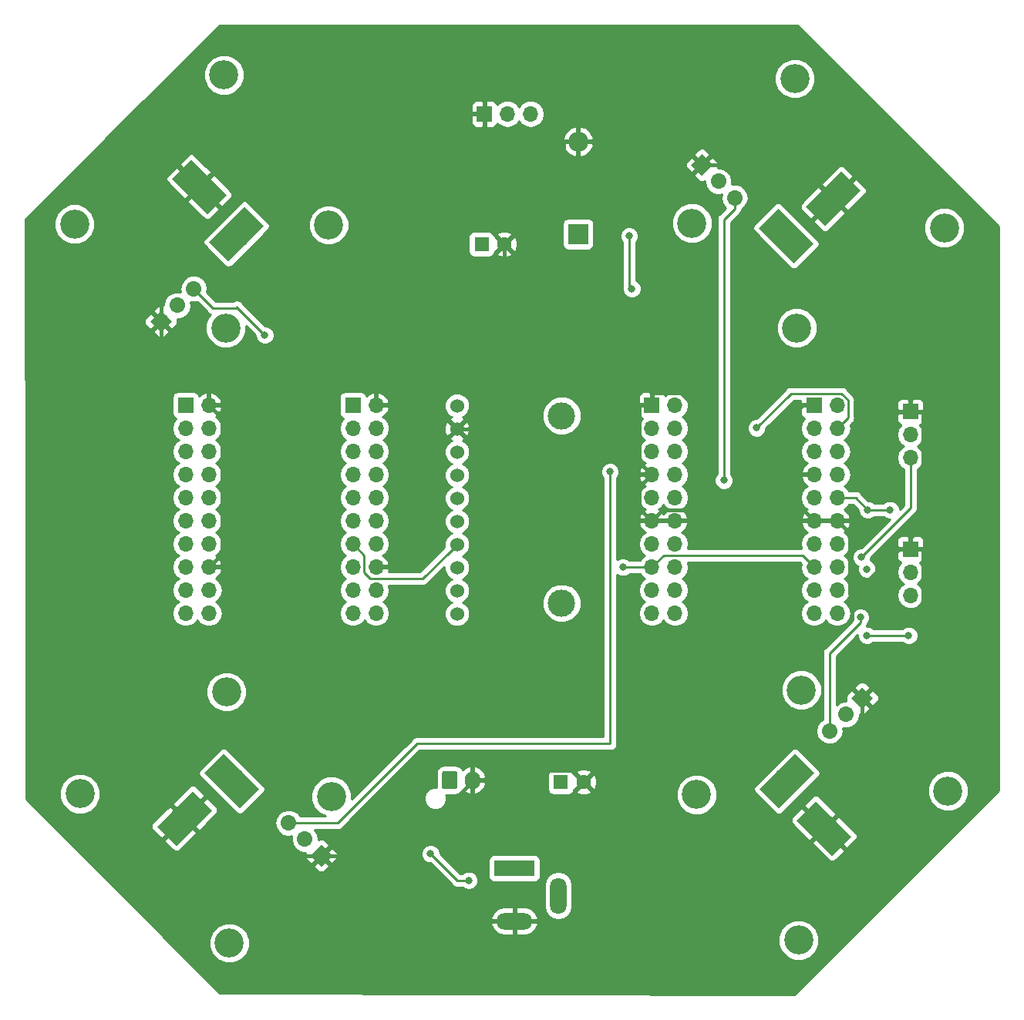
<source format=gbr>
G04 #@! TF.GenerationSoftware,KiCad,Pcbnew,5.0.2-bee76a0~70~ubuntu16.04.1*
G04 #@! TF.CreationDate,2021-08-14T16:57:29+02:00*
G04 #@! TF.ProjectId,axis2,61786973-322e-46b6-9963-61645f706362,rev?*
G04 #@! TF.SameCoordinates,Original*
G04 #@! TF.FileFunction,Copper,L1,Top*
G04 #@! TF.FilePolarity,Positive*
%FSLAX46Y46*%
G04 Gerber Fmt 4.6, Leading zero omitted, Abs format (unit mm)*
G04 Created by KiCad (PCBNEW 5.0.2-bee76a0~70~ubuntu16.04.1) date sab 14 ago 2021 16:57:29 CEST*
%MOMM*%
%LPD*%
G01*
G04 APERTURE LIST*
G04 #@! TA.AperFunction,ComponentPad*
%ADD10C,3.200000*%
G04 #@! TD*
G04 #@! TA.AperFunction,ComponentPad*
%ADD11C,1.600000*%
G04 #@! TD*
G04 #@! TA.AperFunction,ComponentPad*
%ADD12R,1.600000X1.600000*%
G04 #@! TD*
G04 #@! TA.AperFunction,ComponentPad*
%ADD13R,2.200000X2.200000*%
G04 #@! TD*
G04 #@! TA.AperFunction,ComponentPad*
%ADD14O,2.200000X2.200000*%
G04 #@! TD*
G04 #@! TA.AperFunction,ComponentPad*
%ADD15O,1.700000X1.700000*%
G04 #@! TD*
G04 #@! TA.AperFunction,ComponentPad*
%ADD16R,1.700000X1.700000*%
G04 #@! TD*
G04 #@! TA.AperFunction,Conductor*
%ADD17C,0.100000*%
G04 #@! TD*
G04 #@! TA.AperFunction,ComponentPad*
%ADD18C,1.700000*%
G04 #@! TD*
G04 #@! TA.AperFunction,ComponentPad*
%ADD19O,1.700000X2.000000*%
G04 #@! TD*
G04 #@! TA.AperFunction,ComponentPad*
%ADD20O,1.800000X4.000000*%
G04 #@! TD*
G04 #@! TA.AperFunction,ComponentPad*
%ADD21O,4.000000X1.800000*%
G04 #@! TD*
G04 #@! TA.AperFunction,ComponentPad*
%ADD22R,4.400000X1.800000*%
G04 #@! TD*
G04 #@! TA.AperFunction,ComponentPad*
%ADD23C,3.000000*%
G04 #@! TD*
G04 #@! TA.AperFunction,Conductor*
%ADD24C,1.700000*%
G04 #@! TD*
G04 #@! TA.AperFunction,ComponentPad*
%ADD25C,1.524000*%
G04 #@! TD*
G04 #@! TA.AperFunction,ViaPad*
%ADD26C,0.800000*%
G04 #@! TD*
G04 #@! TA.AperFunction,Conductor*
%ADD27C,0.400000*%
G04 #@! TD*
G04 #@! TA.AperFunction,Conductor*
%ADD28C,0.250000*%
G04 #@! TD*
G04 #@! TA.AperFunction,Conductor*
%ADD29C,0.254000*%
G04 #@! TD*
G04 APERTURE END LIST*
D10*
G04 #@! TO.P,U3,14*
G04 #@! TO.N,N/C*
X166400000Y-60900000D03*
G04 #@! TO.P,U3,13*
X177900000Y-72400000D03*
G04 #@! TO.P,U3,16*
X115200000Y-72400000D03*
G04 #@! TO.P,U3,15*
X126500000Y-61100000D03*
G04 #@! TO.P,U3,12*
X178400000Y-112200000D03*
G04 #@! TO.P,U3,11*
X166900000Y-123700000D03*
G04 #@! TO.P,U3,10*
X126800000Y-123900000D03*
G04 #@! TO.P,U3,9*
X115300000Y-112400000D03*
G04 #@! TO.P,U3,7*
X194500000Y-123300000D03*
G04 #@! TO.P,U3,6*
X115000000Y-44600000D03*
G04 #@! TO.P,U3,5*
X98600000Y-61000000D03*
G04 #@! TO.P,U3,8*
X178100000Y-139700000D03*
G04 #@! TO.P,U3,3*
X99200000Y-123600000D03*
G04 #@! TO.P,U3,4*
X115600000Y-140000000D03*
G04 #@! TO.P,U3,2*
X194100000Y-61400000D03*
G04 #@! TO.P,U3,1*
X177700000Y-45000000D03*
G04 #@! TD*
D11*
G04 #@! TO.P,C1,2*
G04 #@! TO.N,GND*
X154500000Y-122300000D03*
D12*
G04 #@! TO.P,C1,1*
G04 #@! TO.N,+12V*
X152000000Y-122300000D03*
G04 #@! TD*
G04 #@! TO.P,C2,1*
G04 #@! TO.N,+5V*
X143300000Y-63200000D03*
D11*
G04 #@! TO.P,C2,2*
G04 #@! TO.N,GND*
X145800000Y-63200000D03*
G04 #@! TD*
D13*
G04 #@! TO.P,D1,1*
G04 #@! TO.N,+5V*
X153900000Y-62100000D03*
D14*
G04 #@! TO.P,D1,2*
G04 #@! TO.N,GND*
X153900000Y-51940000D03*
G04 #@! TD*
D15*
G04 #@! TO.P,J1,20*
G04 #@! TO.N,Net-(J1-Pad20)*
X131700000Y-103760000D03*
G04 #@! TO.P,J1,19*
G04 #@! TO.N,Net-(J1-Pad19)*
X129160000Y-103760000D03*
G04 #@! TO.P,J1,18*
G04 #@! TO.N,Net-(J1-Pad18)*
X131700000Y-101220000D03*
G04 #@! TO.P,J1,17*
G04 #@! TO.N,Net-(J1-Pad17)*
X129160000Y-101220000D03*
G04 #@! TO.P,J1,16*
G04 #@! TO.N,GND*
X131700000Y-98680000D03*
G04 #@! TO.P,J1,15*
G04 #@! TO.N,MOSI*
X129160000Y-98680000D03*
G04 #@! TO.P,J1,14*
G04 #@! TO.N,SCL*
X131700000Y-96140000D03*
G04 #@! TO.P,J1,13*
G04 #@! TO.N,MISO*
X129160000Y-96140000D03*
G04 #@! TO.P,J1,12*
G04 #@! TO.N,Net-(J1-Pad12)*
X131700000Y-93600000D03*
G04 #@! TO.P,J1,11*
G04 #@! TO.N,Net-(J1-Pad11)*
X129160000Y-93600000D03*
G04 #@! TO.P,J1,10*
G04 #@! TO.N,Net-(J1-Pad10)*
X131700000Y-91060000D03*
G04 #@! TO.P,J1,9*
G04 #@! TO.N,Net-(J1-Pad9)*
X129160000Y-91060000D03*
G04 #@! TO.P,J1,8*
G04 #@! TO.N,Net-(J1-Pad8)*
X131700000Y-88520000D03*
G04 #@! TO.P,J1,7*
G04 #@! TO.N,Net-(J1-Pad7)*
X129160000Y-88520000D03*
G04 #@! TO.P,J1,6*
G04 #@! TO.N,Net-(J1-Pad6)*
X131700000Y-85980000D03*
G04 #@! TO.P,J1,5*
G04 #@! TO.N,Net-(J1-Pad5)*
X129160000Y-85980000D03*
G04 #@! TO.P,J1,4*
G04 #@! TO.N,Net-(J1-Pad4)*
X131700000Y-83440000D03*
G04 #@! TO.P,J1,3*
G04 #@! TO.N,Net-(J1-Pad3)*
X129160000Y-83440000D03*
G04 #@! TO.P,J1,2*
G04 #@! TO.N,GND*
X131700000Y-80900000D03*
D16*
G04 #@! TO.P,J1,1*
G04 #@! TO.N,+3V3*
X129160000Y-80900000D03*
G04 #@! TD*
G04 #@! TO.P,J2,1*
G04 #@! TO.N,GND*
X162000000Y-80900000D03*
D15*
G04 #@! TO.P,J2,2*
G04 #@! TO.N,RCS*
X164540000Y-80900000D03*
G04 #@! TO.P,J2,3*
G04 #@! TO.N,M4S*
X162000000Y-83440000D03*
G04 #@! TO.P,J2,4*
G04 #@! TO.N,Net-(J17-Pad4)*
X164540000Y-83440000D03*
G04 #@! TO.P,J2,5*
G04 #@! TO.N,Net-(J17-Pad5)*
X162000000Y-85980000D03*
G04 #@! TO.P,J2,6*
G04 #@! TO.N,M3S*
X164540000Y-85980000D03*
G04 #@! TO.P,J2,7*
G04 #@! TO.N,GND*
X162000000Y-88520000D03*
G04 #@! TO.P,J2,8*
G04 #@! TO.N,M1S*
X164540000Y-88520000D03*
G04 #@! TO.P,J2,9*
G04 #@! TO.N,M2S*
X162000000Y-91060000D03*
G04 #@! TO.P,J2,10*
G04 #@! TO.N,M6S*
X164540000Y-91060000D03*
G04 #@! TO.P,J2,11*
G04 #@! TO.N,GND*
X162000000Y-93600000D03*
G04 #@! TO.P,J2,12*
X164540000Y-93600000D03*
G04 #@! TO.P,J2,13*
G04 #@! TO.N,M5S*
X162000000Y-96140000D03*
G04 #@! TO.P,J2,14*
G04 #@! TO.N,Net-(J17-Pad14)*
X164540000Y-96140000D03*
G04 #@! TO.P,J2,15*
G04 #@! TO.N,INT*
X162000000Y-98680000D03*
G04 #@! TO.P,J2,16*
G04 #@! TO.N,NCS*
X164540000Y-98680000D03*
G04 #@! TO.P,J2,17*
G04 #@! TO.N,Net-(J17-Pad17)*
X162000000Y-101220000D03*
G04 #@! TO.P,J2,18*
G04 #@! TO.N,Net-(J17-Pad18)*
X164540000Y-101220000D03*
G04 #@! TO.P,J2,19*
G04 #@! TO.N,Net-(J17-Pad19)*
X162000000Y-103760000D03*
G04 #@! TO.P,J2,20*
G04 #@! TO.N,+5V*
X164540000Y-103760000D03*
G04 #@! TD*
D17*
G04 #@! TO.N,+5V*
G04 #@! TO.C,J3*
G36*
X140424504Y-121101204D02*
X140448773Y-121104804D01*
X140472571Y-121110765D01*
X140495671Y-121119030D01*
X140517849Y-121129520D01*
X140538893Y-121142133D01*
X140558598Y-121156747D01*
X140576777Y-121173223D01*
X140593253Y-121191402D01*
X140607867Y-121211107D01*
X140620480Y-121232151D01*
X140630970Y-121254329D01*
X140639235Y-121277429D01*
X140645196Y-121301227D01*
X140648796Y-121325496D01*
X140650000Y-121350000D01*
X140650000Y-122850000D01*
X140648796Y-122874504D01*
X140645196Y-122898773D01*
X140639235Y-122922571D01*
X140630970Y-122945671D01*
X140620480Y-122967849D01*
X140607867Y-122988893D01*
X140593253Y-123008598D01*
X140576777Y-123026777D01*
X140558598Y-123043253D01*
X140538893Y-123057867D01*
X140517849Y-123070480D01*
X140495671Y-123080970D01*
X140472571Y-123089235D01*
X140448773Y-123095196D01*
X140424504Y-123098796D01*
X140400000Y-123100000D01*
X139200000Y-123100000D01*
X139175496Y-123098796D01*
X139151227Y-123095196D01*
X139127429Y-123089235D01*
X139104329Y-123080970D01*
X139082151Y-123070480D01*
X139061107Y-123057867D01*
X139041402Y-123043253D01*
X139023223Y-123026777D01*
X139006747Y-123008598D01*
X138992133Y-122988893D01*
X138979520Y-122967849D01*
X138969030Y-122945671D01*
X138960765Y-122922571D01*
X138954804Y-122898773D01*
X138951204Y-122874504D01*
X138950000Y-122850000D01*
X138950000Y-121350000D01*
X138951204Y-121325496D01*
X138954804Y-121301227D01*
X138960765Y-121277429D01*
X138969030Y-121254329D01*
X138979520Y-121232151D01*
X138992133Y-121211107D01*
X139006747Y-121191402D01*
X139023223Y-121173223D01*
X139041402Y-121156747D01*
X139061107Y-121142133D01*
X139082151Y-121129520D01*
X139104329Y-121119030D01*
X139127429Y-121110765D01*
X139151227Y-121104804D01*
X139175496Y-121101204D01*
X139200000Y-121100000D01*
X140400000Y-121100000D01*
X140424504Y-121101204D01*
X140424504Y-121101204D01*
G37*
D18*
G04 #@! TD*
G04 #@! TO.P,J3,1*
G04 #@! TO.N,+5V*
X139800000Y-122100000D03*
D19*
G04 #@! TO.P,J3,2*
G04 #@! TO.N,GND*
X142300000Y-122100000D03*
G04 #@! TD*
D20*
G04 #@! TO.P,J4,3*
G04 #@! TO.N,N/C*
X151700000Y-134800000D03*
D21*
G04 #@! TO.P,J4,2*
G04 #@! TO.N,GND*
X146900000Y-137600000D03*
D22*
G04 #@! TO.P,J4,1*
G04 #@! TO.N,+12V*
X146900000Y-131800000D03*
G04 #@! TD*
D23*
G04 #@! TO.P,J5,2*
G04 #@! TO.N,GND*
X181914214Y-58206030D03*
D17*
G04 #@! TD*
G04 #@! TO.N,GND*
G04 #@! TO.C,J5*
G36*
X182798097Y-55200826D02*
X184919418Y-57322147D01*
X181030331Y-61211234D01*
X178909010Y-59089913D01*
X182798097Y-55200826D01*
X182798097Y-55200826D01*
G37*
D23*
G04 #@! TO.P,J5,1*
G04 #@! TO.N,+12V*
X176734656Y-62282501D03*
D17*
G04 #@! TD*
G04 #@! TO.N,+12V*
G04 #@! TO.C,J5*
G36*
X173729452Y-61398618D02*
X175850773Y-59277297D01*
X179739860Y-63166384D01*
X177618539Y-65287705D01*
X173729452Y-61398618D01*
X173729452Y-61398618D01*
G37*
D23*
G04 #@! TO.P,J6,1*
G04 #@! TO.N,+12V*
X116376471Y-62079558D03*
D17*
G04 #@! TD*
G04 #@! TO.N,+12V*
G04 #@! TO.C,J6*
G36*
X115492588Y-65084762D02*
X113371267Y-62963441D01*
X117260354Y-59074354D01*
X119381675Y-61195675D01*
X115492588Y-65084762D01*
X115492588Y-65084762D01*
G37*
D23*
G04 #@! TO.P,J6,2*
G04 #@! TO.N,GND*
X112300000Y-56900000D03*
D17*
G04 #@! TD*
G04 #@! TO.N,GND*
G04 #@! TO.C,J6*
G36*
X109294796Y-56016117D02*
X111416117Y-53894796D01*
X115305204Y-57783883D01*
X113183883Y-59905204D01*
X109294796Y-56016117D01*
X109294796Y-56016117D01*
G37*
D18*
G04 #@! TO.P,J7,1*
G04 #@! TO.N,GND*
X167500000Y-54500000D03*
D17*
G04 #@! TD*
G04 #@! TO.N,GND*
G04 #@! TO.C,J7*
G36*
X167500000Y-55702082D02*
X166297918Y-54500000D01*
X167500000Y-53297918D01*
X168702082Y-54500000D01*
X167500000Y-55702082D01*
X167500000Y-55702082D01*
G37*
D18*
G04 #@! TO.P,J7,2*
G04 #@! TO.N,+5V*
X169296051Y-56296051D03*
D24*
G04 #@! TD*
G04 #@! TO.N,+5V*
G04 #@! TO.C,J7*
X169296051Y-56296051D02*
X169296051Y-56296051D01*
D18*
G04 #@! TO.P,J7,3*
G04 #@! TO.N,M1S*
X171092102Y-58092102D03*
D24*
G04 #@! TD*
G04 #@! TO.N,M1S*
G04 #@! TO.C,J7*
X171092102Y-58092102D02*
X171092102Y-58092102D01*
D18*
G04 #@! TO.P,J8,3*
G04 #@! TO.N,M2S*
X111692102Y-68107898D03*
D24*
G04 #@! TD*
G04 #@! TO.N,M2S*
G04 #@! TO.C,J8*
X111692102Y-68107898D02*
X111692102Y-68107898D01*
D18*
G04 #@! TO.P,J8,2*
G04 #@! TO.N,+5V*
X109896051Y-69903949D03*
D24*
G04 #@! TD*
G04 #@! TO.N,+5V*
G04 #@! TO.C,J8*
X109896051Y-69903949D02*
X109896051Y-69903949D01*
D18*
G04 #@! TO.P,J8,1*
G04 #@! TO.N,GND*
X108100000Y-71700000D03*
D17*
G04 #@! TD*
G04 #@! TO.N,GND*
G04 #@! TO.C,J8*
G36*
X109302082Y-71700000D02*
X108100000Y-72902082D01*
X106897918Y-71700000D01*
X108100000Y-70497918D01*
X109302082Y-71700000D01*
X109302082Y-71700000D01*
G37*
D16*
G04 #@! TO.P,J9,1*
G04 #@! TO.N,GND*
X143600000Y-48900000D03*
D15*
G04 #@! TO.P,J9,2*
G04 #@! TO.N,+5V*
X146140000Y-48900000D03*
G04 #@! TO.P,J9,3*
G04 #@! TO.N,RCS*
X148680000Y-48900000D03*
G04 #@! TD*
D23*
G04 #@! TO.P,J10,2*
G04 #@! TO.N,GND*
X180900000Y-127400000D03*
D17*
G04 #@! TD*
G04 #@! TO.N,GND*
G04 #@! TO.C,J10*
G36*
X183905204Y-128283883D02*
X181783883Y-130405204D01*
X177894796Y-126516117D01*
X180016117Y-124394796D01*
X183905204Y-128283883D01*
X183905204Y-128283883D01*
G37*
D23*
G04 #@! TO.P,J10,1*
G04 #@! TO.N,+12V*
X176823529Y-122220442D03*
D17*
G04 #@! TD*
G04 #@! TO.N,+12V*
G04 #@! TO.C,J10*
G36*
X177707412Y-119215238D02*
X179828733Y-121336559D01*
X175939646Y-125225646D01*
X173818325Y-123104325D01*
X177707412Y-119215238D01*
X177707412Y-119215238D01*
G37*
D23*
G04 #@! TO.P,J11,1*
G04 #@! TO.N,+12V*
X115865344Y-122217499D03*
D17*
G04 #@! TD*
G04 #@! TO.N,+12V*
G04 #@! TO.C,J11*
G36*
X118870548Y-123101382D02*
X116749227Y-125222703D01*
X112860140Y-121333616D01*
X114981461Y-119212295D01*
X118870548Y-123101382D01*
X118870548Y-123101382D01*
G37*
D23*
G04 #@! TO.P,J11,2*
G04 #@! TO.N,GND*
X110685786Y-126293970D03*
D17*
G04 #@! TD*
G04 #@! TO.N,GND*
G04 #@! TO.C,J11*
G36*
X109801903Y-129299174D02*
X107680582Y-127177853D01*
X111569669Y-123288766D01*
X113690990Y-125410087D01*
X109801903Y-129299174D01*
X109801903Y-129299174D01*
G37*
D18*
G04 #@! TO.P,J12,3*
G04 #@! TO.N,M3S*
X122107898Y-126807898D03*
D24*
G04 #@! TD*
G04 #@! TO.N,M3S*
G04 #@! TO.C,J12*
X122107898Y-126807898D02*
X122107898Y-126807898D01*
D18*
G04 #@! TO.P,J12,2*
G04 #@! TO.N,+5V*
X123903949Y-128603949D03*
D24*
G04 #@! TD*
G04 #@! TO.N,+5V*
G04 #@! TO.C,J12*
X123903949Y-128603949D02*
X123903949Y-128603949D01*
D18*
G04 #@! TO.P,J12,1*
G04 #@! TO.N,GND*
X125700000Y-130400000D03*
D17*
G04 #@! TD*
G04 #@! TO.N,GND*
G04 #@! TO.C,J12*
G36*
X125700000Y-129197918D02*
X126902082Y-130400000D01*
X125700000Y-131602082D01*
X124497918Y-130400000D01*
X125700000Y-129197918D01*
X125700000Y-129197918D01*
G37*
D15*
G04 #@! TO.P,J13,3*
G04 #@! TO.N,M5S*
X190400000Y-86680000D03*
G04 #@! TO.P,J13,2*
G04 #@! TO.N,+5V*
X190400000Y-84140000D03*
D16*
G04 #@! TO.P,J13,1*
G04 #@! TO.N,GND*
X190400000Y-81600000D03*
G04 #@! TD*
D18*
G04 #@! TO.P,J14,3*
G04 #@! TO.N,M4S*
X181507898Y-116692102D03*
D24*
G04 #@! TD*
G04 #@! TO.N,M4S*
G04 #@! TO.C,J14*
X181507898Y-116692102D02*
X181507898Y-116692102D01*
D18*
G04 #@! TO.P,J14,2*
G04 #@! TO.N,+5V*
X183303949Y-114896051D03*
D24*
G04 #@! TD*
G04 #@! TO.N,+5V*
G04 #@! TO.C,J14*
X183303949Y-114896051D02*
X183303949Y-114896051D01*
D18*
G04 #@! TO.P,J14,1*
G04 #@! TO.N,GND*
X185100000Y-113100000D03*
D17*
G04 #@! TD*
G04 #@! TO.N,GND*
G04 #@! TO.C,J14*
G36*
X183897918Y-113100000D02*
X185100000Y-111897918D01*
X186302082Y-113100000D01*
X185100000Y-114302082D01*
X183897918Y-113100000D01*
X183897918Y-113100000D01*
G37*
D16*
G04 #@! TO.P,J15,1*
G04 #@! TO.N,GND*
X190400000Y-96700000D03*
D15*
G04 #@! TO.P,J15,2*
G04 #@! TO.N,+5V*
X190400000Y-99240000D03*
G04 #@! TO.P,J15,3*
G04 #@! TO.N,M6S*
X190400000Y-101780000D03*
G04 #@! TD*
G04 #@! TO.P,J16,20*
G04 #@! TO.N,Net-(J1-Pad20)*
X113340000Y-103760000D03*
G04 #@! TO.P,J16,19*
G04 #@! TO.N,Net-(J1-Pad19)*
X110800000Y-103760000D03*
G04 #@! TO.P,J16,18*
G04 #@! TO.N,Net-(J1-Pad18)*
X113340000Y-101220000D03*
G04 #@! TO.P,J16,17*
G04 #@! TO.N,Net-(J1-Pad17)*
X110800000Y-101220000D03*
G04 #@! TO.P,J16,16*
G04 #@! TO.N,GND*
X113340000Y-98680000D03*
G04 #@! TO.P,J16,15*
G04 #@! TO.N,MOSI*
X110800000Y-98680000D03*
G04 #@! TO.P,J16,14*
G04 #@! TO.N,SCL*
X113340000Y-96140000D03*
G04 #@! TO.P,J16,13*
G04 #@! TO.N,MISO*
X110800000Y-96140000D03*
G04 #@! TO.P,J16,12*
G04 #@! TO.N,Net-(J1-Pad12)*
X113340000Y-93600000D03*
G04 #@! TO.P,J16,11*
G04 #@! TO.N,Net-(J1-Pad11)*
X110800000Y-93600000D03*
G04 #@! TO.P,J16,10*
G04 #@! TO.N,Net-(J1-Pad10)*
X113340000Y-91060000D03*
G04 #@! TO.P,J16,9*
G04 #@! TO.N,Net-(J1-Pad9)*
X110800000Y-91060000D03*
G04 #@! TO.P,J16,8*
G04 #@! TO.N,Net-(J1-Pad8)*
X113340000Y-88520000D03*
G04 #@! TO.P,J16,7*
G04 #@! TO.N,Net-(J1-Pad7)*
X110800000Y-88520000D03*
G04 #@! TO.P,J16,6*
G04 #@! TO.N,Net-(J1-Pad6)*
X113340000Y-85980000D03*
G04 #@! TO.P,J16,5*
G04 #@! TO.N,Net-(J1-Pad5)*
X110800000Y-85980000D03*
G04 #@! TO.P,J16,4*
G04 #@! TO.N,Net-(J1-Pad4)*
X113340000Y-83440000D03*
G04 #@! TO.P,J16,3*
G04 #@! TO.N,Net-(J1-Pad3)*
X110800000Y-83440000D03*
G04 #@! TO.P,J16,2*
G04 #@! TO.N,GND*
X113340000Y-80900000D03*
D16*
G04 #@! TO.P,J16,1*
G04 #@! TO.N,+3V3*
X110800000Y-80900000D03*
G04 #@! TD*
D15*
G04 #@! TO.P,J17,20*
G04 #@! TO.N,+5V*
X182340000Y-103760000D03*
G04 #@! TO.P,J17,19*
G04 #@! TO.N,Net-(J17-Pad19)*
X179800000Y-103760000D03*
G04 #@! TO.P,J17,18*
G04 #@! TO.N,Net-(J17-Pad18)*
X182340000Y-101220000D03*
G04 #@! TO.P,J17,17*
G04 #@! TO.N,Net-(J17-Pad17)*
X179800000Y-101220000D03*
G04 #@! TO.P,J17,16*
G04 #@! TO.N,NCS*
X182340000Y-98680000D03*
G04 #@! TO.P,J17,15*
G04 #@! TO.N,INT*
X179800000Y-98680000D03*
G04 #@! TO.P,J17,14*
G04 #@! TO.N,Net-(J17-Pad14)*
X182340000Y-96140000D03*
G04 #@! TO.P,J17,13*
G04 #@! TO.N,M5S*
X179800000Y-96140000D03*
G04 #@! TO.P,J17,12*
G04 #@! TO.N,GND*
X182340000Y-93600000D03*
G04 #@! TO.P,J17,11*
X179800000Y-93600000D03*
G04 #@! TO.P,J17,10*
G04 #@! TO.N,M6S*
X182340000Y-91060000D03*
G04 #@! TO.P,J17,9*
G04 #@! TO.N,M2S*
X179800000Y-91060000D03*
G04 #@! TO.P,J17,8*
G04 #@! TO.N,M1S*
X182340000Y-88520000D03*
G04 #@! TO.P,J17,7*
G04 #@! TO.N,GND*
X179800000Y-88520000D03*
G04 #@! TO.P,J17,6*
G04 #@! TO.N,M3S*
X182340000Y-85980000D03*
G04 #@! TO.P,J17,5*
G04 #@! TO.N,Net-(J17-Pad5)*
X179800000Y-85980000D03*
G04 #@! TO.P,J17,4*
G04 #@! TO.N,Net-(J17-Pad4)*
X182340000Y-83440000D03*
G04 #@! TO.P,J17,3*
G04 #@! TO.N,M4S*
X179800000Y-83440000D03*
G04 #@! TO.P,J17,2*
G04 #@! TO.N,RCS*
X182340000Y-80900000D03*
D16*
G04 #@! TO.P,J17,1*
G04 #@! TO.N,GND*
X179800000Y-80900000D03*
G04 #@! TD*
D25*
G04 #@! TO.P,U1,1*
G04 #@! TO.N,+3V3*
X140600000Y-80950000D03*
G04 #@! TO.P,U1,2*
G04 #@! TO.N,GND*
X140600000Y-83490000D03*
G04 #@! TO.P,U1,3*
G04 #@! TO.N,SCL*
X140600000Y-86030000D03*
G04 #@! TO.P,U1,4*
G04 #@! TO.N,MOSI*
X140600000Y-88570000D03*
G04 #@! TO.P,U1,5*
G04 #@! TO.N,Net-(U1-Pad5)*
X140600000Y-91110000D03*
G04 #@! TO.P,U1,6*
G04 #@! TO.N,Net-(U1-Pad6)*
X140600000Y-93650000D03*
G04 #@! TO.P,U1,7*
G04 #@! TO.N,MISO*
X140600000Y-96190000D03*
G04 #@! TO.P,U1,8*
G04 #@! TO.N,INT*
X140600000Y-98730000D03*
G04 #@! TO.P,U1,9*
G04 #@! TO.N,NCS*
X140600000Y-101270000D03*
G04 #@! TO.P,U1,10*
G04 #@! TO.N,Net-(U1-Pad10)*
X140600000Y-103810000D03*
D23*
G04 #@! TO.P,U1,11*
G04 #@! TO.N,N/C*
X152100000Y-82050000D03*
G04 #@! TO.P,U1,12*
X152100000Y-102650000D03*
G04 #@! TD*
D26*
G04 #@! TO.N,+5V*
X185600000Y-106200000D03*
X190200000Y-106200000D03*
X137700000Y-130200000D03*
X141900000Y-133125001D03*
G04 #@! TO.N,RCS*
X159500000Y-62300000D03*
X159800000Y-68100000D03*
G04 #@! TO.N,M4S*
X185600000Y-98900000D03*
X184900000Y-104200000D03*
G04 #@! TO.N,Net-(J17-Pad4)*
X173500000Y-83400000D03*
G04 #@! TO.N,M3S*
X157400000Y-88200000D03*
G04 #@! TO.N,M1S*
X169900000Y-89159999D03*
G04 #@! TO.N,M2S*
X119500000Y-73200000D03*
G04 #@! TO.N,M6S*
X185700000Y-92400000D03*
X188152102Y-92400000D03*
G04 #@! TO.N,M5S*
X185000000Y-97600000D03*
G04 #@! TO.N,INT*
X158800000Y-98700000D03*
G04 #@! TD*
D27*
G04 #@! TO.N,GND*
X180782844Y-57074660D02*
X180674660Y-57074660D01*
X181914214Y-58206030D02*
X180782844Y-57074660D01*
X178100000Y-54500000D02*
X167500000Y-54500000D01*
X180674660Y-57074660D02*
X178100000Y-54500000D01*
X143960000Y-48900000D02*
X143600000Y-48900000D01*
X120300000Y-48900000D02*
X112300000Y-56900000D01*
X143600000Y-48900000D02*
X120300000Y-48900000D01*
X108100000Y-61100000D02*
X108100000Y-71700000D01*
X112300000Y-56900000D02*
X108100000Y-61100000D01*
X108100000Y-123708184D02*
X110685786Y-126293970D01*
X108100000Y-71700000D02*
X108100000Y-123708184D01*
X114791816Y-130400000D02*
X125700000Y-130400000D01*
X110685786Y-126293970D02*
X114791816Y-130400000D01*
X142300000Y-122250000D02*
X142300000Y-122100000D01*
X134150000Y-130400000D02*
X142300000Y-122250000D01*
X125700000Y-130400000D02*
X134150000Y-130400000D01*
X141350000Y-137600000D02*
X146900000Y-137600000D01*
X134150000Y-130400000D02*
X141350000Y-137600000D01*
X170700000Y-137600000D02*
X180900000Y-127400000D01*
X146900000Y-137600000D02*
X170700000Y-137600000D01*
X185100000Y-123200000D02*
X185100000Y-113100000D01*
X180900000Y-127400000D02*
X185100000Y-123200000D01*
X191650000Y-96700000D02*
X190400000Y-96700000D01*
X191750001Y-96800001D02*
X191650000Y-96700000D01*
X191750001Y-106449999D02*
X191750001Y-96800001D01*
X185100000Y-113100000D02*
X191750001Y-106449999D01*
X191650000Y-81600000D02*
X190400000Y-81600000D01*
X191750001Y-81700001D02*
X191650000Y-81600000D01*
X191750001Y-94099999D02*
X191750001Y-81700001D01*
X190400000Y-95450000D02*
X191750001Y-94099999D01*
X190400000Y-96700000D02*
X190400000Y-95450000D01*
X190400000Y-66691816D02*
X181914214Y-58206030D01*
X190400000Y-81600000D02*
X190400000Y-66691816D01*
X143600000Y-61000000D02*
X145800000Y-63200000D01*
X144260000Y-52940000D02*
X143600000Y-53600000D01*
X152300000Y-52940000D02*
X144260000Y-52940000D01*
X143600000Y-53600000D02*
X143600000Y-61000000D01*
X143600000Y-48900000D02*
X143600000Y-53600000D01*
X183950001Y-104408001D02*
X183248001Y-105110001D01*
X183950001Y-101899999D02*
X183950001Y-104408001D01*
X189150000Y-96700000D02*
X183950001Y-101899999D01*
X190400000Y-96700000D02*
X189150000Y-96700000D01*
X153700001Y-121500001D02*
X154500000Y-122300000D01*
X153199999Y-120999999D02*
X153700001Y-121500001D01*
X144650001Y-120999999D02*
X153199999Y-120999999D01*
X143550000Y-122100000D02*
X144650001Y-120999999D01*
X142300000Y-122100000D02*
X143550000Y-122100000D01*
X145800000Y-64331370D02*
X145800000Y-63200000D01*
X145800000Y-79517630D02*
X145800000Y-64331370D01*
X141827630Y-83490000D02*
X145800000Y-79517630D01*
X140750000Y-83490000D02*
X141827630Y-83490000D01*
X152344366Y-51940000D02*
X153900000Y-51940000D01*
X152300000Y-51984366D02*
X152344366Y-51940000D01*
X152300000Y-52940000D02*
X152300000Y-51984366D01*
D28*
G04 #@! TO.N,+5V*
X185600000Y-106200000D02*
X190200000Y-106200000D01*
X137700000Y-130200000D02*
X140625001Y-133125001D01*
X140625001Y-133125001D02*
X141900000Y-133125001D01*
G04 #@! TO.N,RCS*
X159500000Y-67800000D02*
X159800000Y-68100000D01*
X159500000Y-62300000D02*
X159500000Y-67800000D01*
G04 #@! TO.N,M4S*
X181507898Y-108157787D02*
X181507898Y-115490021D01*
X181507898Y-115490021D02*
X181507898Y-116692102D01*
X184900000Y-104765685D02*
X181507898Y-108157787D01*
X184900000Y-104200000D02*
X184900000Y-104765685D01*
G04 #@! TO.N,M3S*
X157400000Y-90840000D02*
X157400000Y-118100000D01*
X123309979Y-126807898D02*
X122107898Y-126807898D01*
X127488964Y-126807898D02*
X123309979Y-126807898D01*
X136196862Y-118100000D02*
X127488964Y-126807898D01*
X157400000Y-118100000D02*
X136196862Y-118100000D01*
D27*
G04 #@! TO.N,GND*
X114800000Y-97220000D02*
X114800000Y-82075001D01*
X113340000Y-98680000D02*
X114800000Y-97220000D01*
X138010000Y-80900000D02*
X140600000Y-83490000D01*
X114474998Y-81749999D02*
X114800000Y-82075001D01*
X114189999Y-81749999D02*
X114474998Y-81749999D01*
X113340000Y-80900000D02*
X114189999Y-81749999D01*
X108100000Y-71700000D02*
X112200000Y-75800000D01*
X113340000Y-76260000D02*
X113340000Y-80900000D01*
X112880000Y-75800000D02*
X113340000Y-76260000D01*
X112200000Y-75800000D02*
X112880000Y-75800000D01*
X134500000Y-97082081D02*
X134500000Y-80900000D01*
X132902081Y-98680000D02*
X134500000Y-97082081D01*
X131700000Y-98680000D02*
X132902081Y-98680000D01*
X131700000Y-80900000D02*
X134500000Y-80900000D01*
X134500000Y-80900000D02*
X138010000Y-80900000D01*
X178950001Y-92750001D02*
X179800000Y-93600000D01*
X178610001Y-92410001D02*
X178950001Y-92750001D01*
X162000000Y-93600000D02*
X163189999Y-92410001D01*
X179800000Y-93600000D02*
X182340000Y-93600000D01*
X183690001Y-101639999D02*
X183950001Y-101899999D01*
X183690001Y-94950001D02*
X183690001Y-101639999D01*
X182340000Y-93600000D02*
X183690001Y-94950001D01*
X161150001Y-92750001D02*
X162000000Y-93600000D01*
X160649999Y-92249999D02*
X161150001Y-92750001D01*
X160649999Y-89870001D02*
X160649999Y-92249999D01*
X162000000Y-88520000D02*
X160649999Y-89870001D01*
X162000000Y-93600000D02*
X164540000Y-93600000D01*
X160750000Y-80900000D02*
X162000000Y-80900000D01*
X160649999Y-81000001D02*
X160750000Y-80900000D01*
X160649999Y-87169999D02*
X160649999Y-81000001D01*
X162000000Y-88520000D02*
X160649999Y-87169999D01*
X177400000Y-82050000D02*
X178550000Y-80900000D01*
X178550000Y-80900000D02*
X179800000Y-80900000D01*
X177400000Y-92410001D02*
X178610001Y-92410001D01*
X177400000Y-88600000D02*
X177480000Y-88520000D01*
X177400000Y-92410001D02*
X177400000Y-88600000D01*
X177480000Y-88520000D02*
X179800000Y-88520000D01*
X177400000Y-88600000D02*
X177400000Y-82050000D01*
X167100000Y-81461998D02*
X167100000Y-92410001D01*
X165188001Y-79549999D02*
X167100000Y-81461998D01*
X162100001Y-79549999D02*
X165188001Y-79549999D01*
X162000000Y-79650000D02*
X162100001Y-79549999D01*
X162000000Y-80900000D02*
X162000000Y-79650000D01*
X163189999Y-92410001D02*
X167100000Y-92410001D01*
X167100000Y-92410001D02*
X177400000Y-92410001D01*
D28*
G04 #@! TO.N,MISO*
X136834999Y-99955001D02*
X139838001Y-96951999D01*
X131087999Y-99955001D02*
X136834999Y-99955001D01*
X130424999Y-99292001D02*
X131087999Y-99955001D01*
X130424999Y-97404999D02*
X130424999Y-99292001D01*
X139838001Y-96951999D02*
X140600000Y-96190000D01*
X129160000Y-96140000D02*
X130424999Y-97404999D01*
G04 #@! TO.N,Net-(J17-Pad4)*
X183189999Y-82590001D02*
X182340000Y-83440000D01*
X183515001Y-82264999D02*
X183189999Y-82590001D01*
X183515001Y-80335999D02*
X183515001Y-82264999D01*
X182804001Y-79624999D02*
X183515001Y-80335999D01*
X177275001Y-79624999D02*
X182804001Y-79624999D01*
X173500000Y-83400000D02*
X177275001Y-79624999D01*
G04 #@! TO.N,M3S*
X157400000Y-90840000D02*
X157400000Y-88200000D01*
G04 #@! TO.N,M1S*
X171092102Y-59294183D02*
X169900000Y-60486285D01*
X171092102Y-58092102D02*
X171092102Y-59294183D01*
X169900000Y-60486285D02*
X169900000Y-89159999D01*
G04 #@! TO.N,M2S*
X111692102Y-68107898D02*
X111174999Y-68625001D01*
X113784204Y-70200000D02*
X111692102Y-68107898D01*
X116400000Y-70100000D02*
X116500000Y-70200000D01*
X116500000Y-70200000D02*
X113784204Y-70200000D01*
X116500000Y-70200000D02*
X119500000Y-73200000D01*
G04 #@! TO.N,M6S*
X188100000Y-92400000D02*
X188152102Y-92400000D01*
X185700000Y-92400000D02*
X188152102Y-92400000D01*
X184360000Y-91060000D02*
X185700000Y-92400000D01*
X182340000Y-91060000D02*
X184360000Y-91060000D01*
G04 #@! TO.N,M5S*
X190400000Y-92200000D02*
X190400000Y-86680000D01*
X185000000Y-97600000D02*
X190400000Y-92200000D01*
G04 #@! TO.N,INT*
X161980000Y-98700000D02*
X162000000Y-98680000D01*
X158800000Y-98700000D02*
X161980000Y-98700000D01*
X178950001Y-97830001D02*
X179800000Y-98680000D01*
X178520000Y-97400000D02*
X178950001Y-97830001D01*
X163280000Y-97400000D02*
X178520000Y-97400000D01*
X162000000Y-98680000D02*
X163280000Y-97400000D01*
G04 #@! TD*
D29*
G04 #@! TO.N,GND*
G36*
X200073000Y-61252606D02*
X200073000Y-123247394D01*
X177647560Y-145672834D01*
X114552946Y-145473167D01*
X108662864Y-139555431D01*
X113365000Y-139555431D01*
X113365000Y-140444569D01*
X113705259Y-141266026D01*
X114333974Y-141894741D01*
X115155431Y-142235000D01*
X116044569Y-142235000D01*
X116866026Y-141894741D01*
X117494741Y-141266026D01*
X117835000Y-140444569D01*
X117835000Y-139555431D01*
X117710736Y-139255431D01*
X175865000Y-139255431D01*
X175865000Y-140144569D01*
X176205259Y-140966026D01*
X176833974Y-141594741D01*
X177655431Y-141935000D01*
X178544569Y-141935000D01*
X179366026Y-141594741D01*
X179994741Y-140966026D01*
X180335000Y-140144569D01*
X180335000Y-139255431D01*
X179994741Y-138433974D01*
X179366026Y-137805259D01*
X178544569Y-137465000D01*
X177655431Y-137465000D01*
X176833974Y-137805259D01*
X176205259Y-138433974D01*
X175865000Y-139255431D01*
X117710736Y-139255431D01*
X117494741Y-138733974D01*
X116866026Y-138105259D01*
X116526784Y-137964740D01*
X144308964Y-137964740D01*
X144333244Y-138070086D01*
X144624788Y-138595606D01*
X145095248Y-138969554D01*
X145673000Y-139135000D01*
X146773000Y-139135000D01*
X146773000Y-137727000D01*
X147027000Y-137727000D01*
X147027000Y-139135000D01*
X148127000Y-139135000D01*
X148704752Y-138969554D01*
X149175212Y-138595606D01*
X149466756Y-138070086D01*
X149491036Y-137964740D01*
X149370378Y-137727000D01*
X147027000Y-137727000D01*
X146773000Y-137727000D01*
X144429622Y-137727000D01*
X144308964Y-137964740D01*
X116526784Y-137964740D01*
X116044569Y-137765000D01*
X115155431Y-137765000D01*
X114333974Y-138105259D01*
X113705259Y-138733974D01*
X113365000Y-139555431D01*
X108662864Y-139555431D01*
X106353536Y-137235260D01*
X144308964Y-137235260D01*
X144429622Y-137473000D01*
X146773000Y-137473000D01*
X146773000Y-136065000D01*
X147027000Y-136065000D01*
X147027000Y-137473000D01*
X149370378Y-137473000D01*
X149491036Y-137235260D01*
X149466756Y-137129914D01*
X149175212Y-136604394D01*
X148704752Y-136230446D01*
X148127000Y-136065000D01*
X147027000Y-136065000D01*
X146773000Y-136065000D01*
X145673000Y-136065000D01*
X145095248Y-136230446D01*
X144624788Y-136604394D01*
X144333244Y-137129914D01*
X144308964Y-137235260D01*
X106353536Y-137235260D01*
X100573017Y-131427603D01*
X124852002Y-131427603D01*
X124852002Y-131652109D01*
X125340302Y-132140409D01*
X125573691Y-132237082D01*
X125826310Y-132237081D01*
X126059699Y-132140408D01*
X126547998Y-131652109D01*
X126547998Y-131427603D01*
X125700000Y-130579605D01*
X124852002Y-131427603D01*
X100573017Y-131427603D01*
X97823399Y-128665076D01*
X108494285Y-128665076D01*
X108494285Y-128889582D01*
X109442204Y-129837501D01*
X109675593Y-129934174D01*
X109928212Y-129934173D01*
X110161601Y-129837501D01*
X111993403Y-128005699D01*
X111993403Y-127781192D01*
X110685786Y-126473575D01*
X108494285Y-128665076D01*
X97823399Y-128665076D01*
X96468845Y-127304163D01*
X107045582Y-127304163D01*
X107142255Y-127537552D01*
X108090174Y-128485471D01*
X108314680Y-128485471D01*
X110506181Y-126293970D01*
X110865391Y-126293970D01*
X112173008Y-127601587D01*
X112397515Y-127601587D01*
X113191204Y-126807898D01*
X120593806Y-126807898D01*
X120709059Y-127387316D01*
X121037273Y-127878523D01*
X121528480Y-128206737D01*
X121961642Y-128292898D01*
X122254154Y-128292898D01*
X122459868Y-128251979D01*
X122389857Y-128603949D01*
X122505110Y-129183367D01*
X122833324Y-129674574D01*
X123324531Y-130002788D01*
X123757693Y-130088949D01*
X123939441Y-130088949D01*
X123862919Y-130273690D01*
X123862918Y-130526309D01*
X123959591Y-130759698D01*
X124447891Y-131247998D01*
X124672397Y-131247998D01*
X125520395Y-130400000D01*
X125879605Y-130400000D01*
X126727603Y-131247998D01*
X126952109Y-131247998D01*
X127440408Y-130759699D01*
X127537081Y-130526310D01*
X127537082Y-130273691D01*
X127440409Y-130040302D01*
X127394233Y-129994126D01*
X136665000Y-129994126D01*
X136665000Y-130405874D01*
X136822569Y-130786280D01*
X137113720Y-131077431D01*
X137494126Y-131235000D01*
X137660199Y-131235000D01*
X140034672Y-133609474D01*
X140077072Y-133672930D01*
X140328464Y-133840905D01*
X140550149Y-133885001D01*
X140550153Y-133885001D01*
X140625000Y-133899889D01*
X140699847Y-133885001D01*
X141196289Y-133885001D01*
X141313720Y-134002432D01*
X141694126Y-134160001D01*
X142105874Y-134160001D01*
X142486280Y-134002432D01*
X142777431Y-133711281D01*
X142844724Y-133548819D01*
X150165000Y-133548819D01*
X150165001Y-136051182D01*
X150254063Y-136498927D01*
X150593328Y-137006673D01*
X151101074Y-137345938D01*
X151700000Y-137465072D01*
X152298927Y-137345938D01*
X152806673Y-137006673D01*
X153145938Y-136498927D01*
X153235000Y-136051182D01*
X153235000Y-133548818D01*
X153145938Y-133101073D01*
X152806673Y-132593327D01*
X152298926Y-132254062D01*
X151700000Y-132134928D01*
X151101073Y-132254062D01*
X150593327Y-132593327D01*
X150254062Y-133101074D01*
X150165000Y-133548819D01*
X142844724Y-133548819D01*
X142935000Y-133330875D01*
X142935000Y-132919127D01*
X142777431Y-132538721D01*
X142486280Y-132247570D01*
X142105874Y-132090001D01*
X141694126Y-132090001D01*
X141313720Y-132247570D01*
X141196289Y-132365001D01*
X140939803Y-132365001D01*
X139474802Y-130900000D01*
X144052560Y-130900000D01*
X144052560Y-132700000D01*
X144101843Y-132947765D01*
X144242191Y-133157809D01*
X144452235Y-133298157D01*
X144700000Y-133347440D01*
X149100000Y-133347440D01*
X149347765Y-133298157D01*
X149557809Y-133157809D01*
X149698157Y-132947765D01*
X149747440Y-132700000D01*
X149747440Y-130900000D01*
X149698157Y-130652235D01*
X149557809Y-130442191D01*
X149347765Y-130301843D01*
X149100000Y-130252560D01*
X144700000Y-130252560D01*
X144452235Y-130301843D01*
X144242191Y-130442191D01*
X144101843Y-130652235D01*
X144052560Y-130900000D01*
X139474802Y-130900000D01*
X138735000Y-130160199D01*
X138735000Y-129994126D01*
X138577431Y-129613720D01*
X138286280Y-129322569D01*
X137905874Y-129165000D01*
X137494126Y-129165000D01*
X137113720Y-129322569D01*
X136822569Y-129613720D01*
X136665000Y-129994126D01*
X127394233Y-129994126D01*
X126952109Y-129552002D01*
X126727603Y-129552002D01*
X125879605Y-130400000D01*
X125520395Y-130400000D01*
X125506253Y-130385858D01*
X125685858Y-130206253D01*
X125700000Y-130220395D01*
X126547998Y-129372397D01*
X126547998Y-129147891D01*
X126287329Y-128887222D01*
X179592383Y-128887222D01*
X179592383Y-129111729D01*
X181424185Y-130943531D01*
X181657574Y-131040203D01*
X181910193Y-131040204D01*
X182143582Y-130943531D01*
X183091501Y-129995612D01*
X183091501Y-129771106D01*
X180900000Y-127579605D01*
X179592383Y-128887222D01*
X126287329Y-128887222D01*
X126059698Y-128659591D01*
X125826309Y-128562918D01*
X125573690Y-128562919D01*
X125412959Y-128629496D01*
X125418041Y-128603949D01*
X125302788Y-128024531D01*
X124997676Y-127567898D01*
X127414117Y-127567898D01*
X127488964Y-127582786D01*
X127563811Y-127567898D01*
X127563816Y-127567898D01*
X127785501Y-127523802D01*
X128036893Y-127355827D01*
X128079295Y-127292368D01*
X128981856Y-126389807D01*
X177259796Y-126389807D01*
X177259797Y-126642426D01*
X177356469Y-126875815D01*
X179188271Y-128707617D01*
X179412778Y-128707617D01*
X180720395Y-127400000D01*
X181079605Y-127400000D01*
X183271106Y-129591501D01*
X183495612Y-129591501D01*
X184443531Y-128643582D01*
X184540204Y-128410193D01*
X184540203Y-128157574D01*
X184443531Y-127924185D01*
X182611729Y-126092383D01*
X182387222Y-126092383D01*
X181079605Y-127400000D01*
X180720395Y-127400000D01*
X178528894Y-125208499D01*
X178304388Y-125208499D01*
X177356469Y-126156418D01*
X177259796Y-126389807D01*
X128981856Y-126389807D01*
X131517320Y-123854343D01*
X136965000Y-123854343D01*
X136965000Y-124345657D01*
X137153018Y-124799571D01*
X137500429Y-125146982D01*
X137954343Y-125335000D01*
X138445657Y-125335000D01*
X138899571Y-125146982D01*
X139246982Y-124799571D01*
X139435000Y-124345657D01*
X139435000Y-123854343D01*
X139390719Y-123747440D01*
X140400000Y-123747440D01*
X140743435Y-123679126D01*
X141034586Y-123484586D01*
X141211648Y-123219593D01*
X141407955Y-123438664D01*
X141930740Y-123689553D01*
X141943110Y-123691476D01*
X142173000Y-123570155D01*
X142173000Y-122227000D01*
X142427000Y-122227000D01*
X142427000Y-123570155D01*
X142656890Y-123691476D01*
X142669260Y-123689553D01*
X143192045Y-123438664D01*
X143579024Y-123006812D01*
X143771284Y-122459742D01*
X143627231Y-122227000D01*
X142427000Y-122227000D01*
X142173000Y-122227000D01*
X142153000Y-122227000D01*
X142153000Y-121973000D01*
X142173000Y-121973000D01*
X142173000Y-120629845D01*
X142427000Y-120629845D01*
X142427000Y-121973000D01*
X143627231Y-121973000D01*
X143771284Y-121740258D01*
X143686849Y-121500000D01*
X150552560Y-121500000D01*
X150552560Y-123100000D01*
X150601843Y-123347765D01*
X150742191Y-123557809D01*
X150952235Y-123698157D01*
X151200000Y-123747440D01*
X152800000Y-123747440D01*
X153047765Y-123698157D01*
X153257809Y-123557809D01*
X153398157Y-123347765D01*
X153406117Y-123307745D01*
X153671861Y-123307745D01*
X153745995Y-123553864D01*
X154283223Y-123746965D01*
X154853454Y-123719778D01*
X155254005Y-123553864D01*
X155328139Y-123307745D01*
X155275826Y-123255431D01*
X164665000Y-123255431D01*
X164665000Y-124144569D01*
X165005259Y-124966026D01*
X165633974Y-125594741D01*
X166455431Y-125935000D01*
X167344569Y-125935000D01*
X168166026Y-125594741D01*
X168794741Y-124966026D01*
X169135000Y-124144569D01*
X169135000Y-123255431D01*
X169072410Y-123104325D01*
X173170885Y-123104325D01*
X173220168Y-123352090D01*
X173360516Y-123562134D01*
X175481837Y-125683455D01*
X175691881Y-125823803D01*
X175939646Y-125873086D01*
X176187411Y-125823803D01*
X176397455Y-125683455D01*
X177276522Y-124804388D01*
X178708499Y-124804388D01*
X178708499Y-125028894D01*
X180900000Y-127220395D01*
X182207617Y-125912778D01*
X182207617Y-125688271D01*
X180375815Y-123856469D01*
X180142426Y-123759797D01*
X179889807Y-123759796D01*
X179656418Y-123856469D01*
X178708499Y-124804388D01*
X177276522Y-124804388D01*
X179225479Y-122855431D01*
X192265000Y-122855431D01*
X192265000Y-123744569D01*
X192605259Y-124566026D01*
X193233974Y-125194741D01*
X194055431Y-125535000D01*
X194944569Y-125535000D01*
X195766026Y-125194741D01*
X196394741Y-124566026D01*
X196735000Y-123744569D01*
X196735000Y-122855431D01*
X196394741Y-122033974D01*
X195766026Y-121405259D01*
X194944569Y-121065000D01*
X194055431Y-121065000D01*
X193233974Y-121405259D01*
X192605259Y-122033974D01*
X192265000Y-122855431D01*
X179225479Y-122855431D01*
X180286542Y-121794368D01*
X180426890Y-121584324D01*
X180476173Y-121336559D01*
X180426890Y-121088794D01*
X180286542Y-120878750D01*
X178165221Y-118757429D01*
X177955177Y-118617081D01*
X177707412Y-118567798D01*
X177459647Y-118617081D01*
X177249603Y-118757429D01*
X173360516Y-122646516D01*
X173220168Y-122856560D01*
X173170885Y-123104325D01*
X169072410Y-123104325D01*
X168794741Y-122433974D01*
X168166026Y-121805259D01*
X167344569Y-121465000D01*
X166455431Y-121465000D01*
X165633974Y-121805259D01*
X165005259Y-122433974D01*
X164665000Y-123255431D01*
X155275826Y-123255431D01*
X154500000Y-122479605D01*
X153671861Y-123307745D01*
X153406117Y-123307745D01*
X153444693Y-123113813D01*
X153492255Y-123128139D01*
X154320395Y-122300000D01*
X154679605Y-122300000D01*
X155507745Y-123128139D01*
X155753864Y-123054005D01*
X155946965Y-122516777D01*
X155919778Y-121946546D01*
X155753864Y-121545995D01*
X155507745Y-121471861D01*
X154679605Y-122300000D01*
X154320395Y-122300000D01*
X153492255Y-121471861D01*
X153444693Y-121486187D01*
X153406118Y-121292255D01*
X153671861Y-121292255D01*
X154500000Y-122120395D01*
X155328139Y-121292255D01*
X155254005Y-121046136D01*
X154716777Y-120853035D01*
X154146546Y-120880222D01*
X153745995Y-121046136D01*
X153671861Y-121292255D01*
X153406118Y-121292255D01*
X153398157Y-121252235D01*
X153257809Y-121042191D01*
X153047765Y-120901843D01*
X152800000Y-120852560D01*
X151200000Y-120852560D01*
X150952235Y-120901843D01*
X150742191Y-121042191D01*
X150601843Y-121252235D01*
X150552560Y-121500000D01*
X143686849Y-121500000D01*
X143579024Y-121193188D01*
X143192045Y-120761336D01*
X142669260Y-120510447D01*
X142656890Y-120508524D01*
X142427000Y-120629845D01*
X142173000Y-120629845D01*
X141943110Y-120508524D01*
X141930740Y-120510447D01*
X141407955Y-120761336D01*
X141211648Y-120980407D01*
X141034586Y-120715414D01*
X140743435Y-120520874D01*
X140400000Y-120452560D01*
X139200000Y-120452560D01*
X138856565Y-120520874D01*
X138565414Y-120715414D01*
X138370874Y-121006565D01*
X138302560Y-121350000D01*
X138302560Y-122850000D01*
X138305544Y-122865000D01*
X137954343Y-122865000D01*
X137500429Y-123053018D01*
X137153018Y-123400429D01*
X136965000Y-123854343D01*
X131517320Y-123854343D01*
X136511665Y-118860000D01*
X157325148Y-118860000D01*
X157400000Y-118874889D01*
X157696537Y-118815904D01*
X157947929Y-118647929D01*
X158115904Y-118396537D01*
X158160000Y-118174852D01*
X158174889Y-118100000D01*
X158160000Y-118025148D01*
X158160000Y-116692102D01*
X179993806Y-116692102D01*
X180109059Y-117271520D01*
X180437273Y-117762727D01*
X180928480Y-118090941D01*
X181361642Y-118177102D01*
X181654154Y-118177102D01*
X182087316Y-118090941D01*
X182578523Y-117762727D01*
X182906737Y-117271520D01*
X183021990Y-116692102D01*
X182951979Y-116340132D01*
X183157693Y-116381051D01*
X183450205Y-116381051D01*
X183883367Y-116294890D01*
X184374574Y-115966676D01*
X184702788Y-115475469D01*
X184818041Y-114896051D01*
X184812959Y-114870504D01*
X184973690Y-114937081D01*
X185226309Y-114937082D01*
X185459698Y-114840409D01*
X185947998Y-114352109D01*
X185947998Y-114127603D01*
X185100000Y-113279605D01*
X185085858Y-113293748D01*
X184906253Y-113114143D01*
X184920395Y-113100000D01*
X185279605Y-113100000D01*
X186127603Y-113947998D01*
X186352109Y-113947998D01*
X186840409Y-113459698D01*
X186937082Y-113226309D01*
X186937081Y-112973690D01*
X186840408Y-112740301D01*
X186352109Y-112252002D01*
X186127603Y-112252002D01*
X185279605Y-113100000D01*
X184920395Y-113100000D01*
X184072397Y-112252002D01*
X183847891Y-112252002D01*
X183359591Y-112740302D01*
X183262918Y-112973691D01*
X183262919Y-113226310D01*
X183339441Y-113411051D01*
X183157693Y-113411051D01*
X182724531Y-113497212D01*
X182267898Y-113802324D01*
X182267898Y-111847891D01*
X184252002Y-111847891D01*
X184252002Y-112072397D01*
X185100000Y-112920395D01*
X185947998Y-112072397D01*
X185947998Y-111847891D01*
X185459699Y-111359592D01*
X185226310Y-111262919D01*
X184973691Y-111262918D01*
X184740302Y-111359591D01*
X184252002Y-111847891D01*
X182267898Y-111847891D01*
X182267898Y-108472588D01*
X184565000Y-106175487D01*
X184565000Y-106405874D01*
X184722569Y-106786280D01*
X185013720Y-107077431D01*
X185394126Y-107235000D01*
X185805874Y-107235000D01*
X186186280Y-107077431D01*
X186303711Y-106960000D01*
X189496289Y-106960000D01*
X189613720Y-107077431D01*
X189994126Y-107235000D01*
X190405874Y-107235000D01*
X190786280Y-107077431D01*
X191077431Y-106786280D01*
X191235000Y-106405874D01*
X191235000Y-105994126D01*
X191077431Y-105613720D01*
X190786280Y-105322569D01*
X190405874Y-105165000D01*
X189994126Y-105165000D01*
X189613720Y-105322569D01*
X189496289Y-105440000D01*
X186303711Y-105440000D01*
X186186280Y-105322569D01*
X185805874Y-105165000D01*
X185547230Y-105165000D01*
X185615904Y-105062223D01*
X185629411Y-104994320D01*
X185644314Y-104919397D01*
X185777431Y-104786280D01*
X185935000Y-104405874D01*
X185935000Y-103994126D01*
X185777431Y-103613720D01*
X185486280Y-103322569D01*
X185105874Y-103165000D01*
X184694126Y-103165000D01*
X184313720Y-103322569D01*
X184022569Y-103613720D01*
X183865000Y-103994126D01*
X183865000Y-104405874D01*
X183958728Y-104632155D01*
X181023428Y-107567456D01*
X180959969Y-107609858D01*
X180791994Y-107861251D01*
X180747898Y-108082936D01*
X180747898Y-108082940D01*
X180733010Y-108157787D01*
X180747898Y-108232634D01*
X180747899Y-115413923D01*
X180437273Y-115621477D01*
X180109059Y-116112684D01*
X179993806Y-116692102D01*
X158160000Y-116692102D01*
X158160000Y-111755431D01*
X176165000Y-111755431D01*
X176165000Y-112644569D01*
X176505259Y-113466026D01*
X177133974Y-114094741D01*
X177955431Y-114435000D01*
X178844569Y-114435000D01*
X179666026Y-114094741D01*
X180294741Y-113466026D01*
X180635000Y-112644569D01*
X180635000Y-111755431D01*
X180294741Y-110933974D01*
X179666026Y-110305259D01*
X178844569Y-109965000D01*
X177955431Y-109965000D01*
X177133974Y-110305259D01*
X176505259Y-110933974D01*
X176165000Y-111755431D01*
X158160000Y-111755431D01*
X158160000Y-99523711D01*
X158213720Y-99577431D01*
X158594126Y-99735000D01*
X159005874Y-99735000D01*
X159386280Y-99577431D01*
X159503711Y-99460000D01*
X160735186Y-99460000D01*
X160929375Y-99750625D01*
X161227761Y-99950000D01*
X160929375Y-100149375D01*
X160601161Y-100640582D01*
X160485908Y-101220000D01*
X160601161Y-101799418D01*
X160929375Y-102290625D01*
X161227761Y-102490000D01*
X160929375Y-102689375D01*
X160601161Y-103180582D01*
X160485908Y-103760000D01*
X160601161Y-104339418D01*
X160929375Y-104830625D01*
X161420582Y-105158839D01*
X161853744Y-105245000D01*
X162146256Y-105245000D01*
X162579418Y-105158839D01*
X163070625Y-104830625D01*
X163270000Y-104532239D01*
X163469375Y-104830625D01*
X163960582Y-105158839D01*
X164393744Y-105245000D01*
X164686256Y-105245000D01*
X165119418Y-105158839D01*
X165610625Y-104830625D01*
X165938839Y-104339418D01*
X166054092Y-103760000D01*
X165938839Y-103180582D01*
X165610625Y-102689375D01*
X165312239Y-102490000D01*
X165610625Y-102290625D01*
X165938839Y-101799418D01*
X166054092Y-101220000D01*
X165938839Y-100640582D01*
X165610625Y-100149375D01*
X165312239Y-99950000D01*
X165610625Y-99750625D01*
X165938839Y-99259418D01*
X166054092Y-98680000D01*
X165950658Y-98160000D01*
X178205199Y-98160000D01*
X178358791Y-98313592D01*
X178285908Y-98680000D01*
X178401161Y-99259418D01*
X178729375Y-99750625D01*
X179027761Y-99950000D01*
X178729375Y-100149375D01*
X178401161Y-100640582D01*
X178285908Y-101220000D01*
X178401161Y-101799418D01*
X178729375Y-102290625D01*
X179027761Y-102490000D01*
X178729375Y-102689375D01*
X178401161Y-103180582D01*
X178285908Y-103760000D01*
X178401161Y-104339418D01*
X178729375Y-104830625D01*
X179220582Y-105158839D01*
X179653744Y-105245000D01*
X179946256Y-105245000D01*
X180379418Y-105158839D01*
X180870625Y-104830625D01*
X181070000Y-104532239D01*
X181269375Y-104830625D01*
X181760582Y-105158839D01*
X182193744Y-105245000D01*
X182486256Y-105245000D01*
X182919418Y-105158839D01*
X183410625Y-104830625D01*
X183738839Y-104339418D01*
X183854092Y-103760000D01*
X183738839Y-103180582D01*
X183410625Y-102689375D01*
X183112239Y-102490000D01*
X183410625Y-102290625D01*
X183738839Y-101799418D01*
X183854092Y-101220000D01*
X183738839Y-100640582D01*
X183410625Y-100149375D01*
X183112239Y-99950000D01*
X183410625Y-99750625D01*
X183738839Y-99259418D01*
X183854092Y-98680000D01*
X183738839Y-98100582D01*
X183410625Y-97609375D01*
X183112239Y-97410000D01*
X183410625Y-97210625D01*
X183738839Y-96719418D01*
X183854092Y-96140000D01*
X183738839Y-95560582D01*
X183410625Y-95069375D01*
X183091522Y-94856157D01*
X183221358Y-94795183D01*
X183611645Y-94366924D01*
X183781476Y-93956890D01*
X183660155Y-93727000D01*
X182467000Y-93727000D01*
X182467000Y-93747000D01*
X182213000Y-93747000D01*
X182213000Y-93727000D01*
X179927000Y-93727000D01*
X179927000Y-93747000D01*
X179673000Y-93747000D01*
X179673000Y-93727000D01*
X178479845Y-93727000D01*
X178358524Y-93956890D01*
X178528355Y-94366924D01*
X178918642Y-94795183D01*
X179048478Y-94856157D01*
X178729375Y-95069375D01*
X178401161Y-95560582D01*
X178285908Y-96140000D01*
X178385364Y-96640000D01*
X165954636Y-96640000D01*
X166054092Y-96140000D01*
X165938839Y-95560582D01*
X165610625Y-95069375D01*
X165291522Y-94856157D01*
X165421358Y-94795183D01*
X165811645Y-94366924D01*
X165981476Y-93956890D01*
X165860155Y-93727000D01*
X164667000Y-93727000D01*
X164667000Y-93747000D01*
X164413000Y-93747000D01*
X164413000Y-93727000D01*
X162127000Y-93727000D01*
X162127000Y-93747000D01*
X161873000Y-93747000D01*
X161873000Y-93727000D01*
X160679845Y-93727000D01*
X160558524Y-93956890D01*
X160728355Y-94366924D01*
X161118642Y-94795183D01*
X161248478Y-94856157D01*
X160929375Y-95069375D01*
X160601161Y-95560582D01*
X160485908Y-96140000D01*
X160601161Y-96719418D01*
X160929375Y-97210625D01*
X161227761Y-97410000D01*
X160929375Y-97609375D01*
X160708458Y-97940000D01*
X159503711Y-97940000D01*
X159386280Y-97822569D01*
X159005874Y-97665000D01*
X158594126Y-97665000D01*
X158213720Y-97822569D01*
X158160000Y-97876289D01*
X158160000Y-88903711D01*
X158277431Y-88786280D01*
X158435000Y-88405874D01*
X158435000Y-87994126D01*
X158277431Y-87613720D01*
X157986280Y-87322569D01*
X157605874Y-87165000D01*
X157194126Y-87165000D01*
X156813720Y-87322569D01*
X156522569Y-87613720D01*
X156365000Y-87994126D01*
X156365000Y-88405874D01*
X156522569Y-88786280D01*
X156640001Y-88903712D01*
X156640000Y-90765148D01*
X156640000Y-90765149D01*
X156640001Y-117340000D01*
X136271708Y-117340000D01*
X136196861Y-117325112D01*
X136122014Y-117340000D01*
X136122010Y-117340000D01*
X135900325Y-117384096D01*
X135900323Y-117384097D01*
X135900324Y-117384097D01*
X135712388Y-117509671D01*
X135712386Y-117509673D01*
X135648933Y-117552071D01*
X135606535Y-117615524D01*
X129035000Y-124187061D01*
X129035000Y-123455431D01*
X128694741Y-122633974D01*
X128066026Y-122005259D01*
X127244569Y-121665000D01*
X126355431Y-121665000D01*
X125533974Y-122005259D01*
X124905259Y-122633974D01*
X124565000Y-123455431D01*
X124565000Y-124344569D01*
X124905259Y-125166026D01*
X125533974Y-125794741D01*
X126145148Y-126047898D01*
X123386076Y-126047898D01*
X123178523Y-125737273D01*
X122687316Y-125409059D01*
X122254154Y-125322898D01*
X121961642Y-125322898D01*
X121528480Y-125409059D01*
X121037273Y-125737273D01*
X120709059Y-126228480D01*
X120593806Y-126807898D01*
X113191204Y-126807898D01*
X114229317Y-125769785D01*
X114325989Y-125536396D01*
X114325990Y-125283777D01*
X114229317Y-125050388D01*
X113281398Y-124102469D01*
X113056892Y-124102469D01*
X110865391Y-126293970D01*
X110506181Y-126293970D01*
X109198564Y-124986353D01*
X108974057Y-124986353D01*
X107142255Y-126818155D01*
X107045583Y-127051544D01*
X107045582Y-127304163D01*
X96468845Y-127304163D01*
X93326918Y-124147486D01*
X93325366Y-123155431D01*
X96965000Y-123155431D01*
X96965000Y-124044569D01*
X97305259Y-124866026D01*
X97933974Y-125494741D01*
X98755431Y-125835000D01*
X99644569Y-125835000D01*
X100466026Y-125494741D01*
X101094741Y-124866026D01*
X101212288Y-124582241D01*
X109378169Y-124582241D01*
X109378169Y-124806748D01*
X110685786Y-126114365D01*
X112877287Y-123922864D01*
X112877287Y-123698358D01*
X111929368Y-122750439D01*
X111695979Y-122653766D01*
X111443360Y-122653767D01*
X111209971Y-122750439D01*
X109378169Y-124582241D01*
X101212288Y-124582241D01*
X101435000Y-124044569D01*
X101435000Y-123155431D01*
X101094741Y-122333974D01*
X100466026Y-121705259D01*
X99644569Y-121365000D01*
X98755431Y-121365000D01*
X97933974Y-121705259D01*
X97305259Y-122333974D01*
X96965000Y-123155431D01*
X93325366Y-123155431D01*
X93322516Y-121333616D01*
X112212700Y-121333616D01*
X112261983Y-121581381D01*
X112402331Y-121791425D01*
X116291418Y-125680512D01*
X116501462Y-125820860D01*
X116749227Y-125870143D01*
X116996992Y-125820860D01*
X117207036Y-125680512D01*
X119328357Y-123559191D01*
X119468705Y-123349147D01*
X119517988Y-123101382D01*
X119468705Y-122853617D01*
X119328357Y-122643573D01*
X115439270Y-118754486D01*
X115229226Y-118614138D01*
X114981461Y-118564855D01*
X114733696Y-118614138D01*
X114523652Y-118754486D01*
X112402331Y-120875807D01*
X112261983Y-121085851D01*
X112212700Y-121333616D01*
X93322516Y-121333616D01*
X93307840Y-111955431D01*
X113065000Y-111955431D01*
X113065000Y-112844569D01*
X113405259Y-113666026D01*
X114033974Y-114294741D01*
X114855431Y-114635000D01*
X115744569Y-114635000D01*
X116566026Y-114294741D01*
X117194741Y-113666026D01*
X117535000Y-112844569D01*
X117535000Y-111955431D01*
X117194741Y-111133974D01*
X116566026Y-110505259D01*
X115744569Y-110165000D01*
X114855431Y-110165000D01*
X114033974Y-110505259D01*
X113405259Y-111133974D01*
X113065000Y-111955431D01*
X93307840Y-111955431D01*
X93263215Y-83440000D01*
X109285908Y-83440000D01*
X109401161Y-84019418D01*
X109729375Y-84510625D01*
X110027761Y-84710000D01*
X109729375Y-84909375D01*
X109401161Y-85400582D01*
X109285908Y-85980000D01*
X109401161Y-86559418D01*
X109729375Y-87050625D01*
X110027761Y-87250000D01*
X109729375Y-87449375D01*
X109401161Y-87940582D01*
X109285908Y-88520000D01*
X109401161Y-89099418D01*
X109729375Y-89590625D01*
X110027761Y-89790000D01*
X109729375Y-89989375D01*
X109401161Y-90480582D01*
X109285908Y-91060000D01*
X109401161Y-91639418D01*
X109729375Y-92130625D01*
X110027761Y-92330000D01*
X109729375Y-92529375D01*
X109401161Y-93020582D01*
X109285908Y-93600000D01*
X109401161Y-94179418D01*
X109729375Y-94670625D01*
X110027761Y-94870000D01*
X109729375Y-95069375D01*
X109401161Y-95560582D01*
X109285908Y-96140000D01*
X109401161Y-96719418D01*
X109729375Y-97210625D01*
X110027761Y-97410000D01*
X109729375Y-97609375D01*
X109401161Y-98100582D01*
X109285908Y-98680000D01*
X109401161Y-99259418D01*
X109729375Y-99750625D01*
X110027761Y-99950000D01*
X109729375Y-100149375D01*
X109401161Y-100640582D01*
X109285908Y-101220000D01*
X109401161Y-101799418D01*
X109729375Y-102290625D01*
X110027761Y-102490000D01*
X109729375Y-102689375D01*
X109401161Y-103180582D01*
X109285908Y-103760000D01*
X109401161Y-104339418D01*
X109729375Y-104830625D01*
X110220582Y-105158839D01*
X110653744Y-105245000D01*
X110946256Y-105245000D01*
X111379418Y-105158839D01*
X111870625Y-104830625D01*
X112070000Y-104532239D01*
X112269375Y-104830625D01*
X112760582Y-105158839D01*
X113193744Y-105245000D01*
X113486256Y-105245000D01*
X113919418Y-105158839D01*
X114410625Y-104830625D01*
X114738839Y-104339418D01*
X114854092Y-103760000D01*
X114738839Y-103180582D01*
X114410625Y-102689375D01*
X114112239Y-102490000D01*
X114410625Y-102290625D01*
X114738839Y-101799418D01*
X114854092Y-101220000D01*
X114738839Y-100640582D01*
X114410625Y-100149375D01*
X114091522Y-99936157D01*
X114221358Y-99875183D01*
X114611645Y-99446924D01*
X114781476Y-99036890D01*
X114660155Y-98807000D01*
X113467000Y-98807000D01*
X113467000Y-98827000D01*
X113213000Y-98827000D01*
X113213000Y-98807000D01*
X113193000Y-98807000D01*
X113193000Y-98553000D01*
X113213000Y-98553000D01*
X113213000Y-98533000D01*
X113467000Y-98533000D01*
X113467000Y-98553000D01*
X114660155Y-98553000D01*
X114781476Y-98323110D01*
X114611645Y-97913076D01*
X114221358Y-97484817D01*
X114091522Y-97423843D01*
X114410625Y-97210625D01*
X114738839Y-96719418D01*
X114854092Y-96140000D01*
X114738839Y-95560582D01*
X114410625Y-95069375D01*
X114112239Y-94870000D01*
X114410625Y-94670625D01*
X114738839Y-94179418D01*
X114854092Y-93600000D01*
X114738839Y-93020582D01*
X114410625Y-92529375D01*
X114112239Y-92330000D01*
X114410625Y-92130625D01*
X114738839Y-91639418D01*
X114854092Y-91060000D01*
X114738839Y-90480582D01*
X114410625Y-89989375D01*
X114112239Y-89790000D01*
X114410625Y-89590625D01*
X114738839Y-89099418D01*
X114854092Y-88520000D01*
X114738839Y-87940582D01*
X114410625Y-87449375D01*
X114112239Y-87250000D01*
X114410625Y-87050625D01*
X114738839Y-86559418D01*
X114854092Y-85980000D01*
X114738839Y-85400582D01*
X114410625Y-84909375D01*
X114112239Y-84710000D01*
X114410625Y-84510625D01*
X114738839Y-84019418D01*
X114854092Y-83440000D01*
X127645908Y-83440000D01*
X127761161Y-84019418D01*
X128089375Y-84510625D01*
X128387761Y-84710000D01*
X128089375Y-84909375D01*
X127761161Y-85400582D01*
X127645908Y-85980000D01*
X127761161Y-86559418D01*
X128089375Y-87050625D01*
X128387761Y-87250000D01*
X128089375Y-87449375D01*
X127761161Y-87940582D01*
X127645908Y-88520000D01*
X127761161Y-89099418D01*
X128089375Y-89590625D01*
X128387761Y-89790000D01*
X128089375Y-89989375D01*
X127761161Y-90480582D01*
X127645908Y-91060000D01*
X127761161Y-91639418D01*
X128089375Y-92130625D01*
X128387761Y-92330000D01*
X128089375Y-92529375D01*
X127761161Y-93020582D01*
X127645908Y-93600000D01*
X127761161Y-94179418D01*
X128089375Y-94670625D01*
X128387761Y-94870000D01*
X128089375Y-95069375D01*
X127761161Y-95560582D01*
X127645908Y-96140000D01*
X127761161Y-96719418D01*
X128089375Y-97210625D01*
X128387761Y-97410000D01*
X128089375Y-97609375D01*
X127761161Y-98100582D01*
X127645908Y-98680000D01*
X127761161Y-99259418D01*
X128089375Y-99750625D01*
X128387761Y-99950000D01*
X128089375Y-100149375D01*
X127761161Y-100640582D01*
X127645908Y-101220000D01*
X127761161Y-101799418D01*
X128089375Y-102290625D01*
X128387761Y-102490000D01*
X128089375Y-102689375D01*
X127761161Y-103180582D01*
X127645908Y-103760000D01*
X127761161Y-104339418D01*
X128089375Y-104830625D01*
X128580582Y-105158839D01*
X129013744Y-105245000D01*
X129306256Y-105245000D01*
X129739418Y-105158839D01*
X130230625Y-104830625D01*
X130430000Y-104532239D01*
X130629375Y-104830625D01*
X131120582Y-105158839D01*
X131553744Y-105245000D01*
X131846256Y-105245000D01*
X132279418Y-105158839D01*
X132770625Y-104830625D01*
X133098839Y-104339418D01*
X133214092Y-103760000D01*
X133098839Y-103180582D01*
X132770625Y-102689375D01*
X132472239Y-102490000D01*
X132770625Y-102290625D01*
X133098839Y-101799418D01*
X133214092Y-101220000D01*
X133113642Y-100715001D01*
X136760152Y-100715001D01*
X136834999Y-100729889D01*
X136909846Y-100715001D01*
X136909851Y-100715001D01*
X137131536Y-100670905D01*
X137382928Y-100502930D01*
X137425330Y-100439471D01*
X139203000Y-98661802D01*
X139203000Y-99007881D01*
X139415680Y-99521337D01*
X139808663Y-99914320D01*
X140015513Y-100000000D01*
X139808663Y-100085680D01*
X139415680Y-100478663D01*
X139203000Y-100992119D01*
X139203000Y-101547881D01*
X139415680Y-102061337D01*
X139808663Y-102454320D01*
X140015513Y-102540000D01*
X139808663Y-102625680D01*
X139415680Y-103018663D01*
X139203000Y-103532119D01*
X139203000Y-104087881D01*
X139415680Y-104601337D01*
X139808663Y-104994320D01*
X140322119Y-105207000D01*
X140877881Y-105207000D01*
X141391337Y-104994320D01*
X141784320Y-104601337D01*
X141997000Y-104087881D01*
X141997000Y-103532119D01*
X141784320Y-103018663D01*
X141391337Y-102625680D01*
X141184487Y-102540000D01*
X141391337Y-102454320D01*
X141620335Y-102225322D01*
X149965000Y-102225322D01*
X149965000Y-103074678D01*
X150290034Y-103859380D01*
X150890620Y-104459966D01*
X151675322Y-104785000D01*
X152524678Y-104785000D01*
X153309380Y-104459966D01*
X153909966Y-103859380D01*
X154235000Y-103074678D01*
X154235000Y-102225322D01*
X153909966Y-101440620D01*
X153309380Y-100840034D01*
X152524678Y-100515000D01*
X151675322Y-100515000D01*
X150890620Y-100840034D01*
X150290034Y-101440620D01*
X149965000Y-102225322D01*
X141620335Y-102225322D01*
X141784320Y-102061337D01*
X141997000Y-101547881D01*
X141997000Y-100992119D01*
X141784320Y-100478663D01*
X141391337Y-100085680D01*
X141184487Y-100000000D01*
X141391337Y-99914320D01*
X141784320Y-99521337D01*
X141997000Y-99007881D01*
X141997000Y-98452119D01*
X141784320Y-97938663D01*
X141391337Y-97545680D01*
X141184487Y-97460000D01*
X141391337Y-97374320D01*
X141784320Y-96981337D01*
X141997000Y-96467881D01*
X141997000Y-95912119D01*
X141784320Y-95398663D01*
X141391337Y-95005680D01*
X141184487Y-94920000D01*
X141391337Y-94834320D01*
X141784320Y-94441337D01*
X141997000Y-93927881D01*
X141997000Y-93372119D01*
X141784320Y-92858663D01*
X141391337Y-92465680D01*
X141184487Y-92380000D01*
X141391337Y-92294320D01*
X141784320Y-91901337D01*
X141997000Y-91387881D01*
X141997000Y-90832119D01*
X141784320Y-90318663D01*
X141391337Y-89925680D01*
X141184487Y-89840000D01*
X141391337Y-89754320D01*
X141784320Y-89361337D01*
X141997000Y-88847881D01*
X141997000Y-88292119D01*
X141784320Y-87778663D01*
X141391337Y-87385680D01*
X141184487Y-87300000D01*
X141391337Y-87214320D01*
X141784320Y-86821337D01*
X141997000Y-86307881D01*
X141997000Y-85752119D01*
X141784320Y-85238663D01*
X141391337Y-84845680D01*
X141200353Y-84766572D01*
X141331143Y-84712397D01*
X141400608Y-84470213D01*
X140600000Y-83669605D01*
X139799392Y-84470213D01*
X139868857Y-84712397D01*
X140009393Y-84762535D01*
X139808663Y-84845680D01*
X139415680Y-85238663D01*
X139203000Y-85752119D01*
X139203000Y-86307881D01*
X139415680Y-86821337D01*
X139808663Y-87214320D01*
X140015513Y-87300000D01*
X139808663Y-87385680D01*
X139415680Y-87778663D01*
X139203000Y-88292119D01*
X139203000Y-88847881D01*
X139415680Y-89361337D01*
X139808663Y-89754320D01*
X140015513Y-89840000D01*
X139808663Y-89925680D01*
X139415680Y-90318663D01*
X139203000Y-90832119D01*
X139203000Y-91387881D01*
X139415680Y-91901337D01*
X139808663Y-92294320D01*
X140015513Y-92380000D01*
X139808663Y-92465680D01*
X139415680Y-92858663D01*
X139203000Y-93372119D01*
X139203000Y-93927881D01*
X139415680Y-94441337D01*
X139808663Y-94834320D01*
X140015513Y-94920000D01*
X139808663Y-95005680D01*
X139415680Y-95398663D01*
X139203000Y-95912119D01*
X139203000Y-96467881D01*
X139215980Y-96499218D01*
X136520198Y-99195001D01*
X133075988Y-99195001D01*
X133141476Y-99036890D01*
X133020155Y-98807000D01*
X131827000Y-98807000D01*
X131827000Y-98827000D01*
X131573000Y-98827000D01*
X131573000Y-98807000D01*
X131553000Y-98807000D01*
X131553000Y-98553000D01*
X131573000Y-98553000D01*
X131573000Y-98533000D01*
X131827000Y-98533000D01*
X131827000Y-98553000D01*
X133020155Y-98553000D01*
X133141476Y-98323110D01*
X132971645Y-97913076D01*
X132581358Y-97484817D01*
X132451522Y-97423843D01*
X132770625Y-97210625D01*
X133098839Y-96719418D01*
X133214092Y-96140000D01*
X133098839Y-95560582D01*
X132770625Y-95069375D01*
X132472239Y-94870000D01*
X132770625Y-94670625D01*
X133098839Y-94179418D01*
X133214092Y-93600000D01*
X133098839Y-93020582D01*
X132770625Y-92529375D01*
X132472239Y-92330000D01*
X132770625Y-92130625D01*
X133098839Y-91639418D01*
X133214092Y-91060000D01*
X133098839Y-90480582D01*
X132770625Y-89989375D01*
X132472239Y-89790000D01*
X132770625Y-89590625D01*
X133098839Y-89099418D01*
X133214092Y-88520000D01*
X133098839Y-87940582D01*
X132770625Y-87449375D01*
X132472239Y-87250000D01*
X132770625Y-87050625D01*
X133098839Y-86559418D01*
X133214092Y-85980000D01*
X133098839Y-85400582D01*
X132770625Y-84909375D01*
X132472239Y-84710000D01*
X132770625Y-84510625D01*
X133098839Y-84019418D01*
X133214092Y-83440000D01*
X133182725Y-83282302D01*
X139190856Y-83282302D01*
X139218638Y-83837368D01*
X139377603Y-84221143D01*
X139619787Y-84290608D01*
X140420395Y-83490000D01*
X140779605Y-83490000D01*
X141580213Y-84290608D01*
X141822397Y-84221143D01*
X142009144Y-83697698D01*
X141981362Y-83142632D01*
X141822397Y-82758857D01*
X141580213Y-82689392D01*
X140779605Y-83490000D01*
X140420395Y-83490000D01*
X139619787Y-82689392D01*
X139377603Y-82758857D01*
X139190856Y-83282302D01*
X133182725Y-83282302D01*
X133098839Y-82860582D01*
X132770625Y-82369375D01*
X132451522Y-82156157D01*
X132581358Y-82095183D01*
X132971645Y-81666924D01*
X133141476Y-81256890D01*
X133020155Y-81027000D01*
X131827000Y-81027000D01*
X131827000Y-81047000D01*
X131573000Y-81047000D01*
X131573000Y-81027000D01*
X131553000Y-81027000D01*
X131553000Y-80773000D01*
X131573000Y-80773000D01*
X131573000Y-79579181D01*
X131827000Y-79579181D01*
X131827000Y-80773000D01*
X133020155Y-80773000D01*
X133073393Y-80672119D01*
X139203000Y-80672119D01*
X139203000Y-81227881D01*
X139415680Y-81741337D01*
X139808663Y-82134320D01*
X139999647Y-82213428D01*
X139868857Y-82267603D01*
X139799392Y-82509787D01*
X140600000Y-83310395D01*
X141400608Y-82509787D01*
X141331143Y-82267603D01*
X141190607Y-82217465D01*
X141391337Y-82134320D01*
X141784320Y-81741337D01*
X141832374Y-81625322D01*
X149965000Y-81625322D01*
X149965000Y-82474678D01*
X150290034Y-83259380D01*
X150890620Y-83859966D01*
X151675322Y-84185000D01*
X152524678Y-84185000D01*
X153309380Y-83859966D01*
X153729346Y-83440000D01*
X160485908Y-83440000D01*
X160601161Y-84019418D01*
X160929375Y-84510625D01*
X161227761Y-84710000D01*
X160929375Y-84909375D01*
X160601161Y-85400582D01*
X160485908Y-85980000D01*
X160601161Y-86559418D01*
X160929375Y-87050625D01*
X161248478Y-87263843D01*
X161118642Y-87324817D01*
X160728355Y-87753076D01*
X160558524Y-88163110D01*
X160679845Y-88393000D01*
X161873000Y-88393000D01*
X161873000Y-88373000D01*
X162127000Y-88373000D01*
X162127000Y-88393000D01*
X162147000Y-88393000D01*
X162147000Y-88647000D01*
X162127000Y-88647000D01*
X162127000Y-88667000D01*
X161873000Y-88667000D01*
X161873000Y-88647000D01*
X160679845Y-88647000D01*
X160558524Y-88876890D01*
X160728355Y-89286924D01*
X161118642Y-89715183D01*
X161248478Y-89776157D01*
X160929375Y-89989375D01*
X160601161Y-90480582D01*
X160485908Y-91060000D01*
X160601161Y-91639418D01*
X160929375Y-92130625D01*
X161248478Y-92343843D01*
X161118642Y-92404817D01*
X160728355Y-92833076D01*
X160558524Y-93243110D01*
X160679845Y-93473000D01*
X161873000Y-93473000D01*
X161873000Y-93453000D01*
X162127000Y-93453000D01*
X162127000Y-93473000D01*
X164413000Y-93473000D01*
X164413000Y-93453000D01*
X164667000Y-93453000D01*
X164667000Y-93473000D01*
X165860155Y-93473000D01*
X165981476Y-93243110D01*
X165811645Y-92833076D01*
X165421358Y-92404817D01*
X165291522Y-92343843D01*
X165610625Y-92130625D01*
X165938839Y-91639418D01*
X166054092Y-91060000D01*
X165938839Y-90480582D01*
X165610625Y-89989375D01*
X165312239Y-89790000D01*
X165610625Y-89590625D01*
X165938839Y-89099418D01*
X166054092Y-88520000D01*
X165938839Y-87940582D01*
X165610625Y-87449375D01*
X165312239Y-87250000D01*
X165610625Y-87050625D01*
X165938839Y-86559418D01*
X166054092Y-85980000D01*
X165938839Y-85400582D01*
X165610625Y-84909375D01*
X165312239Y-84710000D01*
X165610625Y-84510625D01*
X165938839Y-84019418D01*
X166054092Y-83440000D01*
X165938839Y-82860582D01*
X165610625Y-82369375D01*
X165312239Y-82170000D01*
X165610625Y-81970625D01*
X165938839Y-81479418D01*
X166054092Y-80900000D01*
X165938839Y-80320582D01*
X165610625Y-79829375D01*
X165119418Y-79501161D01*
X164686256Y-79415000D01*
X164393744Y-79415000D01*
X163960582Y-79501161D01*
X163469375Y-79829375D01*
X163454904Y-79851032D01*
X163388327Y-79690301D01*
X163209698Y-79511673D01*
X162976309Y-79415000D01*
X162285750Y-79415000D01*
X162127000Y-79573750D01*
X162127000Y-80773000D01*
X162147000Y-80773000D01*
X162147000Y-81027000D01*
X162127000Y-81027000D01*
X162127000Y-81047000D01*
X161873000Y-81047000D01*
X161873000Y-81027000D01*
X160673750Y-81027000D01*
X160515000Y-81185750D01*
X160515000Y-81876310D01*
X160611673Y-82109699D01*
X160790302Y-82288327D01*
X160951033Y-82354904D01*
X160929375Y-82369375D01*
X160601161Y-82860582D01*
X160485908Y-83440000D01*
X153729346Y-83440000D01*
X153909966Y-83259380D01*
X154235000Y-82474678D01*
X154235000Y-81625322D01*
X153909966Y-80840620D01*
X153309380Y-80240034D01*
X152545658Y-79923690D01*
X160515000Y-79923690D01*
X160515000Y-80614250D01*
X160673750Y-80773000D01*
X161873000Y-80773000D01*
X161873000Y-79573750D01*
X161714250Y-79415000D01*
X161023691Y-79415000D01*
X160790302Y-79511673D01*
X160611673Y-79690301D01*
X160515000Y-79923690D01*
X152545658Y-79923690D01*
X152524678Y-79915000D01*
X151675322Y-79915000D01*
X150890620Y-80240034D01*
X150290034Y-80840620D01*
X149965000Y-81625322D01*
X141832374Y-81625322D01*
X141997000Y-81227881D01*
X141997000Y-80672119D01*
X141784320Y-80158663D01*
X141391337Y-79765680D01*
X140877881Y-79553000D01*
X140322119Y-79553000D01*
X139808663Y-79765680D01*
X139415680Y-80158663D01*
X139203000Y-80672119D01*
X133073393Y-80672119D01*
X133141476Y-80543110D01*
X132971645Y-80133076D01*
X132581358Y-79704817D01*
X132056892Y-79458514D01*
X131827000Y-79579181D01*
X131573000Y-79579181D01*
X131343108Y-79458514D01*
X130818642Y-79704817D01*
X130629961Y-79911855D01*
X130608157Y-79802235D01*
X130467809Y-79592191D01*
X130257765Y-79451843D01*
X130010000Y-79402560D01*
X128310000Y-79402560D01*
X128062235Y-79451843D01*
X127852191Y-79592191D01*
X127711843Y-79802235D01*
X127662560Y-80050000D01*
X127662560Y-81750000D01*
X127711843Y-81997765D01*
X127852191Y-82207809D01*
X128062235Y-82348157D01*
X128107619Y-82357184D01*
X128089375Y-82369375D01*
X127761161Y-82860582D01*
X127645908Y-83440000D01*
X114854092Y-83440000D01*
X114738839Y-82860582D01*
X114410625Y-82369375D01*
X114091522Y-82156157D01*
X114221358Y-82095183D01*
X114611645Y-81666924D01*
X114781476Y-81256890D01*
X114660155Y-81027000D01*
X113467000Y-81027000D01*
X113467000Y-81047000D01*
X113213000Y-81047000D01*
X113213000Y-81027000D01*
X113193000Y-81027000D01*
X113193000Y-80773000D01*
X113213000Y-80773000D01*
X113213000Y-79579181D01*
X113467000Y-79579181D01*
X113467000Y-80773000D01*
X114660155Y-80773000D01*
X114781476Y-80543110D01*
X114611645Y-80133076D01*
X114221358Y-79704817D01*
X113696892Y-79458514D01*
X113467000Y-79579181D01*
X113213000Y-79579181D01*
X112983108Y-79458514D01*
X112458642Y-79704817D01*
X112269961Y-79911855D01*
X112248157Y-79802235D01*
X112107809Y-79592191D01*
X111897765Y-79451843D01*
X111650000Y-79402560D01*
X109950000Y-79402560D01*
X109702235Y-79451843D01*
X109492191Y-79592191D01*
X109351843Y-79802235D01*
X109302560Y-80050000D01*
X109302560Y-81750000D01*
X109351843Y-81997765D01*
X109492191Y-82207809D01*
X109702235Y-82348157D01*
X109747619Y-82357184D01*
X109729375Y-82369375D01*
X109401161Y-82860582D01*
X109285908Y-83440000D01*
X93263215Y-83440000D01*
X93246450Y-72727603D01*
X107252002Y-72727603D01*
X107252002Y-72952109D01*
X107740301Y-73440408D01*
X107973690Y-73537081D01*
X108226309Y-73537082D01*
X108459698Y-73440409D01*
X108947998Y-72952109D01*
X108947998Y-72727603D01*
X108100000Y-71879605D01*
X107252002Y-72727603D01*
X93246450Y-72727603D01*
X93244644Y-71573691D01*
X106262918Y-71573691D01*
X106262919Y-71826310D01*
X106359592Y-72059699D01*
X106847891Y-72547998D01*
X107072397Y-72547998D01*
X107920395Y-71700000D01*
X107072397Y-70852002D01*
X106847891Y-70852002D01*
X106359591Y-71340302D01*
X106262918Y-71573691D01*
X93244644Y-71573691D01*
X93242883Y-70447891D01*
X107252002Y-70447891D01*
X107252002Y-70672397D01*
X108100000Y-71520395D01*
X108114143Y-71506253D01*
X108293748Y-71685858D01*
X108279605Y-71700000D01*
X109127603Y-72547998D01*
X109352109Y-72547998D01*
X109840409Y-72059698D01*
X109937082Y-71826309D01*
X109937081Y-71573690D01*
X109860559Y-71388949D01*
X110042307Y-71388949D01*
X110475469Y-71302788D01*
X110966676Y-70974574D01*
X111294890Y-70483367D01*
X111410143Y-69903949D01*
X111340132Y-69551979D01*
X111545846Y-69592898D01*
X111838358Y-69592898D01*
X112058510Y-69549107D01*
X113193874Y-70684472D01*
X113236275Y-70747929D01*
X113487667Y-70915904D01*
X113517412Y-70921821D01*
X113305259Y-71133974D01*
X112965000Y-71955431D01*
X112965000Y-72844569D01*
X113305259Y-73666026D01*
X113933974Y-74294741D01*
X114755431Y-74635000D01*
X115644569Y-74635000D01*
X116466026Y-74294741D01*
X117094741Y-73666026D01*
X117435000Y-72844569D01*
X117435000Y-72209801D01*
X118465000Y-73239802D01*
X118465000Y-73405874D01*
X118622569Y-73786280D01*
X118913720Y-74077431D01*
X119294126Y-74235000D01*
X119705874Y-74235000D01*
X120086280Y-74077431D01*
X120377431Y-73786280D01*
X120535000Y-73405874D01*
X120535000Y-72994126D01*
X120377431Y-72613720D01*
X120086280Y-72322569D01*
X119705874Y-72165000D01*
X119539802Y-72165000D01*
X117090331Y-69715530D01*
X117047929Y-69652071D01*
X116984471Y-69609670D01*
X116884472Y-69509671D01*
X116696537Y-69384097D01*
X116400000Y-69325112D01*
X116103463Y-69384097D01*
X116019798Y-69440000D01*
X114099006Y-69440000D01*
X113133311Y-68474306D01*
X113206194Y-68107898D01*
X113090941Y-67528480D01*
X112762727Y-67037273D01*
X112271520Y-66709059D01*
X111838358Y-66622898D01*
X111545846Y-66622898D01*
X111112684Y-66709059D01*
X110621477Y-67037273D01*
X110293263Y-67528480D01*
X110178010Y-68107898D01*
X110248021Y-68459868D01*
X110042307Y-68418949D01*
X109749795Y-68418949D01*
X109316633Y-68505110D01*
X108825426Y-68833324D01*
X108497212Y-69324531D01*
X108381959Y-69903949D01*
X108387041Y-69929496D01*
X108226310Y-69862919D01*
X107973691Y-69862918D01*
X107740302Y-69959591D01*
X107252002Y-70447891D01*
X93242883Y-70447891D01*
X93227401Y-60555431D01*
X96365000Y-60555431D01*
X96365000Y-61444569D01*
X96705259Y-62266026D01*
X97333974Y-62894741D01*
X98155431Y-63235000D01*
X99044569Y-63235000D01*
X99700169Y-62963441D01*
X112723827Y-62963441D01*
X112773110Y-63211206D01*
X112913458Y-63421250D01*
X115034779Y-65542571D01*
X115244823Y-65682919D01*
X115492588Y-65732202D01*
X115740353Y-65682919D01*
X115950397Y-65542571D01*
X119839484Y-61653484D01*
X119979832Y-61443440D01*
X120029115Y-61195675D01*
X119979832Y-60947910D01*
X119839484Y-60737866D01*
X119757049Y-60655431D01*
X124265000Y-60655431D01*
X124265000Y-61544569D01*
X124605259Y-62366026D01*
X125233974Y-62994741D01*
X126055431Y-63335000D01*
X126944569Y-63335000D01*
X127766026Y-62994741D01*
X128360767Y-62400000D01*
X141852560Y-62400000D01*
X141852560Y-64000000D01*
X141901843Y-64247765D01*
X142042191Y-64457809D01*
X142252235Y-64598157D01*
X142500000Y-64647440D01*
X144100000Y-64647440D01*
X144347765Y-64598157D01*
X144557809Y-64457809D01*
X144698157Y-64247765D01*
X144706117Y-64207745D01*
X144971861Y-64207745D01*
X145045995Y-64453864D01*
X145583223Y-64646965D01*
X146153454Y-64619778D01*
X146554005Y-64453864D01*
X146628139Y-64207745D01*
X145800000Y-63379605D01*
X144971861Y-64207745D01*
X144706117Y-64207745D01*
X144744693Y-64013813D01*
X144792255Y-64028139D01*
X145620395Y-63200000D01*
X145979605Y-63200000D01*
X146807745Y-64028139D01*
X147053864Y-63954005D01*
X147246965Y-63416777D01*
X147219778Y-62846546D01*
X147053864Y-62445995D01*
X146807745Y-62371861D01*
X145979605Y-63200000D01*
X145620395Y-63200000D01*
X144792255Y-62371861D01*
X144744693Y-62386187D01*
X144706118Y-62192255D01*
X144971861Y-62192255D01*
X145800000Y-63020395D01*
X146628139Y-62192255D01*
X146554005Y-61946136D01*
X146016777Y-61753035D01*
X145446546Y-61780222D01*
X145045995Y-61946136D01*
X144971861Y-62192255D01*
X144706118Y-62192255D01*
X144698157Y-62152235D01*
X144557809Y-61942191D01*
X144347765Y-61801843D01*
X144100000Y-61752560D01*
X142500000Y-61752560D01*
X142252235Y-61801843D01*
X142042191Y-61942191D01*
X141901843Y-62152235D01*
X141852560Y-62400000D01*
X128360767Y-62400000D01*
X128394741Y-62366026D01*
X128735000Y-61544569D01*
X128735000Y-61000000D01*
X152152560Y-61000000D01*
X152152560Y-63200000D01*
X152201843Y-63447765D01*
X152342191Y-63657809D01*
X152552235Y-63798157D01*
X152800000Y-63847440D01*
X155000000Y-63847440D01*
X155247765Y-63798157D01*
X155457809Y-63657809D01*
X155598157Y-63447765D01*
X155647440Y-63200000D01*
X155647440Y-62094126D01*
X158465000Y-62094126D01*
X158465000Y-62505874D01*
X158622569Y-62886280D01*
X158740000Y-63003711D01*
X158740001Y-67725148D01*
X158725112Y-67800000D01*
X158765000Y-68000530D01*
X158765000Y-68305874D01*
X158922569Y-68686280D01*
X159213720Y-68977431D01*
X159594126Y-69135000D01*
X160005874Y-69135000D01*
X160386280Y-68977431D01*
X160677431Y-68686280D01*
X160835000Y-68305874D01*
X160835000Y-67894126D01*
X160677431Y-67513720D01*
X160386280Y-67222569D01*
X160260000Y-67170262D01*
X160260000Y-63003711D01*
X160377431Y-62886280D01*
X160535000Y-62505874D01*
X160535000Y-62094126D01*
X160377431Y-61713720D01*
X160086280Y-61422569D01*
X159705874Y-61265000D01*
X159294126Y-61265000D01*
X158913720Y-61422569D01*
X158622569Y-61713720D01*
X158465000Y-62094126D01*
X155647440Y-62094126D01*
X155647440Y-61000000D01*
X155598157Y-60752235D01*
X155457809Y-60542191D01*
X155327965Y-60455431D01*
X164165000Y-60455431D01*
X164165000Y-61344569D01*
X164505259Y-62166026D01*
X165133974Y-62794741D01*
X165955431Y-63135000D01*
X166844569Y-63135000D01*
X167666026Y-62794741D01*
X168294741Y-62166026D01*
X168635000Y-61344569D01*
X168635000Y-60455431D01*
X168294741Y-59633974D01*
X167666026Y-59005259D01*
X166844569Y-58665000D01*
X165955431Y-58665000D01*
X165133974Y-59005259D01*
X164505259Y-59633974D01*
X164165000Y-60455431D01*
X155327965Y-60455431D01*
X155247765Y-60401843D01*
X155000000Y-60352560D01*
X152800000Y-60352560D01*
X152552235Y-60401843D01*
X152342191Y-60542191D01*
X152201843Y-60752235D01*
X152152560Y-61000000D01*
X128735000Y-61000000D01*
X128735000Y-60655431D01*
X128394741Y-59833974D01*
X127766026Y-59205259D01*
X126944569Y-58865000D01*
X126055431Y-58865000D01*
X125233974Y-59205259D01*
X124605259Y-59833974D01*
X124265000Y-60655431D01*
X119757049Y-60655431D01*
X117718163Y-58616545D01*
X117508119Y-58476197D01*
X117260354Y-58426914D01*
X117012589Y-58476197D01*
X116802545Y-58616545D01*
X112913458Y-62505632D01*
X112773110Y-62715676D01*
X112723827Y-62963441D01*
X99700169Y-62963441D01*
X99866026Y-62894741D01*
X100494741Y-62266026D01*
X100835000Y-61444569D01*
X100835000Y-60555431D01*
X100494741Y-59733974D01*
X99866026Y-59105259D01*
X99044569Y-58765000D01*
X98155431Y-58765000D01*
X97333974Y-59105259D01*
X96705259Y-59733974D01*
X96365000Y-60555431D01*
X93227401Y-60555431D01*
X93227191Y-60421592D01*
X93248601Y-60417333D01*
X93289803Y-60389803D01*
X95292384Y-58387222D01*
X110992383Y-58387222D01*
X110992383Y-58611729D01*
X112824185Y-60443531D01*
X113057574Y-60540203D01*
X113310193Y-60540204D01*
X113543582Y-60443531D01*
X114491501Y-59495612D01*
X114491501Y-59271106D01*
X112300000Y-57079605D01*
X110992383Y-58387222D01*
X95292384Y-58387222D01*
X97789799Y-55889807D01*
X108659796Y-55889807D01*
X108659797Y-56142426D01*
X108756469Y-56375815D01*
X110588271Y-58207617D01*
X110812778Y-58207617D01*
X112120395Y-56900000D01*
X112479605Y-56900000D01*
X114671106Y-59091501D01*
X114895612Y-59091501D01*
X115843531Y-58143582D01*
X115940204Y-57910193D01*
X115940203Y-57657574D01*
X115843531Y-57424185D01*
X114011729Y-55592383D01*
X113787222Y-55592383D01*
X112479605Y-56900000D01*
X112120395Y-56900000D01*
X109928894Y-54708499D01*
X109704388Y-54708499D01*
X108756469Y-55656418D01*
X108659796Y-55889807D01*
X97789799Y-55889807D01*
X99375218Y-54304388D01*
X110108499Y-54304388D01*
X110108499Y-54528894D01*
X112300000Y-56720395D01*
X113492792Y-55527603D01*
X166652002Y-55527603D01*
X166652002Y-55752109D01*
X167140302Y-56240409D01*
X167373691Y-56337082D01*
X167626310Y-56337081D01*
X167787041Y-56270504D01*
X167781959Y-56296051D01*
X167897212Y-56875469D01*
X168225426Y-57366676D01*
X168716633Y-57694890D01*
X169149795Y-57781051D01*
X169442307Y-57781051D01*
X169648021Y-57740132D01*
X169578010Y-58092102D01*
X169693263Y-58671520D01*
X170021477Y-59162727D01*
X170097775Y-59213708D01*
X169415530Y-59895954D01*
X169352071Y-59938356D01*
X169184096Y-60189749D01*
X169140000Y-60411434D01*
X169140000Y-60411438D01*
X169125112Y-60486285D01*
X169140000Y-60561132D01*
X169140001Y-88456287D01*
X169022569Y-88573719D01*
X168865000Y-88954125D01*
X168865000Y-89365873D01*
X169022569Y-89746279D01*
X169313720Y-90037430D01*
X169694126Y-90194999D01*
X170105874Y-90194999D01*
X170486280Y-90037430D01*
X170777431Y-89746279D01*
X170935000Y-89365873D01*
X170935000Y-88954125D01*
X170777431Y-88573719D01*
X170660000Y-88456288D01*
X170660000Y-83194126D01*
X172465000Y-83194126D01*
X172465000Y-83605874D01*
X172622569Y-83986280D01*
X172913720Y-84277431D01*
X173294126Y-84435000D01*
X173705874Y-84435000D01*
X174086280Y-84277431D01*
X174377431Y-83986280D01*
X174535000Y-83605874D01*
X174535000Y-83439801D01*
X177589803Y-80384999D01*
X178315000Y-80384999D01*
X178315000Y-80614250D01*
X178473750Y-80773000D01*
X179673000Y-80773000D01*
X179673000Y-80753000D01*
X179927000Y-80753000D01*
X179927000Y-80773000D01*
X179947000Y-80773000D01*
X179947000Y-81027000D01*
X179927000Y-81027000D01*
X179927000Y-81047000D01*
X179673000Y-81047000D01*
X179673000Y-81027000D01*
X178473750Y-81027000D01*
X178315000Y-81185750D01*
X178315000Y-81876310D01*
X178411673Y-82109699D01*
X178590302Y-82288327D01*
X178751033Y-82354904D01*
X178729375Y-82369375D01*
X178401161Y-82860582D01*
X178285908Y-83440000D01*
X178401161Y-84019418D01*
X178729375Y-84510625D01*
X179027761Y-84710000D01*
X178729375Y-84909375D01*
X178401161Y-85400582D01*
X178285908Y-85980000D01*
X178401161Y-86559418D01*
X178729375Y-87050625D01*
X179048478Y-87263843D01*
X178918642Y-87324817D01*
X178528355Y-87753076D01*
X178358524Y-88163110D01*
X178479845Y-88393000D01*
X179673000Y-88393000D01*
X179673000Y-88373000D01*
X179927000Y-88373000D01*
X179927000Y-88393000D01*
X179947000Y-88393000D01*
X179947000Y-88647000D01*
X179927000Y-88647000D01*
X179927000Y-88667000D01*
X179673000Y-88667000D01*
X179673000Y-88647000D01*
X178479845Y-88647000D01*
X178358524Y-88876890D01*
X178528355Y-89286924D01*
X178918642Y-89715183D01*
X179048478Y-89776157D01*
X178729375Y-89989375D01*
X178401161Y-90480582D01*
X178285908Y-91060000D01*
X178401161Y-91639418D01*
X178729375Y-92130625D01*
X179048478Y-92343843D01*
X178918642Y-92404817D01*
X178528355Y-92833076D01*
X178358524Y-93243110D01*
X178479845Y-93473000D01*
X179673000Y-93473000D01*
X179673000Y-93453000D01*
X179927000Y-93453000D01*
X179927000Y-93473000D01*
X182213000Y-93473000D01*
X182213000Y-93453000D01*
X182467000Y-93453000D01*
X182467000Y-93473000D01*
X183660155Y-93473000D01*
X183781476Y-93243110D01*
X183611645Y-92833076D01*
X183221358Y-92404817D01*
X183091522Y-92343843D01*
X183410625Y-92130625D01*
X183618178Y-91820000D01*
X184045199Y-91820000D01*
X184665000Y-92439802D01*
X184665000Y-92605874D01*
X184822569Y-92986280D01*
X185113720Y-93277431D01*
X185494126Y-93435000D01*
X185905874Y-93435000D01*
X186286280Y-93277431D01*
X186403711Y-93160000D01*
X187448391Y-93160000D01*
X187565822Y-93277431D01*
X187946228Y-93435000D01*
X188090198Y-93435000D01*
X184960199Y-96565000D01*
X184794126Y-96565000D01*
X184413720Y-96722569D01*
X184122569Y-97013720D01*
X183965000Y-97394126D01*
X183965000Y-97805874D01*
X184122569Y-98186280D01*
X184413720Y-98477431D01*
X184619459Y-98562651D01*
X184565000Y-98694126D01*
X184565000Y-99105874D01*
X184722569Y-99486280D01*
X185013720Y-99777431D01*
X185394126Y-99935000D01*
X185805874Y-99935000D01*
X186186280Y-99777431D01*
X186477431Y-99486280D01*
X186579443Y-99240000D01*
X188885908Y-99240000D01*
X189001161Y-99819418D01*
X189329375Y-100310625D01*
X189627761Y-100510000D01*
X189329375Y-100709375D01*
X189001161Y-101200582D01*
X188885908Y-101780000D01*
X189001161Y-102359418D01*
X189329375Y-102850625D01*
X189820582Y-103178839D01*
X190253744Y-103265000D01*
X190546256Y-103265000D01*
X190979418Y-103178839D01*
X191470625Y-102850625D01*
X191798839Y-102359418D01*
X191914092Y-101780000D01*
X191798839Y-101200582D01*
X191470625Y-100709375D01*
X191172239Y-100510000D01*
X191470625Y-100310625D01*
X191798839Y-99819418D01*
X191914092Y-99240000D01*
X191798839Y-98660582D01*
X191470625Y-98169375D01*
X191448967Y-98154904D01*
X191609698Y-98088327D01*
X191788327Y-97909699D01*
X191885000Y-97676310D01*
X191885000Y-96985750D01*
X191726250Y-96827000D01*
X190527000Y-96827000D01*
X190527000Y-96847000D01*
X190273000Y-96847000D01*
X190273000Y-96827000D01*
X189073750Y-96827000D01*
X188915000Y-96985750D01*
X188915000Y-97676310D01*
X189011673Y-97909699D01*
X189190302Y-98088327D01*
X189351033Y-98154904D01*
X189329375Y-98169375D01*
X189001161Y-98660582D01*
X188885908Y-99240000D01*
X186579443Y-99240000D01*
X186635000Y-99105874D01*
X186635000Y-98694126D01*
X186477431Y-98313720D01*
X186186280Y-98022569D01*
X185980541Y-97937349D01*
X186035000Y-97805874D01*
X186035000Y-97639801D01*
X187951111Y-95723690D01*
X188915000Y-95723690D01*
X188915000Y-96414250D01*
X189073750Y-96573000D01*
X190273000Y-96573000D01*
X190273000Y-95373750D01*
X190527000Y-95373750D01*
X190527000Y-96573000D01*
X191726250Y-96573000D01*
X191885000Y-96414250D01*
X191885000Y-95723690D01*
X191788327Y-95490301D01*
X191609698Y-95311673D01*
X191376309Y-95215000D01*
X190685750Y-95215000D01*
X190527000Y-95373750D01*
X190273000Y-95373750D01*
X190114250Y-95215000D01*
X189423691Y-95215000D01*
X189190302Y-95311673D01*
X189011673Y-95490301D01*
X188915000Y-95723690D01*
X187951111Y-95723690D01*
X190884473Y-92790329D01*
X190947929Y-92747929D01*
X191115904Y-92496537D01*
X191160000Y-92274852D01*
X191160000Y-92274848D01*
X191174888Y-92200001D01*
X191160000Y-92125154D01*
X191160000Y-87958178D01*
X191470625Y-87750625D01*
X191798839Y-87259418D01*
X191914092Y-86680000D01*
X191798839Y-86100582D01*
X191470625Y-85609375D01*
X191172239Y-85410000D01*
X191470625Y-85210625D01*
X191798839Y-84719418D01*
X191914092Y-84140000D01*
X191798839Y-83560582D01*
X191470625Y-83069375D01*
X191448967Y-83054904D01*
X191609698Y-82988327D01*
X191788327Y-82809699D01*
X191885000Y-82576310D01*
X191885000Y-81885750D01*
X191726250Y-81727000D01*
X190527000Y-81727000D01*
X190527000Y-81747000D01*
X190273000Y-81747000D01*
X190273000Y-81727000D01*
X189073750Y-81727000D01*
X188915000Y-81885750D01*
X188915000Y-82576310D01*
X189011673Y-82809699D01*
X189190302Y-82988327D01*
X189351033Y-83054904D01*
X189329375Y-83069375D01*
X189001161Y-83560582D01*
X188885908Y-84140000D01*
X189001161Y-84719418D01*
X189329375Y-85210625D01*
X189627761Y-85410000D01*
X189329375Y-85609375D01*
X189001161Y-86100582D01*
X188885908Y-86680000D01*
X189001161Y-87259418D01*
X189329375Y-87750625D01*
X189640001Y-87958178D01*
X189640000Y-91885198D01*
X189187102Y-92338096D01*
X189187102Y-92194126D01*
X189029533Y-91813720D01*
X188738382Y-91522569D01*
X188357976Y-91365000D01*
X187946228Y-91365000D01*
X187565822Y-91522569D01*
X187448391Y-91640000D01*
X186403711Y-91640000D01*
X186286280Y-91522569D01*
X185905874Y-91365000D01*
X185739802Y-91365000D01*
X184950331Y-90575530D01*
X184907929Y-90512071D01*
X184656537Y-90344096D01*
X184434852Y-90300000D01*
X184434847Y-90300000D01*
X184360000Y-90285112D01*
X184285153Y-90300000D01*
X183618178Y-90300000D01*
X183410625Y-89989375D01*
X183112239Y-89790000D01*
X183410625Y-89590625D01*
X183738839Y-89099418D01*
X183854092Y-88520000D01*
X183738839Y-87940582D01*
X183410625Y-87449375D01*
X183112239Y-87250000D01*
X183410625Y-87050625D01*
X183738839Y-86559418D01*
X183854092Y-85980000D01*
X183738839Y-85400582D01*
X183410625Y-84909375D01*
X183112239Y-84710000D01*
X183410625Y-84510625D01*
X183738839Y-84019418D01*
X183854092Y-83440000D01*
X183781209Y-83073592D01*
X183999471Y-82855330D01*
X184062930Y-82812928D01*
X184230905Y-82561536D01*
X184275001Y-82339851D01*
X184275001Y-82339847D01*
X184289889Y-82265000D01*
X184275001Y-82190153D01*
X184275001Y-80623690D01*
X188915000Y-80623690D01*
X188915000Y-81314250D01*
X189073750Y-81473000D01*
X190273000Y-81473000D01*
X190273000Y-80273750D01*
X190527000Y-80273750D01*
X190527000Y-81473000D01*
X191726250Y-81473000D01*
X191885000Y-81314250D01*
X191885000Y-80623690D01*
X191788327Y-80390301D01*
X191609698Y-80211673D01*
X191376309Y-80115000D01*
X190685750Y-80115000D01*
X190527000Y-80273750D01*
X190273000Y-80273750D01*
X190114250Y-80115000D01*
X189423691Y-80115000D01*
X189190302Y-80211673D01*
X189011673Y-80390301D01*
X188915000Y-80623690D01*
X184275001Y-80623690D01*
X184275001Y-80410847D01*
X184289889Y-80335999D01*
X184275001Y-80261151D01*
X184275001Y-80261147D01*
X184230905Y-80039462D01*
X184230905Y-80039461D01*
X184105330Y-79851526D01*
X184062930Y-79788070D01*
X183999474Y-79745670D01*
X183394332Y-79140529D01*
X183351930Y-79077070D01*
X183100538Y-78909095D01*
X182878853Y-78864999D01*
X182878848Y-78864999D01*
X182804001Y-78850111D01*
X182729154Y-78864999D01*
X177349849Y-78864999D01*
X177275001Y-78850111D01*
X177200153Y-78864999D01*
X177200149Y-78864999D01*
X176978464Y-78909095D01*
X176727072Y-79077070D01*
X176684672Y-79140526D01*
X173460199Y-82365000D01*
X173294126Y-82365000D01*
X172913720Y-82522569D01*
X172622569Y-82813720D01*
X172465000Y-83194126D01*
X170660000Y-83194126D01*
X170660000Y-71955431D01*
X175665000Y-71955431D01*
X175665000Y-72844569D01*
X176005259Y-73666026D01*
X176633974Y-74294741D01*
X177455431Y-74635000D01*
X178344569Y-74635000D01*
X179166026Y-74294741D01*
X179794741Y-73666026D01*
X180135000Y-72844569D01*
X180135000Y-71955431D01*
X179794741Y-71133974D01*
X179166026Y-70505259D01*
X178344569Y-70165000D01*
X177455431Y-70165000D01*
X176633974Y-70505259D01*
X176005259Y-71133974D01*
X175665000Y-71955431D01*
X170660000Y-71955431D01*
X170660000Y-61398618D01*
X173082012Y-61398618D01*
X173131295Y-61646383D01*
X173271643Y-61856427D01*
X177160730Y-65745514D01*
X177370774Y-65885862D01*
X177618539Y-65935145D01*
X177866304Y-65885862D01*
X178076348Y-65745514D01*
X180197669Y-63624193D01*
X180338017Y-63414149D01*
X180387300Y-63166384D01*
X180338017Y-62918619D01*
X180197669Y-62708575D01*
X178066230Y-60577136D01*
X179722713Y-60577136D01*
X179722713Y-60801642D01*
X180670632Y-61749561D01*
X180904021Y-61846234D01*
X181156640Y-61846233D01*
X181390029Y-61749561D01*
X182184159Y-60955431D01*
X191865000Y-60955431D01*
X191865000Y-61844569D01*
X192205259Y-62666026D01*
X192833974Y-63294741D01*
X193655431Y-63635000D01*
X194544569Y-63635000D01*
X195366026Y-63294741D01*
X195994741Y-62666026D01*
X196335000Y-61844569D01*
X196335000Y-60955431D01*
X195994741Y-60133974D01*
X195366026Y-59505259D01*
X194544569Y-59165000D01*
X193655431Y-59165000D01*
X192833974Y-59505259D01*
X192205259Y-60133974D01*
X191865000Y-60955431D01*
X182184159Y-60955431D01*
X183221831Y-59917759D01*
X183221831Y-59693252D01*
X181914214Y-58385635D01*
X179722713Y-60577136D01*
X178066230Y-60577136D01*
X176705317Y-59216223D01*
X178274010Y-59216223D01*
X178370683Y-59449612D01*
X179318602Y-60397531D01*
X179543108Y-60397531D01*
X181734609Y-58206030D01*
X182093819Y-58206030D01*
X183401436Y-59513647D01*
X183625943Y-59513647D01*
X185457745Y-57681845D01*
X185554417Y-57448456D01*
X185554418Y-57195837D01*
X185457745Y-56962448D01*
X184509826Y-56014529D01*
X184285320Y-56014529D01*
X182093819Y-58206030D01*
X181734609Y-58206030D01*
X180426992Y-56898413D01*
X180202485Y-56898413D01*
X178370683Y-58730215D01*
X178274011Y-58963604D01*
X178274010Y-59216223D01*
X176705317Y-59216223D01*
X176308582Y-58819488D01*
X176098538Y-58679140D01*
X175850773Y-58629857D01*
X175603008Y-58679140D01*
X175392964Y-58819488D01*
X173271643Y-60940809D01*
X173131295Y-61150853D01*
X173082012Y-61398618D01*
X170660000Y-61398618D01*
X170660000Y-60801086D01*
X171576575Y-59884512D01*
X171640031Y-59842112D01*
X171727373Y-59711396D01*
X171808006Y-59590721D01*
X171836074Y-59449612D01*
X171851816Y-59370471D01*
X172162727Y-59162727D01*
X172490941Y-58671520D01*
X172606194Y-58092102D01*
X172490941Y-57512684D01*
X172162727Y-57021477D01*
X171671520Y-56693263D01*
X171238358Y-56607102D01*
X170945846Y-56607102D01*
X170740132Y-56648021D01*
X170770708Y-56494301D01*
X180606597Y-56494301D01*
X180606597Y-56718808D01*
X181914214Y-58026425D01*
X184105715Y-55834924D01*
X184105715Y-55610418D01*
X183157796Y-54662499D01*
X182924407Y-54565826D01*
X182671788Y-54565827D01*
X182438399Y-54662499D01*
X180606597Y-56494301D01*
X170770708Y-56494301D01*
X170810143Y-56296051D01*
X170694890Y-55716633D01*
X170366676Y-55225426D01*
X169875469Y-54897212D01*
X169442307Y-54811051D01*
X169260559Y-54811051D01*
X169337081Y-54626310D01*
X169337082Y-54373691D01*
X169240409Y-54140302D01*
X168752109Y-53652002D01*
X168527603Y-53652002D01*
X167679605Y-54500000D01*
X167693748Y-54514143D01*
X167514143Y-54693748D01*
X167500000Y-54679605D01*
X166652002Y-55527603D01*
X113492792Y-55527603D01*
X113607617Y-55412778D01*
X113607617Y-55188271D01*
X113045655Y-54626309D01*
X165662918Y-54626309D01*
X165759591Y-54859698D01*
X166247891Y-55347998D01*
X166472397Y-55347998D01*
X167320395Y-54500000D01*
X166472397Y-53652002D01*
X166247891Y-53652002D01*
X165759592Y-54140301D01*
X165662919Y-54373690D01*
X165662918Y-54626309D01*
X113045655Y-54626309D01*
X111775815Y-53356469D01*
X111542426Y-53259797D01*
X111289807Y-53259796D01*
X111056418Y-53356469D01*
X110108499Y-54304388D01*
X99375218Y-54304388D01*
X101343483Y-52336123D01*
X152210817Y-52336123D01*
X152490988Y-52952392D01*
X152985668Y-53414534D01*
X153503878Y-53629175D01*
X153773000Y-53511125D01*
X153773000Y-52067000D01*
X154027000Y-52067000D01*
X154027000Y-53511125D01*
X154296122Y-53629175D01*
X154814332Y-53414534D01*
X154992707Y-53247891D01*
X166652002Y-53247891D01*
X166652002Y-53472397D01*
X167500000Y-54320395D01*
X168347998Y-53472397D01*
X168347998Y-53247891D01*
X167859698Y-52759591D01*
X167626309Y-52662918D01*
X167373690Y-52662919D01*
X167140301Y-52759592D01*
X166652002Y-53247891D01*
X154992707Y-53247891D01*
X155309012Y-52952392D01*
X155589183Y-52336123D01*
X155471604Y-52067000D01*
X154027000Y-52067000D01*
X153773000Y-52067000D01*
X152328396Y-52067000D01*
X152210817Y-52336123D01*
X101343483Y-52336123D01*
X102135729Y-51543877D01*
X152210817Y-51543877D01*
X152328396Y-51813000D01*
X153773000Y-51813000D01*
X153773000Y-50368875D01*
X154027000Y-50368875D01*
X154027000Y-51813000D01*
X155471604Y-51813000D01*
X155589183Y-51543877D01*
X155309012Y-50927608D01*
X154814332Y-50465466D01*
X154296122Y-50250825D01*
X154027000Y-50368875D01*
X153773000Y-50368875D01*
X153503878Y-50250825D01*
X152985668Y-50465466D01*
X152490988Y-50927608D01*
X152210817Y-51543877D01*
X102135729Y-51543877D01*
X104493856Y-49185750D01*
X142115000Y-49185750D01*
X142115000Y-49876309D01*
X142211673Y-50109698D01*
X142390301Y-50288327D01*
X142623690Y-50385000D01*
X143314250Y-50385000D01*
X143473000Y-50226250D01*
X143473000Y-49027000D01*
X142273750Y-49027000D01*
X142115000Y-49185750D01*
X104493856Y-49185750D01*
X105755915Y-47923691D01*
X142115000Y-47923691D01*
X142115000Y-48614250D01*
X142273750Y-48773000D01*
X143473000Y-48773000D01*
X143473000Y-47573750D01*
X143727000Y-47573750D01*
X143727000Y-48773000D01*
X143747000Y-48773000D01*
X143747000Y-49027000D01*
X143727000Y-49027000D01*
X143727000Y-50226250D01*
X143885750Y-50385000D01*
X144576310Y-50385000D01*
X144809699Y-50288327D01*
X144988327Y-50109698D01*
X145054904Y-49948967D01*
X145069375Y-49970625D01*
X145560582Y-50298839D01*
X145993744Y-50385000D01*
X146286256Y-50385000D01*
X146719418Y-50298839D01*
X147210625Y-49970625D01*
X147410000Y-49672239D01*
X147609375Y-49970625D01*
X148100582Y-50298839D01*
X148533744Y-50385000D01*
X148826256Y-50385000D01*
X149259418Y-50298839D01*
X149750625Y-49970625D01*
X150078839Y-49479418D01*
X150194092Y-48900000D01*
X150078839Y-48320582D01*
X149750625Y-47829375D01*
X149259418Y-47501161D01*
X148826256Y-47415000D01*
X148533744Y-47415000D01*
X148100582Y-47501161D01*
X147609375Y-47829375D01*
X147410000Y-48127761D01*
X147210625Y-47829375D01*
X146719418Y-47501161D01*
X146286256Y-47415000D01*
X145993744Y-47415000D01*
X145560582Y-47501161D01*
X145069375Y-47829375D01*
X145054904Y-47851033D01*
X144988327Y-47690302D01*
X144809699Y-47511673D01*
X144576310Y-47415000D01*
X143885750Y-47415000D01*
X143727000Y-47573750D01*
X143473000Y-47573750D01*
X143314250Y-47415000D01*
X142623690Y-47415000D01*
X142390301Y-47511673D01*
X142211673Y-47690302D01*
X142115000Y-47923691D01*
X105755915Y-47923691D01*
X109524175Y-44155431D01*
X112765000Y-44155431D01*
X112765000Y-45044569D01*
X113105259Y-45866026D01*
X113733974Y-46494741D01*
X114555431Y-46835000D01*
X115444569Y-46835000D01*
X116266026Y-46494741D01*
X116894741Y-45866026D01*
X117235000Y-45044569D01*
X117235000Y-44555431D01*
X175465000Y-44555431D01*
X175465000Y-45444569D01*
X175805259Y-46266026D01*
X176433974Y-46894741D01*
X177255431Y-47235000D01*
X178144569Y-47235000D01*
X178966026Y-46894741D01*
X179594741Y-46266026D01*
X179935000Y-45444569D01*
X179935000Y-44555431D01*
X179594741Y-43733974D01*
X178966026Y-43105259D01*
X178144569Y-42765000D01*
X177255431Y-42765000D01*
X176433974Y-43105259D01*
X175805259Y-43733974D01*
X175465000Y-44555431D01*
X117235000Y-44555431D01*
X117235000Y-44155431D01*
X116894741Y-43333974D01*
X116266026Y-42705259D01*
X115444569Y-42365000D01*
X114555431Y-42365000D01*
X113733974Y-42705259D01*
X113105259Y-43333974D01*
X112765000Y-44155431D01*
X109524175Y-44155431D01*
X114552606Y-39127000D01*
X177947394Y-39127000D01*
X200073000Y-61252606D01*
X200073000Y-61252606D01*
G37*
X200073000Y-61252606D02*
X200073000Y-123247394D01*
X177647560Y-145672834D01*
X114552946Y-145473167D01*
X108662864Y-139555431D01*
X113365000Y-139555431D01*
X113365000Y-140444569D01*
X113705259Y-141266026D01*
X114333974Y-141894741D01*
X115155431Y-142235000D01*
X116044569Y-142235000D01*
X116866026Y-141894741D01*
X117494741Y-141266026D01*
X117835000Y-140444569D01*
X117835000Y-139555431D01*
X117710736Y-139255431D01*
X175865000Y-139255431D01*
X175865000Y-140144569D01*
X176205259Y-140966026D01*
X176833974Y-141594741D01*
X177655431Y-141935000D01*
X178544569Y-141935000D01*
X179366026Y-141594741D01*
X179994741Y-140966026D01*
X180335000Y-140144569D01*
X180335000Y-139255431D01*
X179994741Y-138433974D01*
X179366026Y-137805259D01*
X178544569Y-137465000D01*
X177655431Y-137465000D01*
X176833974Y-137805259D01*
X176205259Y-138433974D01*
X175865000Y-139255431D01*
X117710736Y-139255431D01*
X117494741Y-138733974D01*
X116866026Y-138105259D01*
X116526784Y-137964740D01*
X144308964Y-137964740D01*
X144333244Y-138070086D01*
X144624788Y-138595606D01*
X145095248Y-138969554D01*
X145673000Y-139135000D01*
X146773000Y-139135000D01*
X146773000Y-137727000D01*
X147027000Y-137727000D01*
X147027000Y-139135000D01*
X148127000Y-139135000D01*
X148704752Y-138969554D01*
X149175212Y-138595606D01*
X149466756Y-138070086D01*
X149491036Y-137964740D01*
X149370378Y-137727000D01*
X147027000Y-137727000D01*
X146773000Y-137727000D01*
X144429622Y-137727000D01*
X144308964Y-137964740D01*
X116526784Y-137964740D01*
X116044569Y-137765000D01*
X115155431Y-137765000D01*
X114333974Y-138105259D01*
X113705259Y-138733974D01*
X113365000Y-139555431D01*
X108662864Y-139555431D01*
X106353536Y-137235260D01*
X144308964Y-137235260D01*
X144429622Y-137473000D01*
X146773000Y-137473000D01*
X146773000Y-136065000D01*
X147027000Y-136065000D01*
X147027000Y-137473000D01*
X149370378Y-137473000D01*
X149491036Y-137235260D01*
X149466756Y-137129914D01*
X149175212Y-136604394D01*
X148704752Y-136230446D01*
X148127000Y-136065000D01*
X147027000Y-136065000D01*
X146773000Y-136065000D01*
X145673000Y-136065000D01*
X145095248Y-136230446D01*
X144624788Y-136604394D01*
X144333244Y-137129914D01*
X144308964Y-137235260D01*
X106353536Y-137235260D01*
X100573017Y-131427603D01*
X124852002Y-131427603D01*
X124852002Y-131652109D01*
X125340302Y-132140409D01*
X125573691Y-132237082D01*
X125826310Y-132237081D01*
X126059699Y-132140408D01*
X126547998Y-131652109D01*
X126547998Y-131427603D01*
X125700000Y-130579605D01*
X124852002Y-131427603D01*
X100573017Y-131427603D01*
X97823399Y-128665076D01*
X108494285Y-128665076D01*
X108494285Y-128889582D01*
X109442204Y-129837501D01*
X109675593Y-129934174D01*
X109928212Y-129934173D01*
X110161601Y-129837501D01*
X111993403Y-128005699D01*
X111993403Y-127781192D01*
X110685786Y-126473575D01*
X108494285Y-128665076D01*
X97823399Y-128665076D01*
X96468845Y-127304163D01*
X107045582Y-127304163D01*
X107142255Y-127537552D01*
X108090174Y-128485471D01*
X108314680Y-128485471D01*
X110506181Y-126293970D01*
X110865391Y-126293970D01*
X112173008Y-127601587D01*
X112397515Y-127601587D01*
X113191204Y-126807898D01*
X120593806Y-126807898D01*
X120709059Y-127387316D01*
X121037273Y-127878523D01*
X121528480Y-128206737D01*
X121961642Y-128292898D01*
X122254154Y-128292898D01*
X122459868Y-128251979D01*
X122389857Y-128603949D01*
X122505110Y-129183367D01*
X122833324Y-129674574D01*
X123324531Y-130002788D01*
X123757693Y-130088949D01*
X123939441Y-130088949D01*
X123862919Y-130273690D01*
X123862918Y-130526309D01*
X123959591Y-130759698D01*
X124447891Y-131247998D01*
X124672397Y-131247998D01*
X125520395Y-130400000D01*
X125879605Y-130400000D01*
X126727603Y-131247998D01*
X126952109Y-131247998D01*
X127440408Y-130759699D01*
X127537081Y-130526310D01*
X127537082Y-130273691D01*
X127440409Y-130040302D01*
X127394233Y-129994126D01*
X136665000Y-129994126D01*
X136665000Y-130405874D01*
X136822569Y-130786280D01*
X137113720Y-131077431D01*
X137494126Y-131235000D01*
X137660199Y-131235000D01*
X140034672Y-133609474D01*
X140077072Y-133672930D01*
X140328464Y-133840905D01*
X140550149Y-133885001D01*
X140550153Y-133885001D01*
X140625000Y-133899889D01*
X140699847Y-133885001D01*
X141196289Y-133885001D01*
X141313720Y-134002432D01*
X141694126Y-134160001D01*
X142105874Y-134160001D01*
X142486280Y-134002432D01*
X142777431Y-133711281D01*
X142844724Y-133548819D01*
X150165000Y-133548819D01*
X150165001Y-136051182D01*
X150254063Y-136498927D01*
X150593328Y-137006673D01*
X151101074Y-137345938D01*
X151700000Y-137465072D01*
X152298927Y-137345938D01*
X152806673Y-137006673D01*
X153145938Y-136498927D01*
X153235000Y-136051182D01*
X153235000Y-133548818D01*
X153145938Y-133101073D01*
X152806673Y-132593327D01*
X152298926Y-132254062D01*
X151700000Y-132134928D01*
X151101073Y-132254062D01*
X150593327Y-132593327D01*
X150254062Y-133101074D01*
X150165000Y-133548819D01*
X142844724Y-133548819D01*
X142935000Y-133330875D01*
X142935000Y-132919127D01*
X142777431Y-132538721D01*
X142486280Y-132247570D01*
X142105874Y-132090001D01*
X141694126Y-132090001D01*
X141313720Y-132247570D01*
X141196289Y-132365001D01*
X140939803Y-132365001D01*
X139474802Y-130900000D01*
X144052560Y-130900000D01*
X144052560Y-132700000D01*
X144101843Y-132947765D01*
X144242191Y-133157809D01*
X144452235Y-133298157D01*
X144700000Y-133347440D01*
X149100000Y-133347440D01*
X149347765Y-133298157D01*
X149557809Y-133157809D01*
X149698157Y-132947765D01*
X149747440Y-132700000D01*
X149747440Y-130900000D01*
X149698157Y-130652235D01*
X149557809Y-130442191D01*
X149347765Y-130301843D01*
X149100000Y-130252560D01*
X144700000Y-130252560D01*
X144452235Y-130301843D01*
X144242191Y-130442191D01*
X144101843Y-130652235D01*
X144052560Y-130900000D01*
X139474802Y-130900000D01*
X138735000Y-130160199D01*
X138735000Y-129994126D01*
X138577431Y-129613720D01*
X138286280Y-129322569D01*
X137905874Y-129165000D01*
X137494126Y-129165000D01*
X137113720Y-129322569D01*
X136822569Y-129613720D01*
X136665000Y-129994126D01*
X127394233Y-129994126D01*
X126952109Y-129552002D01*
X126727603Y-129552002D01*
X125879605Y-130400000D01*
X125520395Y-130400000D01*
X125506253Y-130385858D01*
X125685858Y-130206253D01*
X125700000Y-130220395D01*
X126547998Y-129372397D01*
X126547998Y-129147891D01*
X126287329Y-128887222D01*
X179592383Y-128887222D01*
X179592383Y-129111729D01*
X181424185Y-130943531D01*
X181657574Y-131040203D01*
X181910193Y-131040204D01*
X182143582Y-130943531D01*
X183091501Y-129995612D01*
X183091501Y-129771106D01*
X180900000Y-127579605D01*
X179592383Y-128887222D01*
X126287329Y-128887222D01*
X126059698Y-128659591D01*
X125826309Y-128562918D01*
X125573690Y-128562919D01*
X125412959Y-128629496D01*
X125418041Y-128603949D01*
X125302788Y-128024531D01*
X124997676Y-127567898D01*
X127414117Y-127567898D01*
X127488964Y-127582786D01*
X127563811Y-127567898D01*
X127563816Y-127567898D01*
X127785501Y-127523802D01*
X128036893Y-127355827D01*
X128079295Y-127292368D01*
X128981856Y-126389807D01*
X177259796Y-126389807D01*
X177259797Y-126642426D01*
X177356469Y-126875815D01*
X179188271Y-128707617D01*
X179412778Y-128707617D01*
X180720395Y-127400000D01*
X181079605Y-127400000D01*
X183271106Y-129591501D01*
X183495612Y-129591501D01*
X184443531Y-128643582D01*
X184540204Y-128410193D01*
X184540203Y-128157574D01*
X184443531Y-127924185D01*
X182611729Y-126092383D01*
X182387222Y-126092383D01*
X181079605Y-127400000D01*
X180720395Y-127400000D01*
X178528894Y-125208499D01*
X178304388Y-125208499D01*
X177356469Y-126156418D01*
X177259796Y-126389807D01*
X128981856Y-126389807D01*
X131517320Y-123854343D01*
X136965000Y-123854343D01*
X136965000Y-124345657D01*
X137153018Y-124799571D01*
X137500429Y-125146982D01*
X137954343Y-125335000D01*
X138445657Y-125335000D01*
X138899571Y-125146982D01*
X139246982Y-124799571D01*
X139435000Y-124345657D01*
X139435000Y-123854343D01*
X139390719Y-123747440D01*
X140400000Y-123747440D01*
X140743435Y-123679126D01*
X141034586Y-123484586D01*
X141211648Y-123219593D01*
X141407955Y-123438664D01*
X141930740Y-123689553D01*
X141943110Y-123691476D01*
X142173000Y-123570155D01*
X142173000Y-122227000D01*
X142427000Y-122227000D01*
X142427000Y-123570155D01*
X142656890Y-123691476D01*
X142669260Y-123689553D01*
X143192045Y-123438664D01*
X143579024Y-123006812D01*
X143771284Y-122459742D01*
X143627231Y-122227000D01*
X142427000Y-122227000D01*
X142173000Y-122227000D01*
X142153000Y-122227000D01*
X142153000Y-121973000D01*
X142173000Y-121973000D01*
X142173000Y-120629845D01*
X142427000Y-120629845D01*
X142427000Y-121973000D01*
X143627231Y-121973000D01*
X143771284Y-121740258D01*
X143686849Y-121500000D01*
X150552560Y-121500000D01*
X150552560Y-123100000D01*
X150601843Y-123347765D01*
X150742191Y-123557809D01*
X150952235Y-123698157D01*
X151200000Y-123747440D01*
X152800000Y-123747440D01*
X153047765Y-123698157D01*
X153257809Y-123557809D01*
X153398157Y-123347765D01*
X153406117Y-123307745D01*
X153671861Y-123307745D01*
X153745995Y-123553864D01*
X154283223Y-123746965D01*
X154853454Y-123719778D01*
X155254005Y-123553864D01*
X155328139Y-123307745D01*
X155275826Y-123255431D01*
X164665000Y-123255431D01*
X164665000Y-124144569D01*
X165005259Y-124966026D01*
X165633974Y-125594741D01*
X166455431Y-125935000D01*
X167344569Y-125935000D01*
X168166026Y-125594741D01*
X168794741Y-124966026D01*
X169135000Y-124144569D01*
X169135000Y-123255431D01*
X169072410Y-123104325D01*
X173170885Y-123104325D01*
X173220168Y-123352090D01*
X173360516Y-123562134D01*
X175481837Y-125683455D01*
X175691881Y-125823803D01*
X175939646Y-125873086D01*
X176187411Y-125823803D01*
X176397455Y-125683455D01*
X177276522Y-124804388D01*
X178708499Y-124804388D01*
X178708499Y-125028894D01*
X180900000Y-127220395D01*
X182207617Y-125912778D01*
X182207617Y-125688271D01*
X180375815Y-123856469D01*
X180142426Y-123759797D01*
X179889807Y-123759796D01*
X179656418Y-123856469D01*
X178708499Y-124804388D01*
X177276522Y-124804388D01*
X179225479Y-122855431D01*
X192265000Y-122855431D01*
X192265000Y-123744569D01*
X192605259Y-124566026D01*
X193233974Y-125194741D01*
X194055431Y-125535000D01*
X194944569Y-125535000D01*
X195766026Y-125194741D01*
X196394741Y-124566026D01*
X196735000Y-123744569D01*
X196735000Y-122855431D01*
X196394741Y-122033974D01*
X195766026Y-121405259D01*
X194944569Y-121065000D01*
X194055431Y-121065000D01*
X193233974Y-121405259D01*
X192605259Y-122033974D01*
X192265000Y-122855431D01*
X179225479Y-122855431D01*
X180286542Y-121794368D01*
X180426890Y-121584324D01*
X180476173Y-121336559D01*
X180426890Y-121088794D01*
X180286542Y-120878750D01*
X178165221Y-118757429D01*
X177955177Y-118617081D01*
X177707412Y-118567798D01*
X177459647Y-118617081D01*
X177249603Y-118757429D01*
X173360516Y-122646516D01*
X173220168Y-122856560D01*
X173170885Y-123104325D01*
X169072410Y-123104325D01*
X168794741Y-122433974D01*
X168166026Y-121805259D01*
X167344569Y-121465000D01*
X166455431Y-121465000D01*
X165633974Y-121805259D01*
X165005259Y-122433974D01*
X164665000Y-123255431D01*
X155275826Y-123255431D01*
X154500000Y-122479605D01*
X153671861Y-123307745D01*
X153406117Y-123307745D01*
X153444693Y-123113813D01*
X153492255Y-123128139D01*
X154320395Y-122300000D01*
X154679605Y-122300000D01*
X155507745Y-123128139D01*
X155753864Y-123054005D01*
X155946965Y-122516777D01*
X155919778Y-121946546D01*
X155753864Y-121545995D01*
X155507745Y-121471861D01*
X154679605Y-122300000D01*
X154320395Y-122300000D01*
X153492255Y-121471861D01*
X153444693Y-121486187D01*
X153406118Y-121292255D01*
X153671861Y-121292255D01*
X154500000Y-122120395D01*
X155328139Y-121292255D01*
X155254005Y-121046136D01*
X154716777Y-120853035D01*
X154146546Y-120880222D01*
X153745995Y-121046136D01*
X153671861Y-121292255D01*
X153406118Y-121292255D01*
X153398157Y-121252235D01*
X153257809Y-121042191D01*
X153047765Y-120901843D01*
X152800000Y-120852560D01*
X151200000Y-120852560D01*
X150952235Y-120901843D01*
X150742191Y-121042191D01*
X150601843Y-121252235D01*
X150552560Y-121500000D01*
X143686849Y-121500000D01*
X143579024Y-121193188D01*
X143192045Y-120761336D01*
X142669260Y-120510447D01*
X142656890Y-120508524D01*
X142427000Y-120629845D01*
X142173000Y-120629845D01*
X141943110Y-120508524D01*
X141930740Y-120510447D01*
X141407955Y-120761336D01*
X141211648Y-120980407D01*
X141034586Y-120715414D01*
X140743435Y-120520874D01*
X140400000Y-120452560D01*
X139200000Y-120452560D01*
X138856565Y-120520874D01*
X138565414Y-120715414D01*
X138370874Y-121006565D01*
X138302560Y-121350000D01*
X138302560Y-122850000D01*
X138305544Y-122865000D01*
X137954343Y-122865000D01*
X137500429Y-123053018D01*
X137153018Y-123400429D01*
X136965000Y-123854343D01*
X131517320Y-123854343D01*
X136511665Y-118860000D01*
X157325148Y-118860000D01*
X157400000Y-118874889D01*
X157696537Y-118815904D01*
X157947929Y-118647929D01*
X158115904Y-118396537D01*
X158160000Y-118174852D01*
X158174889Y-118100000D01*
X158160000Y-118025148D01*
X158160000Y-116692102D01*
X179993806Y-116692102D01*
X180109059Y-117271520D01*
X180437273Y-117762727D01*
X180928480Y-118090941D01*
X181361642Y-118177102D01*
X181654154Y-118177102D01*
X182087316Y-118090941D01*
X182578523Y-117762727D01*
X182906737Y-117271520D01*
X183021990Y-116692102D01*
X182951979Y-116340132D01*
X183157693Y-116381051D01*
X183450205Y-116381051D01*
X183883367Y-116294890D01*
X184374574Y-115966676D01*
X184702788Y-115475469D01*
X184818041Y-114896051D01*
X184812959Y-114870504D01*
X184973690Y-114937081D01*
X185226309Y-114937082D01*
X185459698Y-114840409D01*
X185947998Y-114352109D01*
X185947998Y-114127603D01*
X185100000Y-113279605D01*
X185085858Y-113293748D01*
X184906253Y-113114143D01*
X184920395Y-113100000D01*
X185279605Y-113100000D01*
X186127603Y-113947998D01*
X186352109Y-113947998D01*
X186840409Y-113459698D01*
X186937082Y-113226309D01*
X186937081Y-112973690D01*
X186840408Y-112740301D01*
X186352109Y-112252002D01*
X186127603Y-112252002D01*
X185279605Y-113100000D01*
X184920395Y-113100000D01*
X184072397Y-112252002D01*
X183847891Y-112252002D01*
X183359591Y-112740302D01*
X183262918Y-112973691D01*
X183262919Y-113226310D01*
X183339441Y-113411051D01*
X183157693Y-113411051D01*
X182724531Y-113497212D01*
X182267898Y-113802324D01*
X182267898Y-111847891D01*
X184252002Y-111847891D01*
X184252002Y-112072397D01*
X185100000Y-112920395D01*
X185947998Y-112072397D01*
X185947998Y-111847891D01*
X185459699Y-111359592D01*
X185226310Y-111262919D01*
X184973691Y-111262918D01*
X184740302Y-111359591D01*
X184252002Y-111847891D01*
X182267898Y-111847891D01*
X182267898Y-108472588D01*
X184565000Y-106175487D01*
X184565000Y-106405874D01*
X184722569Y-106786280D01*
X185013720Y-107077431D01*
X185394126Y-107235000D01*
X185805874Y-107235000D01*
X186186280Y-107077431D01*
X186303711Y-106960000D01*
X189496289Y-106960000D01*
X189613720Y-107077431D01*
X189994126Y-107235000D01*
X190405874Y-107235000D01*
X190786280Y-107077431D01*
X191077431Y-106786280D01*
X191235000Y-106405874D01*
X191235000Y-105994126D01*
X191077431Y-105613720D01*
X190786280Y-105322569D01*
X190405874Y-105165000D01*
X189994126Y-105165000D01*
X189613720Y-105322569D01*
X189496289Y-105440000D01*
X186303711Y-105440000D01*
X186186280Y-105322569D01*
X185805874Y-105165000D01*
X185547230Y-105165000D01*
X185615904Y-105062223D01*
X185629411Y-104994320D01*
X185644314Y-104919397D01*
X185777431Y-104786280D01*
X185935000Y-104405874D01*
X185935000Y-103994126D01*
X185777431Y-103613720D01*
X185486280Y-103322569D01*
X185105874Y-103165000D01*
X184694126Y-103165000D01*
X184313720Y-103322569D01*
X184022569Y-103613720D01*
X183865000Y-103994126D01*
X183865000Y-104405874D01*
X183958728Y-104632155D01*
X181023428Y-107567456D01*
X180959969Y-107609858D01*
X180791994Y-107861251D01*
X180747898Y-108082936D01*
X180747898Y-108082940D01*
X180733010Y-108157787D01*
X180747898Y-108232634D01*
X180747899Y-115413923D01*
X180437273Y-115621477D01*
X180109059Y-116112684D01*
X179993806Y-116692102D01*
X158160000Y-116692102D01*
X158160000Y-111755431D01*
X176165000Y-111755431D01*
X176165000Y-112644569D01*
X176505259Y-113466026D01*
X177133974Y-114094741D01*
X177955431Y-114435000D01*
X178844569Y-114435000D01*
X179666026Y-114094741D01*
X180294741Y-113466026D01*
X180635000Y-112644569D01*
X180635000Y-111755431D01*
X180294741Y-110933974D01*
X179666026Y-110305259D01*
X178844569Y-109965000D01*
X177955431Y-109965000D01*
X177133974Y-110305259D01*
X176505259Y-110933974D01*
X176165000Y-111755431D01*
X158160000Y-111755431D01*
X158160000Y-99523711D01*
X158213720Y-99577431D01*
X158594126Y-99735000D01*
X159005874Y-99735000D01*
X159386280Y-99577431D01*
X159503711Y-99460000D01*
X160735186Y-99460000D01*
X160929375Y-99750625D01*
X161227761Y-99950000D01*
X160929375Y-100149375D01*
X160601161Y-100640582D01*
X160485908Y-101220000D01*
X160601161Y-101799418D01*
X160929375Y-102290625D01*
X161227761Y-102490000D01*
X160929375Y-102689375D01*
X160601161Y-103180582D01*
X160485908Y-103760000D01*
X160601161Y-104339418D01*
X160929375Y-104830625D01*
X161420582Y-105158839D01*
X161853744Y-105245000D01*
X162146256Y-105245000D01*
X162579418Y-105158839D01*
X163070625Y-104830625D01*
X163270000Y-104532239D01*
X163469375Y-104830625D01*
X163960582Y-105158839D01*
X164393744Y-105245000D01*
X164686256Y-105245000D01*
X165119418Y-105158839D01*
X165610625Y-104830625D01*
X165938839Y-104339418D01*
X166054092Y-103760000D01*
X165938839Y-103180582D01*
X165610625Y-102689375D01*
X165312239Y-102490000D01*
X165610625Y-102290625D01*
X165938839Y-101799418D01*
X166054092Y-101220000D01*
X165938839Y-100640582D01*
X165610625Y-100149375D01*
X165312239Y-99950000D01*
X165610625Y-99750625D01*
X165938839Y-99259418D01*
X166054092Y-98680000D01*
X165950658Y-98160000D01*
X178205199Y-98160000D01*
X178358791Y-98313592D01*
X178285908Y-98680000D01*
X178401161Y-99259418D01*
X178729375Y-99750625D01*
X179027761Y-99950000D01*
X178729375Y-100149375D01*
X178401161Y-100640582D01*
X178285908Y-101220000D01*
X178401161Y-101799418D01*
X178729375Y-102290625D01*
X179027761Y-102490000D01*
X178729375Y-102689375D01*
X178401161Y-103180582D01*
X178285908Y-103760000D01*
X178401161Y-104339418D01*
X178729375Y-104830625D01*
X179220582Y-105158839D01*
X179653744Y-105245000D01*
X179946256Y-105245000D01*
X180379418Y-105158839D01*
X180870625Y-104830625D01*
X181070000Y-104532239D01*
X181269375Y-104830625D01*
X181760582Y-105158839D01*
X182193744Y-105245000D01*
X182486256Y-105245000D01*
X182919418Y-105158839D01*
X183410625Y-104830625D01*
X183738839Y-104339418D01*
X183854092Y-103760000D01*
X183738839Y-103180582D01*
X183410625Y-102689375D01*
X183112239Y-102490000D01*
X183410625Y-102290625D01*
X183738839Y-101799418D01*
X183854092Y-101220000D01*
X183738839Y-100640582D01*
X183410625Y-100149375D01*
X183112239Y-99950000D01*
X183410625Y-99750625D01*
X183738839Y-99259418D01*
X183854092Y-98680000D01*
X183738839Y-98100582D01*
X183410625Y-97609375D01*
X183112239Y-97410000D01*
X183410625Y-97210625D01*
X183738839Y-96719418D01*
X183854092Y-96140000D01*
X183738839Y-95560582D01*
X183410625Y-95069375D01*
X183091522Y-94856157D01*
X183221358Y-94795183D01*
X183611645Y-94366924D01*
X183781476Y-93956890D01*
X183660155Y-93727000D01*
X182467000Y-93727000D01*
X182467000Y-93747000D01*
X182213000Y-93747000D01*
X182213000Y-93727000D01*
X179927000Y-93727000D01*
X179927000Y-93747000D01*
X179673000Y-93747000D01*
X179673000Y-93727000D01*
X178479845Y-93727000D01*
X178358524Y-93956890D01*
X178528355Y-94366924D01*
X178918642Y-94795183D01*
X179048478Y-94856157D01*
X178729375Y-95069375D01*
X178401161Y-95560582D01*
X178285908Y-96140000D01*
X178385364Y-96640000D01*
X165954636Y-96640000D01*
X166054092Y-96140000D01*
X165938839Y-95560582D01*
X165610625Y-95069375D01*
X165291522Y-94856157D01*
X165421358Y-94795183D01*
X165811645Y-94366924D01*
X165981476Y-93956890D01*
X165860155Y-93727000D01*
X164667000Y-93727000D01*
X164667000Y-93747000D01*
X164413000Y-93747000D01*
X164413000Y-93727000D01*
X162127000Y-93727000D01*
X162127000Y-93747000D01*
X161873000Y-93747000D01*
X161873000Y-93727000D01*
X160679845Y-93727000D01*
X160558524Y-93956890D01*
X160728355Y-94366924D01*
X161118642Y-94795183D01*
X161248478Y-94856157D01*
X160929375Y-95069375D01*
X160601161Y-95560582D01*
X160485908Y-96140000D01*
X160601161Y-96719418D01*
X160929375Y-97210625D01*
X161227761Y-97410000D01*
X160929375Y-97609375D01*
X160708458Y-97940000D01*
X159503711Y-97940000D01*
X159386280Y-97822569D01*
X159005874Y-97665000D01*
X158594126Y-97665000D01*
X158213720Y-97822569D01*
X158160000Y-97876289D01*
X158160000Y-88903711D01*
X158277431Y-88786280D01*
X158435000Y-88405874D01*
X158435000Y-87994126D01*
X158277431Y-87613720D01*
X157986280Y-87322569D01*
X157605874Y-87165000D01*
X157194126Y-87165000D01*
X156813720Y-87322569D01*
X156522569Y-87613720D01*
X156365000Y-87994126D01*
X156365000Y-88405874D01*
X156522569Y-88786280D01*
X156640001Y-88903712D01*
X156640000Y-90765148D01*
X156640000Y-90765149D01*
X156640001Y-117340000D01*
X136271708Y-117340000D01*
X136196861Y-117325112D01*
X136122014Y-117340000D01*
X136122010Y-117340000D01*
X135900325Y-117384096D01*
X135900323Y-117384097D01*
X135900324Y-117384097D01*
X135712388Y-117509671D01*
X135712386Y-117509673D01*
X135648933Y-117552071D01*
X135606535Y-117615524D01*
X129035000Y-124187061D01*
X129035000Y-123455431D01*
X128694741Y-122633974D01*
X128066026Y-122005259D01*
X127244569Y-121665000D01*
X126355431Y-121665000D01*
X125533974Y-122005259D01*
X124905259Y-122633974D01*
X124565000Y-123455431D01*
X124565000Y-124344569D01*
X124905259Y-125166026D01*
X125533974Y-125794741D01*
X126145148Y-126047898D01*
X123386076Y-126047898D01*
X123178523Y-125737273D01*
X122687316Y-125409059D01*
X122254154Y-125322898D01*
X121961642Y-125322898D01*
X121528480Y-125409059D01*
X121037273Y-125737273D01*
X120709059Y-126228480D01*
X120593806Y-126807898D01*
X113191204Y-126807898D01*
X114229317Y-125769785D01*
X114325989Y-125536396D01*
X114325990Y-125283777D01*
X114229317Y-125050388D01*
X113281398Y-124102469D01*
X113056892Y-124102469D01*
X110865391Y-126293970D01*
X110506181Y-126293970D01*
X109198564Y-124986353D01*
X108974057Y-124986353D01*
X107142255Y-126818155D01*
X107045583Y-127051544D01*
X107045582Y-127304163D01*
X96468845Y-127304163D01*
X93326918Y-124147486D01*
X93325366Y-123155431D01*
X96965000Y-123155431D01*
X96965000Y-124044569D01*
X97305259Y-124866026D01*
X97933974Y-125494741D01*
X98755431Y-125835000D01*
X99644569Y-125835000D01*
X100466026Y-125494741D01*
X101094741Y-124866026D01*
X101212288Y-124582241D01*
X109378169Y-124582241D01*
X109378169Y-124806748D01*
X110685786Y-126114365D01*
X112877287Y-123922864D01*
X112877287Y-123698358D01*
X111929368Y-122750439D01*
X111695979Y-122653766D01*
X111443360Y-122653767D01*
X111209971Y-122750439D01*
X109378169Y-124582241D01*
X101212288Y-124582241D01*
X101435000Y-124044569D01*
X101435000Y-123155431D01*
X101094741Y-122333974D01*
X100466026Y-121705259D01*
X99644569Y-121365000D01*
X98755431Y-121365000D01*
X97933974Y-121705259D01*
X97305259Y-122333974D01*
X96965000Y-123155431D01*
X93325366Y-123155431D01*
X93322516Y-121333616D01*
X112212700Y-121333616D01*
X112261983Y-121581381D01*
X112402331Y-121791425D01*
X116291418Y-125680512D01*
X116501462Y-125820860D01*
X116749227Y-125870143D01*
X116996992Y-125820860D01*
X117207036Y-125680512D01*
X119328357Y-123559191D01*
X119468705Y-123349147D01*
X119517988Y-123101382D01*
X119468705Y-122853617D01*
X119328357Y-122643573D01*
X115439270Y-118754486D01*
X115229226Y-118614138D01*
X114981461Y-118564855D01*
X114733696Y-118614138D01*
X114523652Y-118754486D01*
X112402331Y-120875807D01*
X112261983Y-121085851D01*
X112212700Y-121333616D01*
X93322516Y-121333616D01*
X93307840Y-111955431D01*
X113065000Y-111955431D01*
X113065000Y-112844569D01*
X113405259Y-113666026D01*
X114033974Y-114294741D01*
X114855431Y-114635000D01*
X115744569Y-114635000D01*
X116566026Y-114294741D01*
X117194741Y-113666026D01*
X117535000Y-112844569D01*
X117535000Y-111955431D01*
X117194741Y-111133974D01*
X116566026Y-110505259D01*
X115744569Y-110165000D01*
X114855431Y-110165000D01*
X114033974Y-110505259D01*
X113405259Y-111133974D01*
X113065000Y-111955431D01*
X93307840Y-111955431D01*
X93263215Y-83440000D01*
X109285908Y-83440000D01*
X109401161Y-84019418D01*
X109729375Y-84510625D01*
X110027761Y-84710000D01*
X109729375Y-84909375D01*
X109401161Y-85400582D01*
X109285908Y-85980000D01*
X109401161Y-86559418D01*
X109729375Y-87050625D01*
X110027761Y-87250000D01*
X109729375Y-87449375D01*
X109401161Y-87940582D01*
X109285908Y-88520000D01*
X109401161Y-89099418D01*
X109729375Y-89590625D01*
X110027761Y-89790000D01*
X109729375Y-89989375D01*
X109401161Y-90480582D01*
X109285908Y-91060000D01*
X109401161Y-91639418D01*
X109729375Y-92130625D01*
X110027761Y-92330000D01*
X109729375Y-92529375D01*
X109401161Y-93020582D01*
X109285908Y-93600000D01*
X109401161Y-94179418D01*
X109729375Y-94670625D01*
X110027761Y-94870000D01*
X109729375Y-95069375D01*
X109401161Y-95560582D01*
X109285908Y-96140000D01*
X109401161Y-96719418D01*
X109729375Y-97210625D01*
X110027761Y-97410000D01*
X109729375Y-97609375D01*
X109401161Y-98100582D01*
X109285908Y-98680000D01*
X109401161Y-99259418D01*
X109729375Y-99750625D01*
X110027761Y-99950000D01*
X109729375Y-100149375D01*
X109401161Y-100640582D01*
X109285908Y-101220000D01*
X109401161Y-101799418D01*
X109729375Y-102290625D01*
X110027761Y-102490000D01*
X109729375Y-102689375D01*
X109401161Y-103180582D01*
X109285908Y-103760000D01*
X109401161Y-104339418D01*
X109729375Y-104830625D01*
X110220582Y-105158839D01*
X110653744Y-105245000D01*
X110946256Y-105245000D01*
X111379418Y-105158839D01*
X111870625Y-104830625D01*
X112070000Y-104532239D01*
X112269375Y-104830625D01*
X112760582Y-105158839D01*
X113193744Y-105245000D01*
X113486256Y-105245000D01*
X113919418Y-105158839D01*
X114410625Y-104830625D01*
X114738839Y-104339418D01*
X114854092Y-103760000D01*
X114738839Y-103180582D01*
X114410625Y-102689375D01*
X114112239Y-102490000D01*
X114410625Y-102290625D01*
X114738839Y-101799418D01*
X114854092Y-101220000D01*
X114738839Y-100640582D01*
X114410625Y-100149375D01*
X114091522Y-99936157D01*
X114221358Y-99875183D01*
X114611645Y-99446924D01*
X114781476Y-99036890D01*
X114660155Y-98807000D01*
X113467000Y-98807000D01*
X113467000Y-98827000D01*
X113213000Y-98827000D01*
X113213000Y-98807000D01*
X113193000Y-98807000D01*
X113193000Y-98553000D01*
X113213000Y-98553000D01*
X113213000Y-98533000D01*
X113467000Y-98533000D01*
X113467000Y-98553000D01*
X114660155Y-98553000D01*
X114781476Y-98323110D01*
X114611645Y-97913076D01*
X114221358Y-97484817D01*
X114091522Y-97423843D01*
X114410625Y-97210625D01*
X114738839Y-96719418D01*
X114854092Y-96140000D01*
X114738839Y-95560582D01*
X114410625Y-95069375D01*
X114112239Y-94870000D01*
X114410625Y-94670625D01*
X114738839Y-94179418D01*
X114854092Y-93600000D01*
X114738839Y-93020582D01*
X114410625Y-92529375D01*
X114112239Y-92330000D01*
X114410625Y-92130625D01*
X114738839Y-91639418D01*
X114854092Y-91060000D01*
X114738839Y-90480582D01*
X114410625Y-89989375D01*
X114112239Y-89790000D01*
X114410625Y-89590625D01*
X114738839Y-89099418D01*
X114854092Y-88520000D01*
X114738839Y-87940582D01*
X114410625Y-87449375D01*
X114112239Y-87250000D01*
X114410625Y-87050625D01*
X114738839Y-86559418D01*
X114854092Y-85980000D01*
X114738839Y-85400582D01*
X114410625Y-84909375D01*
X114112239Y-84710000D01*
X114410625Y-84510625D01*
X114738839Y-84019418D01*
X114854092Y-83440000D01*
X127645908Y-83440000D01*
X127761161Y-84019418D01*
X128089375Y-84510625D01*
X128387761Y-84710000D01*
X128089375Y-84909375D01*
X127761161Y-85400582D01*
X127645908Y-85980000D01*
X127761161Y-86559418D01*
X128089375Y-87050625D01*
X128387761Y-87250000D01*
X128089375Y-87449375D01*
X127761161Y-87940582D01*
X127645908Y-88520000D01*
X127761161Y-89099418D01*
X128089375Y-89590625D01*
X128387761Y-89790000D01*
X128089375Y-89989375D01*
X127761161Y-90480582D01*
X127645908Y-91060000D01*
X127761161Y-91639418D01*
X128089375Y-92130625D01*
X128387761Y-92330000D01*
X128089375Y-92529375D01*
X127761161Y-93020582D01*
X127645908Y-93600000D01*
X127761161Y-94179418D01*
X128089375Y-94670625D01*
X128387761Y-94870000D01*
X128089375Y-95069375D01*
X127761161Y-95560582D01*
X127645908Y-96140000D01*
X127761161Y-96719418D01*
X128089375Y-97210625D01*
X128387761Y-97410000D01*
X128089375Y-97609375D01*
X127761161Y-98100582D01*
X127645908Y-98680000D01*
X127761161Y-99259418D01*
X128089375Y-99750625D01*
X128387761Y-99950000D01*
X128089375Y-100149375D01*
X127761161Y-100640582D01*
X127645908Y-101220000D01*
X127761161Y-101799418D01*
X128089375Y-102290625D01*
X128387761Y-102490000D01*
X128089375Y-102689375D01*
X127761161Y-103180582D01*
X127645908Y-103760000D01*
X127761161Y-104339418D01*
X128089375Y-104830625D01*
X128580582Y-105158839D01*
X129013744Y-105245000D01*
X129306256Y-105245000D01*
X129739418Y-105158839D01*
X130230625Y-104830625D01*
X130430000Y-104532239D01*
X130629375Y-104830625D01*
X131120582Y-105158839D01*
X131553744Y-105245000D01*
X131846256Y-105245000D01*
X132279418Y-105158839D01*
X132770625Y-104830625D01*
X133098839Y-104339418D01*
X133214092Y-103760000D01*
X133098839Y-103180582D01*
X132770625Y-102689375D01*
X132472239Y-102490000D01*
X132770625Y-102290625D01*
X133098839Y-101799418D01*
X133214092Y-101220000D01*
X133113642Y-100715001D01*
X136760152Y-100715001D01*
X136834999Y-100729889D01*
X136909846Y-100715001D01*
X136909851Y-100715001D01*
X137131536Y-100670905D01*
X137382928Y-100502930D01*
X137425330Y-100439471D01*
X139203000Y-98661802D01*
X139203000Y-99007881D01*
X139415680Y-99521337D01*
X139808663Y-99914320D01*
X140015513Y-100000000D01*
X139808663Y-100085680D01*
X139415680Y-100478663D01*
X139203000Y-100992119D01*
X139203000Y-101547881D01*
X139415680Y-102061337D01*
X139808663Y-102454320D01*
X140015513Y-102540000D01*
X139808663Y-102625680D01*
X139415680Y-103018663D01*
X139203000Y-103532119D01*
X139203000Y-104087881D01*
X139415680Y-104601337D01*
X139808663Y-104994320D01*
X140322119Y-105207000D01*
X140877881Y-105207000D01*
X141391337Y-104994320D01*
X141784320Y-104601337D01*
X141997000Y-104087881D01*
X141997000Y-103532119D01*
X141784320Y-103018663D01*
X141391337Y-102625680D01*
X141184487Y-102540000D01*
X141391337Y-102454320D01*
X141620335Y-102225322D01*
X149965000Y-102225322D01*
X149965000Y-103074678D01*
X150290034Y-103859380D01*
X150890620Y-104459966D01*
X151675322Y-104785000D01*
X152524678Y-104785000D01*
X153309380Y-104459966D01*
X153909966Y-103859380D01*
X154235000Y-103074678D01*
X154235000Y-102225322D01*
X153909966Y-101440620D01*
X153309380Y-100840034D01*
X152524678Y-100515000D01*
X151675322Y-100515000D01*
X150890620Y-100840034D01*
X150290034Y-101440620D01*
X149965000Y-102225322D01*
X141620335Y-102225322D01*
X141784320Y-102061337D01*
X141997000Y-101547881D01*
X141997000Y-100992119D01*
X141784320Y-100478663D01*
X141391337Y-100085680D01*
X141184487Y-100000000D01*
X141391337Y-99914320D01*
X141784320Y-99521337D01*
X141997000Y-99007881D01*
X141997000Y-98452119D01*
X141784320Y-97938663D01*
X141391337Y-97545680D01*
X141184487Y-97460000D01*
X141391337Y-97374320D01*
X141784320Y-96981337D01*
X141997000Y-96467881D01*
X141997000Y-95912119D01*
X141784320Y-95398663D01*
X141391337Y-95005680D01*
X141184487Y-94920000D01*
X141391337Y-94834320D01*
X141784320Y-94441337D01*
X141997000Y-93927881D01*
X141997000Y-93372119D01*
X141784320Y-92858663D01*
X141391337Y-92465680D01*
X141184487Y-92380000D01*
X141391337Y-92294320D01*
X141784320Y-91901337D01*
X141997000Y-91387881D01*
X141997000Y-90832119D01*
X141784320Y-90318663D01*
X141391337Y-89925680D01*
X141184487Y-89840000D01*
X141391337Y-89754320D01*
X141784320Y-89361337D01*
X141997000Y-88847881D01*
X141997000Y-88292119D01*
X141784320Y-87778663D01*
X141391337Y-87385680D01*
X141184487Y-87300000D01*
X141391337Y-87214320D01*
X141784320Y-86821337D01*
X141997000Y-86307881D01*
X141997000Y-85752119D01*
X141784320Y-85238663D01*
X141391337Y-84845680D01*
X141200353Y-84766572D01*
X141331143Y-84712397D01*
X141400608Y-84470213D01*
X140600000Y-83669605D01*
X139799392Y-84470213D01*
X139868857Y-84712397D01*
X140009393Y-84762535D01*
X139808663Y-84845680D01*
X139415680Y-85238663D01*
X139203000Y-85752119D01*
X139203000Y-86307881D01*
X139415680Y-86821337D01*
X139808663Y-87214320D01*
X140015513Y-87300000D01*
X139808663Y-87385680D01*
X139415680Y-87778663D01*
X139203000Y-88292119D01*
X139203000Y-88847881D01*
X139415680Y-89361337D01*
X139808663Y-89754320D01*
X140015513Y-89840000D01*
X139808663Y-89925680D01*
X139415680Y-90318663D01*
X139203000Y-90832119D01*
X139203000Y-91387881D01*
X139415680Y-91901337D01*
X139808663Y-92294320D01*
X140015513Y-92380000D01*
X139808663Y-92465680D01*
X139415680Y-92858663D01*
X139203000Y-93372119D01*
X139203000Y-93927881D01*
X139415680Y-94441337D01*
X139808663Y-94834320D01*
X140015513Y-94920000D01*
X139808663Y-95005680D01*
X139415680Y-95398663D01*
X139203000Y-95912119D01*
X139203000Y-96467881D01*
X139215980Y-96499218D01*
X136520198Y-99195001D01*
X133075988Y-99195001D01*
X133141476Y-99036890D01*
X133020155Y-98807000D01*
X131827000Y-98807000D01*
X131827000Y-98827000D01*
X131573000Y-98827000D01*
X131573000Y-98807000D01*
X131553000Y-98807000D01*
X131553000Y-98553000D01*
X131573000Y-98553000D01*
X131573000Y-98533000D01*
X131827000Y-98533000D01*
X131827000Y-98553000D01*
X133020155Y-98553000D01*
X133141476Y-98323110D01*
X132971645Y-97913076D01*
X132581358Y-97484817D01*
X132451522Y-97423843D01*
X132770625Y-97210625D01*
X133098839Y-96719418D01*
X133214092Y-96140000D01*
X133098839Y-95560582D01*
X132770625Y-95069375D01*
X132472239Y-94870000D01*
X132770625Y-94670625D01*
X133098839Y-94179418D01*
X133214092Y-93600000D01*
X133098839Y-93020582D01*
X132770625Y-92529375D01*
X132472239Y-92330000D01*
X132770625Y-92130625D01*
X133098839Y-91639418D01*
X133214092Y-91060000D01*
X133098839Y-90480582D01*
X132770625Y-89989375D01*
X132472239Y-89790000D01*
X132770625Y-89590625D01*
X133098839Y-89099418D01*
X133214092Y-88520000D01*
X133098839Y-87940582D01*
X132770625Y-87449375D01*
X132472239Y-87250000D01*
X132770625Y-87050625D01*
X133098839Y-86559418D01*
X133214092Y-85980000D01*
X133098839Y-85400582D01*
X132770625Y-84909375D01*
X132472239Y-84710000D01*
X132770625Y-84510625D01*
X133098839Y-84019418D01*
X133214092Y-83440000D01*
X133182725Y-83282302D01*
X139190856Y-83282302D01*
X139218638Y-83837368D01*
X139377603Y-84221143D01*
X139619787Y-84290608D01*
X140420395Y-83490000D01*
X140779605Y-83490000D01*
X141580213Y-84290608D01*
X141822397Y-84221143D01*
X142009144Y-83697698D01*
X141981362Y-83142632D01*
X141822397Y-82758857D01*
X141580213Y-82689392D01*
X140779605Y-83490000D01*
X140420395Y-83490000D01*
X139619787Y-82689392D01*
X139377603Y-82758857D01*
X139190856Y-83282302D01*
X133182725Y-83282302D01*
X133098839Y-82860582D01*
X132770625Y-82369375D01*
X132451522Y-82156157D01*
X132581358Y-82095183D01*
X132971645Y-81666924D01*
X133141476Y-81256890D01*
X133020155Y-81027000D01*
X131827000Y-81027000D01*
X131827000Y-81047000D01*
X131573000Y-81047000D01*
X131573000Y-81027000D01*
X131553000Y-81027000D01*
X131553000Y-80773000D01*
X131573000Y-80773000D01*
X131573000Y-79579181D01*
X131827000Y-79579181D01*
X131827000Y-80773000D01*
X133020155Y-80773000D01*
X133073393Y-80672119D01*
X139203000Y-80672119D01*
X139203000Y-81227881D01*
X139415680Y-81741337D01*
X139808663Y-82134320D01*
X139999647Y-82213428D01*
X139868857Y-82267603D01*
X139799392Y-82509787D01*
X140600000Y-83310395D01*
X141400608Y-82509787D01*
X141331143Y-82267603D01*
X141190607Y-82217465D01*
X141391337Y-82134320D01*
X141784320Y-81741337D01*
X141832374Y-81625322D01*
X149965000Y-81625322D01*
X149965000Y-82474678D01*
X150290034Y-83259380D01*
X150890620Y-83859966D01*
X151675322Y-84185000D01*
X152524678Y-84185000D01*
X153309380Y-83859966D01*
X153729346Y-83440000D01*
X160485908Y-83440000D01*
X160601161Y-84019418D01*
X160929375Y-84510625D01*
X161227761Y-84710000D01*
X160929375Y-84909375D01*
X160601161Y-85400582D01*
X160485908Y-85980000D01*
X160601161Y-86559418D01*
X160929375Y-87050625D01*
X161248478Y-87263843D01*
X161118642Y-87324817D01*
X160728355Y-87753076D01*
X160558524Y-88163110D01*
X160679845Y-88393000D01*
X161873000Y-88393000D01*
X161873000Y-88373000D01*
X162127000Y-88373000D01*
X162127000Y-88393000D01*
X162147000Y-88393000D01*
X162147000Y-88647000D01*
X162127000Y-88647000D01*
X162127000Y-88667000D01*
X161873000Y-88667000D01*
X161873000Y-88647000D01*
X160679845Y-88647000D01*
X160558524Y-88876890D01*
X160728355Y-89286924D01*
X161118642Y-89715183D01*
X161248478Y-89776157D01*
X160929375Y-89989375D01*
X160601161Y-90480582D01*
X160485908Y-91060000D01*
X160601161Y-91639418D01*
X160929375Y-92130625D01*
X161248478Y-92343843D01*
X161118642Y-92404817D01*
X160728355Y-92833076D01*
X160558524Y-93243110D01*
X160679845Y-93473000D01*
X161873000Y-93473000D01*
X161873000Y-93453000D01*
X162127000Y-93453000D01*
X162127000Y-93473000D01*
X164413000Y-93473000D01*
X164413000Y-93453000D01*
X164667000Y-93453000D01*
X164667000Y-93473000D01*
X165860155Y-93473000D01*
X165981476Y-93243110D01*
X165811645Y-92833076D01*
X165421358Y-92404817D01*
X165291522Y-92343843D01*
X165610625Y-92130625D01*
X165938839Y-91639418D01*
X166054092Y-91060000D01*
X165938839Y-90480582D01*
X165610625Y-89989375D01*
X165312239Y-89790000D01*
X165610625Y-89590625D01*
X165938839Y-89099418D01*
X166054092Y-88520000D01*
X165938839Y-87940582D01*
X165610625Y-87449375D01*
X165312239Y-87250000D01*
X165610625Y-87050625D01*
X165938839Y-86559418D01*
X166054092Y-85980000D01*
X165938839Y-85400582D01*
X165610625Y-84909375D01*
X165312239Y-84710000D01*
X165610625Y-84510625D01*
X165938839Y-84019418D01*
X166054092Y-83440000D01*
X165938839Y-82860582D01*
X165610625Y-82369375D01*
X165312239Y-82170000D01*
X165610625Y-81970625D01*
X165938839Y-81479418D01*
X166054092Y-80900000D01*
X165938839Y-80320582D01*
X165610625Y-79829375D01*
X165119418Y-79501161D01*
X164686256Y-79415000D01*
X164393744Y-79415000D01*
X163960582Y-79501161D01*
X163469375Y-79829375D01*
X163454904Y-79851032D01*
X163388327Y-79690301D01*
X163209698Y-79511673D01*
X162976309Y-79415000D01*
X162285750Y-79415000D01*
X162127000Y-79573750D01*
X162127000Y-80773000D01*
X162147000Y-80773000D01*
X162147000Y-81027000D01*
X162127000Y-81027000D01*
X162127000Y-81047000D01*
X161873000Y-81047000D01*
X161873000Y-81027000D01*
X160673750Y-81027000D01*
X160515000Y-81185750D01*
X160515000Y-81876310D01*
X160611673Y-82109699D01*
X160790302Y-82288327D01*
X160951033Y-82354904D01*
X160929375Y-82369375D01*
X160601161Y-82860582D01*
X160485908Y-83440000D01*
X153729346Y-83440000D01*
X153909966Y-83259380D01*
X154235000Y-82474678D01*
X154235000Y-81625322D01*
X153909966Y-80840620D01*
X153309380Y-80240034D01*
X152545658Y-79923690D01*
X160515000Y-79923690D01*
X160515000Y-80614250D01*
X160673750Y-80773000D01*
X161873000Y-80773000D01*
X161873000Y-79573750D01*
X161714250Y-79415000D01*
X161023691Y-79415000D01*
X160790302Y-79511673D01*
X160611673Y-79690301D01*
X160515000Y-79923690D01*
X152545658Y-79923690D01*
X152524678Y-79915000D01*
X151675322Y-79915000D01*
X150890620Y-80240034D01*
X150290034Y-80840620D01*
X149965000Y-81625322D01*
X141832374Y-81625322D01*
X141997000Y-81227881D01*
X141997000Y-80672119D01*
X141784320Y-80158663D01*
X141391337Y-79765680D01*
X140877881Y-79553000D01*
X140322119Y-79553000D01*
X139808663Y-79765680D01*
X139415680Y-80158663D01*
X139203000Y-80672119D01*
X133073393Y-80672119D01*
X133141476Y-80543110D01*
X132971645Y-80133076D01*
X132581358Y-79704817D01*
X132056892Y-79458514D01*
X131827000Y-79579181D01*
X131573000Y-79579181D01*
X131343108Y-79458514D01*
X130818642Y-79704817D01*
X130629961Y-79911855D01*
X130608157Y-79802235D01*
X130467809Y-79592191D01*
X130257765Y-79451843D01*
X130010000Y-79402560D01*
X128310000Y-79402560D01*
X128062235Y-79451843D01*
X127852191Y-79592191D01*
X127711843Y-79802235D01*
X127662560Y-80050000D01*
X127662560Y-81750000D01*
X127711843Y-81997765D01*
X127852191Y-82207809D01*
X128062235Y-82348157D01*
X128107619Y-82357184D01*
X128089375Y-82369375D01*
X127761161Y-82860582D01*
X127645908Y-83440000D01*
X114854092Y-83440000D01*
X114738839Y-82860582D01*
X114410625Y-82369375D01*
X114091522Y-82156157D01*
X114221358Y-82095183D01*
X114611645Y-81666924D01*
X114781476Y-81256890D01*
X114660155Y-81027000D01*
X113467000Y-81027000D01*
X113467000Y-81047000D01*
X113213000Y-81047000D01*
X113213000Y-81027000D01*
X113193000Y-81027000D01*
X113193000Y-80773000D01*
X113213000Y-80773000D01*
X113213000Y-79579181D01*
X113467000Y-79579181D01*
X113467000Y-80773000D01*
X114660155Y-80773000D01*
X114781476Y-80543110D01*
X114611645Y-80133076D01*
X114221358Y-79704817D01*
X113696892Y-79458514D01*
X113467000Y-79579181D01*
X113213000Y-79579181D01*
X112983108Y-79458514D01*
X112458642Y-79704817D01*
X112269961Y-79911855D01*
X112248157Y-79802235D01*
X112107809Y-79592191D01*
X111897765Y-79451843D01*
X111650000Y-79402560D01*
X109950000Y-79402560D01*
X109702235Y-79451843D01*
X109492191Y-79592191D01*
X109351843Y-79802235D01*
X109302560Y-80050000D01*
X109302560Y-81750000D01*
X109351843Y-81997765D01*
X109492191Y-82207809D01*
X109702235Y-82348157D01*
X109747619Y-82357184D01*
X109729375Y-82369375D01*
X109401161Y-82860582D01*
X109285908Y-83440000D01*
X93263215Y-83440000D01*
X93246450Y-72727603D01*
X107252002Y-72727603D01*
X107252002Y-72952109D01*
X107740301Y-73440408D01*
X107973690Y-73537081D01*
X108226309Y-73537082D01*
X108459698Y-73440409D01*
X108947998Y-72952109D01*
X108947998Y-72727603D01*
X108100000Y-71879605D01*
X107252002Y-72727603D01*
X93246450Y-72727603D01*
X93244644Y-71573691D01*
X106262918Y-71573691D01*
X106262919Y-71826310D01*
X106359592Y-72059699D01*
X106847891Y-72547998D01*
X107072397Y-72547998D01*
X107920395Y-71700000D01*
X107072397Y-70852002D01*
X106847891Y-70852002D01*
X106359591Y-71340302D01*
X106262918Y-71573691D01*
X93244644Y-71573691D01*
X93242883Y-70447891D01*
X107252002Y-70447891D01*
X107252002Y-70672397D01*
X108100000Y-71520395D01*
X108114143Y-71506253D01*
X108293748Y-71685858D01*
X108279605Y-71700000D01*
X109127603Y-72547998D01*
X109352109Y-72547998D01*
X109840409Y-72059698D01*
X109937082Y-71826309D01*
X109937081Y-71573690D01*
X109860559Y-71388949D01*
X110042307Y-71388949D01*
X110475469Y-71302788D01*
X110966676Y-70974574D01*
X111294890Y-70483367D01*
X111410143Y-69903949D01*
X111340132Y-69551979D01*
X111545846Y-69592898D01*
X111838358Y-69592898D01*
X112058510Y-69549107D01*
X113193874Y-70684472D01*
X113236275Y-70747929D01*
X113487667Y-70915904D01*
X113517412Y-70921821D01*
X113305259Y-71133974D01*
X112965000Y-71955431D01*
X112965000Y-72844569D01*
X113305259Y-73666026D01*
X113933974Y-74294741D01*
X114755431Y-74635000D01*
X115644569Y-74635000D01*
X116466026Y-74294741D01*
X117094741Y-73666026D01*
X117435000Y-72844569D01*
X117435000Y-72209801D01*
X118465000Y-73239802D01*
X118465000Y-73405874D01*
X118622569Y-73786280D01*
X118913720Y-74077431D01*
X119294126Y-74235000D01*
X119705874Y-74235000D01*
X120086280Y-74077431D01*
X120377431Y-73786280D01*
X120535000Y-73405874D01*
X120535000Y-72994126D01*
X120377431Y-72613720D01*
X120086280Y-72322569D01*
X119705874Y-72165000D01*
X119539802Y-72165000D01*
X117090331Y-69715530D01*
X117047929Y-69652071D01*
X116984471Y-69609670D01*
X116884472Y-69509671D01*
X116696537Y-69384097D01*
X116400000Y-69325112D01*
X116103463Y-69384097D01*
X116019798Y-69440000D01*
X114099006Y-69440000D01*
X113133311Y-68474306D01*
X113206194Y-68107898D01*
X113090941Y-67528480D01*
X112762727Y-67037273D01*
X112271520Y-66709059D01*
X111838358Y-66622898D01*
X111545846Y-66622898D01*
X111112684Y-66709059D01*
X110621477Y-67037273D01*
X110293263Y-67528480D01*
X110178010Y-68107898D01*
X110248021Y-68459868D01*
X110042307Y-68418949D01*
X109749795Y-68418949D01*
X109316633Y-68505110D01*
X108825426Y-68833324D01*
X108497212Y-69324531D01*
X108381959Y-69903949D01*
X108387041Y-69929496D01*
X108226310Y-69862919D01*
X107973691Y-69862918D01*
X107740302Y-69959591D01*
X107252002Y-70447891D01*
X93242883Y-70447891D01*
X93227401Y-60555431D01*
X96365000Y-60555431D01*
X96365000Y-61444569D01*
X96705259Y-62266026D01*
X97333974Y-62894741D01*
X98155431Y-63235000D01*
X99044569Y-63235000D01*
X99700169Y-62963441D01*
X112723827Y-62963441D01*
X112773110Y-63211206D01*
X112913458Y-63421250D01*
X115034779Y-65542571D01*
X115244823Y-65682919D01*
X115492588Y-65732202D01*
X115740353Y-65682919D01*
X115950397Y-65542571D01*
X119839484Y-61653484D01*
X119979832Y-61443440D01*
X120029115Y-61195675D01*
X119979832Y-60947910D01*
X119839484Y-60737866D01*
X119757049Y-60655431D01*
X124265000Y-60655431D01*
X124265000Y-61544569D01*
X124605259Y-62366026D01*
X125233974Y-62994741D01*
X126055431Y-63335000D01*
X126944569Y-63335000D01*
X127766026Y-62994741D01*
X128360767Y-62400000D01*
X141852560Y-62400000D01*
X141852560Y-64000000D01*
X141901843Y-64247765D01*
X142042191Y-64457809D01*
X142252235Y-64598157D01*
X142500000Y-64647440D01*
X144100000Y-64647440D01*
X144347765Y-64598157D01*
X144557809Y-64457809D01*
X144698157Y-64247765D01*
X144706117Y-64207745D01*
X144971861Y-64207745D01*
X145045995Y-64453864D01*
X145583223Y-64646965D01*
X146153454Y-64619778D01*
X146554005Y-64453864D01*
X146628139Y-64207745D01*
X145800000Y-63379605D01*
X144971861Y-64207745D01*
X144706117Y-64207745D01*
X144744693Y-64013813D01*
X144792255Y-64028139D01*
X145620395Y-63200000D01*
X145979605Y-63200000D01*
X146807745Y-64028139D01*
X147053864Y-63954005D01*
X147246965Y-63416777D01*
X147219778Y-62846546D01*
X147053864Y-62445995D01*
X146807745Y-62371861D01*
X145979605Y-63200000D01*
X145620395Y-63200000D01*
X144792255Y-62371861D01*
X144744693Y-62386187D01*
X144706118Y-62192255D01*
X144971861Y-62192255D01*
X145800000Y-63020395D01*
X146628139Y-62192255D01*
X146554005Y-61946136D01*
X146016777Y-61753035D01*
X145446546Y-61780222D01*
X145045995Y-61946136D01*
X144971861Y-62192255D01*
X144706118Y-62192255D01*
X144698157Y-62152235D01*
X144557809Y-61942191D01*
X144347765Y-61801843D01*
X144100000Y-61752560D01*
X142500000Y-61752560D01*
X142252235Y-61801843D01*
X142042191Y-61942191D01*
X141901843Y-62152235D01*
X141852560Y-62400000D01*
X128360767Y-62400000D01*
X128394741Y-62366026D01*
X128735000Y-61544569D01*
X128735000Y-61000000D01*
X152152560Y-61000000D01*
X152152560Y-63200000D01*
X152201843Y-63447765D01*
X152342191Y-63657809D01*
X152552235Y-63798157D01*
X152800000Y-63847440D01*
X155000000Y-63847440D01*
X155247765Y-63798157D01*
X155457809Y-63657809D01*
X155598157Y-63447765D01*
X155647440Y-63200000D01*
X155647440Y-62094126D01*
X158465000Y-62094126D01*
X158465000Y-62505874D01*
X158622569Y-62886280D01*
X158740000Y-63003711D01*
X158740001Y-67725148D01*
X158725112Y-67800000D01*
X158765000Y-68000530D01*
X158765000Y-68305874D01*
X158922569Y-68686280D01*
X159213720Y-68977431D01*
X159594126Y-69135000D01*
X160005874Y-69135000D01*
X160386280Y-68977431D01*
X160677431Y-68686280D01*
X160835000Y-68305874D01*
X160835000Y-67894126D01*
X160677431Y-67513720D01*
X160386280Y-67222569D01*
X160260000Y-67170262D01*
X160260000Y-63003711D01*
X160377431Y-62886280D01*
X160535000Y-62505874D01*
X160535000Y-62094126D01*
X160377431Y-61713720D01*
X160086280Y-61422569D01*
X159705874Y-61265000D01*
X159294126Y-61265000D01*
X158913720Y-61422569D01*
X158622569Y-61713720D01*
X158465000Y-62094126D01*
X155647440Y-62094126D01*
X155647440Y-61000000D01*
X155598157Y-60752235D01*
X155457809Y-60542191D01*
X155327965Y-60455431D01*
X164165000Y-60455431D01*
X164165000Y-61344569D01*
X164505259Y-62166026D01*
X165133974Y-62794741D01*
X165955431Y-63135000D01*
X166844569Y-63135000D01*
X167666026Y-62794741D01*
X168294741Y-62166026D01*
X168635000Y-61344569D01*
X168635000Y-60455431D01*
X168294741Y-59633974D01*
X167666026Y-59005259D01*
X166844569Y-58665000D01*
X165955431Y-58665000D01*
X165133974Y-59005259D01*
X164505259Y-59633974D01*
X164165000Y-60455431D01*
X155327965Y-60455431D01*
X155247765Y-60401843D01*
X155000000Y-60352560D01*
X152800000Y-60352560D01*
X152552235Y-60401843D01*
X152342191Y-60542191D01*
X152201843Y-60752235D01*
X152152560Y-61000000D01*
X128735000Y-61000000D01*
X128735000Y-60655431D01*
X128394741Y-59833974D01*
X127766026Y-59205259D01*
X126944569Y-58865000D01*
X126055431Y-58865000D01*
X125233974Y-59205259D01*
X124605259Y-59833974D01*
X124265000Y-60655431D01*
X119757049Y-60655431D01*
X117718163Y-58616545D01*
X117508119Y-58476197D01*
X117260354Y-58426914D01*
X117012589Y-58476197D01*
X116802545Y-58616545D01*
X112913458Y-62505632D01*
X112773110Y-62715676D01*
X112723827Y-62963441D01*
X99700169Y-62963441D01*
X99866026Y-62894741D01*
X100494741Y-62266026D01*
X100835000Y-61444569D01*
X100835000Y-60555431D01*
X100494741Y-59733974D01*
X99866026Y-59105259D01*
X99044569Y-58765000D01*
X98155431Y-58765000D01*
X97333974Y-59105259D01*
X96705259Y-59733974D01*
X96365000Y-60555431D01*
X93227401Y-60555431D01*
X93227191Y-60421592D01*
X93248601Y-60417333D01*
X93289803Y-60389803D01*
X95292384Y-58387222D01*
X110992383Y-58387222D01*
X110992383Y-58611729D01*
X112824185Y-60443531D01*
X113057574Y-60540203D01*
X113310193Y-60540204D01*
X113543582Y-60443531D01*
X114491501Y-59495612D01*
X114491501Y-59271106D01*
X112300000Y-57079605D01*
X110992383Y-58387222D01*
X95292384Y-58387222D01*
X97789799Y-55889807D01*
X108659796Y-55889807D01*
X108659797Y-56142426D01*
X108756469Y-56375815D01*
X110588271Y-58207617D01*
X110812778Y-58207617D01*
X112120395Y-56900000D01*
X112479605Y-56900000D01*
X114671106Y-59091501D01*
X114895612Y-59091501D01*
X115843531Y-58143582D01*
X115940204Y-57910193D01*
X115940203Y-57657574D01*
X115843531Y-57424185D01*
X114011729Y-55592383D01*
X113787222Y-55592383D01*
X112479605Y-56900000D01*
X112120395Y-56900000D01*
X109928894Y-54708499D01*
X109704388Y-54708499D01*
X108756469Y-55656418D01*
X108659796Y-55889807D01*
X97789799Y-55889807D01*
X99375218Y-54304388D01*
X110108499Y-54304388D01*
X110108499Y-54528894D01*
X112300000Y-56720395D01*
X113492792Y-55527603D01*
X166652002Y-55527603D01*
X166652002Y-55752109D01*
X167140302Y-56240409D01*
X167373691Y-56337082D01*
X167626310Y-56337081D01*
X167787041Y-56270504D01*
X167781959Y-56296051D01*
X167897212Y-56875469D01*
X168225426Y-57366676D01*
X168716633Y-57694890D01*
X169149795Y-57781051D01*
X169442307Y-57781051D01*
X169648021Y-57740132D01*
X169578010Y-58092102D01*
X169693263Y-58671520D01*
X170021477Y-59162727D01*
X170097775Y-59213708D01*
X169415530Y-59895954D01*
X169352071Y-59938356D01*
X169184096Y-60189749D01*
X169140000Y-60411434D01*
X169140000Y-60411438D01*
X169125112Y-60486285D01*
X169140000Y-60561132D01*
X169140001Y-88456287D01*
X169022569Y-88573719D01*
X168865000Y-88954125D01*
X168865000Y-89365873D01*
X169022569Y-89746279D01*
X169313720Y-90037430D01*
X169694126Y-90194999D01*
X170105874Y-90194999D01*
X170486280Y-90037430D01*
X170777431Y-89746279D01*
X170935000Y-89365873D01*
X170935000Y-88954125D01*
X170777431Y-88573719D01*
X170660000Y-88456288D01*
X170660000Y-83194126D01*
X172465000Y-83194126D01*
X172465000Y-83605874D01*
X172622569Y-83986280D01*
X172913720Y-84277431D01*
X173294126Y-84435000D01*
X173705874Y-84435000D01*
X174086280Y-84277431D01*
X174377431Y-83986280D01*
X174535000Y-83605874D01*
X174535000Y-83439801D01*
X177589803Y-80384999D01*
X178315000Y-80384999D01*
X178315000Y-80614250D01*
X178473750Y-80773000D01*
X179673000Y-80773000D01*
X179673000Y-80753000D01*
X179927000Y-80753000D01*
X179927000Y-80773000D01*
X179947000Y-80773000D01*
X179947000Y-81027000D01*
X179927000Y-81027000D01*
X179927000Y-81047000D01*
X179673000Y-81047000D01*
X179673000Y-81027000D01*
X178473750Y-81027000D01*
X178315000Y-81185750D01*
X178315000Y-81876310D01*
X178411673Y-82109699D01*
X178590302Y-82288327D01*
X178751033Y-82354904D01*
X178729375Y-82369375D01*
X178401161Y-82860582D01*
X178285908Y-83440000D01*
X178401161Y-84019418D01*
X178729375Y-84510625D01*
X179027761Y-84710000D01*
X178729375Y-84909375D01*
X178401161Y-85400582D01*
X178285908Y-85980000D01*
X178401161Y-86559418D01*
X178729375Y-87050625D01*
X179048478Y-87263843D01*
X178918642Y-87324817D01*
X178528355Y-87753076D01*
X178358524Y-88163110D01*
X178479845Y-88393000D01*
X179673000Y-88393000D01*
X179673000Y-88373000D01*
X179927000Y-88373000D01*
X179927000Y-88393000D01*
X179947000Y-88393000D01*
X179947000Y-88647000D01*
X179927000Y-88647000D01*
X179927000Y-88667000D01*
X179673000Y-88667000D01*
X179673000Y-88647000D01*
X178479845Y-88647000D01*
X178358524Y-88876890D01*
X178528355Y-89286924D01*
X178918642Y-89715183D01*
X179048478Y-89776157D01*
X178729375Y-89989375D01*
X178401161Y-90480582D01*
X178285908Y-91060000D01*
X178401161Y-91639418D01*
X178729375Y-92130625D01*
X179048478Y-92343843D01*
X178918642Y-92404817D01*
X178528355Y-92833076D01*
X178358524Y-93243110D01*
X178479845Y-93473000D01*
X179673000Y-93473000D01*
X179673000Y-93453000D01*
X179927000Y-93453000D01*
X179927000Y-93473000D01*
X182213000Y-93473000D01*
X182213000Y-93453000D01*
X182467000Y-93453000D01*
X182467000Y-93473000D01*
X183660155Y-93473000D01*
X183781476Y-93243110D01*
X183611645Y-92833076D01*
X183221358Y-92404817D01*
X183091522Y-92343843D01*
X183410625Y-92130625D01*
X183618178Y-91820000D01*
X184045199Y-91820000D01*
X184665000Y-92439802D01*
X184665000Y-92605874D01*
X184822569Y-92986280D01*
X185113720Y-93277431D01*
X185494126Y-93435000D01*
X185905874Y-93435000D01*
X186286280Y-93277431D01*
X186403711Y-93160000D01*
X187448391Y-93160000D01*
X187565822Y-93277431D01*
X187946228Y-93435000D01*
X188090198Y-93435000D01*
X184960199Y-96565000D01*
X184794126Y-96565000D01*
X184413720Y-96722569D01*
X184122569Y-97013720D01*
X183965000Y-97394126D01*
X183965000Y-97805874D01*
X184122569Y-98186280D01*
X184413720Y-98477431D01*
X184619459Y-98562651D01*
X184565000Y-98694126D01*
X184565000Y-99105874D01*
X184722569Y-99486280D01*
X185013720Y-99777431D01*
X185394126Y-99935000D01*
X185805874Y-99935000D01*
X186186280Y-99777431D01*
X186477431Y-99486280D01*
X186579443Y-99240000D01*
X188885908Y-99240000D01*
X189001161Y-99819418D01*
X189329375Y-100310625D01*
X189627761Y-100510000D01*
X189329375Y-100709375D01*
X189001161Y-101200582D01*
X188885908Y-101780000D01*
X189001161Y-102359418D01*
X189329375Y-102850625D01*
X189820582Y-103178839D01*
X190253744Y-103265000D01*
X190546256Y-103265000D01*
X190979418Y-103178839D01*
X191470625Y-102850625D01*
X191798839Y-102359418D01*
X191914092Y-101780000D01*
X191798839Y-101200582D01*
X191470625Y-100709375D01*
X191172239Y-100510000D01*
X191470625Y-100310625D01*
X191798839Y-99819418D01*
X191914092Y-99240000D01*
X191798839Y-98660582D01*
X191470625Y-98169375D01*
X191448967Y-98154904D01*
X191609698Y-98088327D01*
X191788327Y-97909699D01*
X191885000Y-97676310D01*
X191885000Y-96985750D01*
X191726250Y-96827000D01*
X190527000Y-96827000D01*
X190527000Y-96847000D01*
X190273000Y-96847000D01*
X190273000Y-96827000D01*
X189073750Y-96827000D01*
X188915000Y-96985750D01*
X188915000Y-97676310D01*
X189011673Y-97909699D01*
X189190302Y-98088327D01*
X189351033Y-98154904D01*
X189329375Y-98169375D01*
X189001161Y-98660582D01*
X188885908Y-99240000D01*
X186579443Y-99240000D01*
X186635000Y-99105874D01*
X186635000Y-98694126D01*
X186477431Y-98313720D01*
X186186280Y-98022569D01*
X185980541Y-97937349D01*
X186035000Y-97805874D01*
X186035000Y-97639801D01*
X187951111Y-95723690D01*
X188915000Y-95723690D01*
X188915000Y-96414250D01*
X189073750Y-96573000D01*
X190273000Y-96573000D01*
X190273000Y-95373750D01*
X190527000Y-95373750D01*
X190527000Y-96573000D01*
X191726250Y-96573000D01*
X191885000Y-96414250D01*
X191885000Y-95723690D01*
X191788327Y-95490301D01*
X191609698Y-95311673D01*
X191376309Y-95215000D01*
X190685750Y-95215000D01*
X190527000Y-95373750D01*
X190273000Y-95373750D01*
X190114250Y-95215000D01*
X189423691Y-95215000D01*
X189190302Y-95311673D01*
X189011673Y-95490301D01*
X188915000Y-95723690D01*
X187951111Y-95723690D01*
X190884473Y-92790329D01*
X190947929Y-92747929D01*
X191115904Y-92496537D01*
X191160000Y-92274852D01*
X191160000Y-92274848D01*
X191174888Y-92200001D01*
X191160000Y-92125154D01*
X191160000Y-87958178D01*
X191470625Y-87750625D01*
X191798839Y-87259418D01*
X191914092Y-86680000D01*
X191798839Y-86100582D01*
X191470625Y-85609375D01*
X191172239Y-85410000D01*
X191470625Y-85210625D01*
X191798839Y-84719418D01*
X191914092Y-84140000D01*
X191798839Y-83560582D01*
X191470625Y-83069375D01*
X191448967Y-83054904D01*
X191609698Y-82988327D01*
X191788327Y-82809699D01*
X191885000Y-82576310D01*
X191885000Y-81885750D01*
X191726250Y-81727000D01*
X190527000Y-81727000D01*
X190527000Y-81747000D01*
X190273000Y-81747000D01*
X190273000Y-81727000D01*
X189073750Y-81727000D01*
X188915000Y-81885750D01*
X188915000Y-82576310D01*
X189011673Y-82809699D01*
X189190302Y-82988327D01*
X189351033Y-83054904D01*
X189329375Y-83069375D01*
X189001161Y-83560582D01*
X188885908Y-84140000D01*
X189001161Y-84719418D01*
X189329375Y-85210625D01*
X189627761Y-85410000D01*
X189329375Y-85609375D01*
X189001161Y-86100582D01*
X188885908Y-86680000D01*
X189001161Y-87259418D01*
X189329375Y-87750625D01*
X189640001Y-87958178D01*
X189640000Y-91885198D01*
X189187102Y-92338096D01*
X189187102Y-92194126D01*
X189029533Y-91813720D01*
X188738382Y-91522569D01*
X188357976Y-91365000D01*
X187946228Y-91365000D01*
X187565822Y-91522569D01*
X187448391Y-91640000D01*
X186403711Y-91640000D01*
X186286280Y-91522569D01*
X185905874Y-91365000D01*
X185739802Y-91365000D01*
X184950331Y-90575530D01*
X184907929Y-90512071D01*
X184656537Y-90344096D01*
X184434852Y-90300000D01*
X184434847Y-90300000D01*
X184360000Y-90285112D01*
X184285153Y-90300000D01*
X183618178Y-90300000D01*
X183410625Y-89989375D01*
X183112239Y-89790000D01*
X183410625Y-89590625D01*
X183738839Y-89099418D01*
X183854092Y-88520000D01*
X183738839Y-87940582D01*
X183410625Y-87449375D01*
X183112239Y-87250000D01*
X183410625Y-87050625D01*
X183738839Y-86559418D01*
X183854092Y-85980000D01*
X183738839Y-85400582D01*
X183410625Y-84909375D01*
X183112239Y-84710000D01*
X183410625Y-84510625D01*
X183738839Y-84019418D01*
X183854092Y-83440000D01*
X183781209Y-83073592D01*
X183999471Y-82855330D01*
X184062930Y-82812928D01*
X184230905Y-82561536D01*
X184275001Y-82339851D01*
X184275001Y-82339847D01*
X184289889Y-82265000D01*
X184275001Y-82190153D01*
X184275001Y-80623690D01*
X188915000Y-80623690D01*
X188915000Y-81314250D01*
X189073750Y-81473000D01*
X190273000Y-81473000D01*
X190273000Y-80273750D01*
X190527000Y-80273750D01*
X190527000Y-81473000D01*
X191726250Y-81473000D01*
X191885000Y-81314250D01*
X191885000Y-80623690D01*
X191788327Y-80390301D01*
X191609698Y-80211673D01*
X191376309Y-80115000D01*
X190685750Y-80115000D01*
X190527000Y-80273750D01*
X190273000Y-80273750D01*
X190114250Y-80115000D01*
X189423691Y-80115000D01*
X189190302Y-80211673D01*
X189011673Y-80390301D01*
X188915000Y-80623690D01*
X184275001Y-80623690D01*
X184275001Y-80410847D01*
X184289889Y-80335999D01*
X184275001Y-80261151D01*
X184275001Y-80261147D01*
X184230905Y-80039462D01*
X184230905Y-80039461D01*
X184105330Y-79851526D01*
X184062930Y-79788070D01*
X183999474Y-79745670D01*
X183394332Y-79140529D01*
X183351930Y-79077070D01*
X183100538Y-78909095D01*
X182878853Y-78864999D01*
X182878848Y-78864999D01*
X182804001Y-78850111D01*
X182729154Y-78864999D01*
X177349849Y-78864999D01*
X177275001Y-78850111D01*
X177200153Y-78864999D01*
X177200149Y-78864999D01*
X176978464Y-78909095D01*
X176727072Y-79077070D01*
X176684672Y-79140526D01*
X173460199Y-82365000D01*
X173294126Y-82365000D01*
X172913720Y-82522569D01*
X172622569Y-82813720D01*
X172465000Y-83194126D01*
X170660000Y-83194126D01*
X170660000Y-71955431D01*
X175665000Y-71955431D01*
X175665000Y-72844569D01*
X176005259Y-73666026D01*
X176633974Y-74294741D01*
X177455431Y-74635000D01*
X178344569Y-74635000D01*
X179166026Y-74294741D01*
X179794741Y-73666026D01*
X180135000Y-72844569D01*
X180135000Y-71955431D01*
X179794741Y-71133974D01*
X179166026Y-70505259D01*
X178344569Y-70165000D01*
X177455431Y-70165000D01*
X176633974Y-70505259D01*
X176005259Y-71133974D01*
X175665000Y-71955431D01*
X170660000Y-71955431D01*
X170660000Y-61398618D01*
X173082012Y-61398618D01*
X173131295Y-61646383D01*
X173271643Y-61856427D01*
X177160730Y-65745514D01*
X177370774Y-65885862D01*
X177618539Y-65935145D01*
X177866304Y-65885862D01*
X178076348Y-65745514D01*
X180197669Y-63624193D01*
X180338017Y-63414149D01*
X180387300Y-63166384D01*
X180338017Y-62918619D01*
X180197669Y-62708575D01*
X178066230Y-60577136D01*
X179722713Y-60577136D01*
X179722713Y-60801642D01*
X180670632Y-61749561D01*
X180904021Y-61846234D01*
X181156640Y-61846233D01*
X181390029Y-61749561D01*
X182184159Y-60955431D01*
X191865000Y-60955431D01*
X191865000Y-61844569D01*
X192205259Y-62666026D01*
X192833974Y-63294741D01*
X193655431Y-63635000D01*
X194544569Y-63635000D01*
X195366026Y-63294741D01*
X195994741Y-62666026D01*
X196335000Y-61844569D01*
X196335000Y-60955431D01*
X195994741Y-60133974D01*
X195366026Y-59505259D01*
X194544569Y-59165000D01*
X193655431Y-59165000D01*
X192833974Y-59505259D01*
X192205259Y-60133974D01*
X191865000Y-60955431D01*
X182184159Y-60955431D01*
X183221831Y-59917759D01*
X183221831Y-59693252D01*
X181914214Y-58385635D01*
X179722713Y-60577136D01*
X178066230Y-60577136D01*
X176705317Y-59216223D01*
X178274010Y-59216223D01*
X178370683Y-59449612D01*
X179318602Y-60397531D01*
X179543108Y-60397531D01*
X181734609Y-58206030D01*
X182093819Y-58206030D01*
X183401436Y-59513647D01*
X183625943Y-59513647D01*
X185457745Y-57681845D01*
X185554417Y-57448456D01*
X185554418Y-57195837D01*
X185457745Y-56962448D01*
X184509826Y-56014529D01*
X184285320Y-56014529D01*
X182093819Y-58206030D01*
X181734609Y-58206030D01*
X180426992Y-56898413D01*
X180202485Y-56898413D01*
X178370683Y-58730215D01*
X178274011Y-58963604D01*
X178274010Y-59216223D01*
X176705317Y-59216223D01*
X176308582Y-58819488D01*
X176098538Y-58679140D01*
X175850773Y-58629857D01*
X175603008Y-58679140D01*
X175392964Y-58819488D01*
X173271643Y-60940809D01*
X173131295Y-61150853D01*
X173082012Y-61398618D01*
X170660000Y-61398618D01*
X170660000Y-60801086D01*
X171576575Y-59884512D01*
X171640031Y-59842112D01*
X171727373Y-59711396D01*
X171808006Y-59590721D01*
X171836074Y-59449612D01*
X171851816Y-59370471D01*
X172162727Y-59162727D01*
X172490941Y-58671520D01*
X172606194Y-58092102D01*
X172490941Y-57512684D01*
X172162727Y-57021477D01*
X171671520Y-56693263D01*
X171238358Y-56607102D01*
X170945846Y-56607102D01*
X170740132Y-56648021D01*
X170770708Y-56494301D01*
X180606597Y-56494301D01*
X180606597Y-56718808D01*
X181914214Y-58026425D01*
X184105715Y-55834924D01*
X184105715Y-55610418D01*
X183157796Y-54662499D01*
X182924407Y-54565826D01*
X182671788Y-54565827D01*
X182438399Y-54662499D01*
X180606597Y-56494301D01*
X170770708Y-56494301D01*
X170810143Y-56296051D01*
X170694890Y-55716633D01*
X170366676Y-55225426D01*
X169875469Y-54897212D01*
X169442307Y-54811051D01*
X169260559Y-54811051D01*
X169337081Y-54626310D01*
X169337082Y-54373691D01*
X169240409Y-54140302D01*
X168752109Y-53652002D01*
X168527603Y-53652002D01*
X167679605Y-54500000D01*
X167693748Y-54514143D01*
X167514143Y-54693748D01*
X167500000Y-54679605D01*
X166652002Y-55527603D01*
X113492792Y-55527603D01*
X113607617Y-55412778D01*
X113607617Y-55188271D01*
X113045655Y-54626309D01*
X165662918Y-54626309D01*
X165759591Y-54859698D01*
X166247891Y-55347998D01*
X166472397Y-55347998D01*
X167320395Y-54500000D01*
X166472397Y-53652002D01*
X166247891Y-53652002D01*
X165759592Y-54140301D01*
X165662919Y-54373690D01*
X165662918Y-54626309D01*
X113045655Y-54626309D01*
X111775815Y-53356469D01*
X111542426Y-53259797D01*
X111289807Y-53259796D01*
X111056418Y-53356469D01*
X110108499Y-54304388D01*
X99375218Y-54304388D01*
X101343483Y-52336123D01*
X152210817Y-52336123D01*
X152490988Y-52952392D01*
X152985668Y-53414534D01*
X153503878Y-53629175D01*
X153773000Y-53511125D01*
X153773000Y-52067000D01*
X154027000Y-52067000D01*
X154027000Y-53511125D01*
X154296122Y-53629175D01*
X154814332Y-53414534D01*
X154992707Y-53247891D01*
X166652002Y-53247891D01*
X166652002Y-53472397D01*
X167500000Y-54320395D01*
X168347998Y-53472397D01*
X168347998Y-53247891D01*
X167859698Y-52759591D01*
X167626309Y-52662918D01*
X167373690Y-52662919D01*
X167140301Y-52759592D01*
X166652002Y-53247891D01*
X154992707Y-53247891D01*
X155309012Y-52952392D01*
X155589183Y-52336123D01*
X155471604Y-52067000D01*
X154027000Y-52067000D01*
X153773000Y-52067000D01*
X152328396Y-52067000D01*
X152210817Y-52336123D01*
X101343483Y-52336123D01*
X102135729Y-51543877D01*
X152210817Y-51543877D01*
X152328396Y-51813000D01*
X153773000Y-51813000D01*
X153773000Y-50368875D01*
X154027000Y-50368875D01*
X154027000Y-51813000D01*
X155471604Y-51813000D01*
X155589183Y-51543877D01*
X155309012Y-50927608D01*
X154814332Y-50465466D01*
X154296122Y-50250825D01*
X154027000Y-50368875D01*
X153773000Y-50368875D01*
X153503878Y-50250825D01*
X152985668Y-50465466D01*
X152490988Y-50927608D01*
X152210817Y-51543877D01*
X102135729Y-51543877D01*
X104493856Y-49185750D01*
X142115000Y-49185750D01*
X142115000Y-49876309D01*
X142211673Y-50109698D01*
X142390301Y-50288327D01*
X142623690Y-50385000D01*
X143314250Y-50385000D01*
X143473000Y-50226250D01*
X143473000Y-49027000D01*
X142273750Y-49027000D01*
X142115000Y-49185750D01*
X104493856Y-49185750D01*
X105755915Y-47923691D01*
X142115000Y-47923691D01*
X142115000Y-48614250D01*
X142273750Y-48773000D01*
X143473000Y-48773000D01*
X143473000Y-47573750D01*
X143727000Y-47573750D01*
X143727000Y-48773000D01*
X143747000Y-48773000D01*
X143747000Y-49027000D01*
X143727000Y-49027000D01*
X143727000Y-50226250D01*
X143885750Y-50385000D01*
X144576310Y-50385000D01*
X144809699Y-50288327D01*
X144988327Y-50109698D01*
X145054904Y-49948967D01*
X145069375Y-49970625D01*
X145560582Y-50298839D01*
X145993744Y-50385000D01*
X146286256Y-50385000D01*
X146719418Y-50298839D01*
X147210625Y-49970625D01*
X147410000Y-49672239D01*
X147609375Y-49970625D01*
X148100582Y-50298839D01*
X148533744Y-50385000D01*
X148826256Y-50385000D01*
X149259418Y-50298839D01*
X149750625Y-49970625D01*
X150078839Y-49479418D01*
X150194092Y-48900000D01*
X150078839Y-48320582D01*
X149750625Y-47829375D01*
X149259418Y-47501161D01*
X148826256Y-47415000D01*
X148533744Y-47415000D01*
X148100582Y-47501161D01*
X147609375Y-47829375D01*
X147410000Y-48127761D01*
X147210625Y-47829375D01*
X146719418Y-47501161D01*
X146286256Y-47415000D01*
X145993744Y-47415000D01*
X145560582Y-47501161D01*
X145069375Y-47829375D01*
X145054904Y-47851033D01*
X144988327Y-47690302D01*
X144809699Y-47511673D01*
X144576310Y-47415000D01*
X143885750Y-47415000D01*
X143727000Y-47573750D01*
X143473000Y-47573750D01*
X143314250Y-47415000D01*
X142623690Y-47415000D01*
X142390301Y-47511673D01*
X142211673Y-47690302D01*
X142115000Y-47923691D01*
X105755915Y-47923691D01*
X109524175Y-44155431D01*
X112765000Y-44155431D01*
X112765000Y-45044569D01*
X113105259Y-45866026D01*
X113733974Y-46494741D01*
X114555431Y-46835000D01*
X115444569Y-46835000D01*
X116266026Y-46494741D01*
X116894741Y-45866026D01*
X117235000Y-45044569D01*
X117235000Y-44555431D01*
X175465000Y-44555431D01*
X175465000Y-45444569D01*
X175805259Y-46266026D01*
X176433974Y-46894741D01*
X177255431Y-47235000D01*
X178144569Y-47235000D01*
X178966026Y-46894741D01*
X179594741Y-46266026D01*
X179935000Y-45444569D01*
X179935000Y-44555431D01*
X179594741Y-43733974D01*
X178966026Y-43105259D01*
X178144569Y-42765000D01*
X177255431Y-42765000D01*
X176433974Y-43105259D01*
X175805259Y-43733974D01*
X175465000Y-44555431D01*
X117235000Y-44555431D01*
X117235000Y-44155431D01*
X116894741Y-43333974D01*
X116266026Y-42705259D01*
X115444569Y-42365000D01*
X114555431Y-42365000D01*
X113733974Y-42705259D01*
X113105259Y-43333974D01*
X112765000Y-44155431D01*
X109524175Y-44155431D01*
X114552606Y-39127000D01*
X177947394Y-39127000D01*
X200073000Y-61252606D01*
G36*
X163469375Y-92130625D02*
X163788478Y-92343843D01*
X163658642Y-92404817D01*
X163270000Y-92831271D01*
X162881358Y-92404817D01*
X162751522Y-92343843D01*
X163070625Y-92130625D01*
X163270000Y-91832239D01*
X163469375Y-92130625D01*
X163469375Y-92130625D01*
G37*
X163469375Y-92130625D02*
X163788478Y-92343843D01*
X163658642Y-92404817D01*
X163270000Y-92831271D01*
X162881358Y-92404817D01*
X162751522Y-92343843D01*
X163070625Y-92130625D01*
X163270000Y-91832239D01*
X163469375Y-92130625D01*
G04 #@! TD*
M02*

</source>
